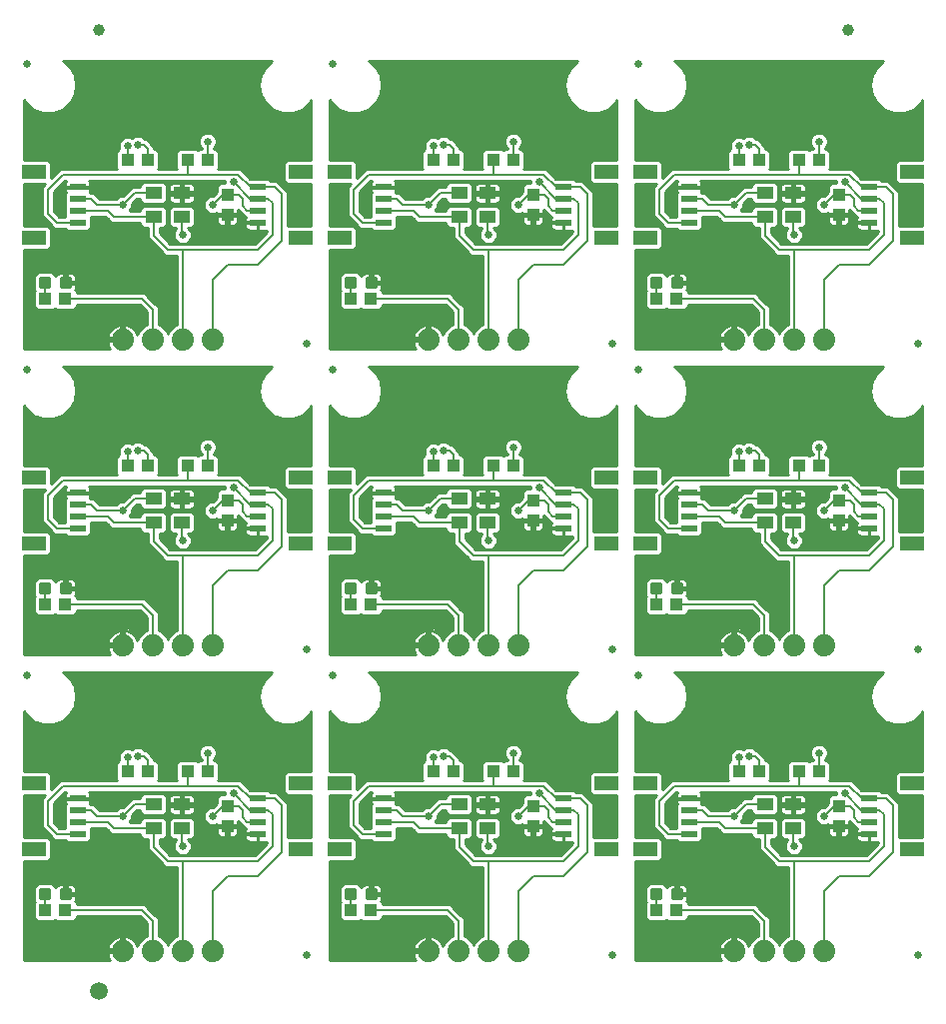
<source format=gtl>
G75*
%MOIN*%
%OFA0B0*%
%FSLAX25Y25*%
%IPPOS*%
%LPD*%
%AMOC8*
5,1,8,0,0,1.08239X$1,22.5*
%
%ADD10C,0.02500*%
%ADD11R,0.04331X0.03937*%
%ADD12R,0.07874X0.04724*%
%ADD13R,0.05315X0.02362*%
%ADD14C,0.07400*%
%ADD15R,0.03937X0.04331*%
%ADD16C,0.01181*%
%ADD17R,0.05512X0.03937*%
%ADD18C,0.03937*%
%ADD19C,0.05906*%
%ADD20C,0.00600*%
%ADD21C,0.02600*%
%ADD22C,0.01000*%
D10*
X0125250Y0032250D03*
X0133750Y0125750D03*
X0125250Y0134250D03*
X0031750Y0125750D03*
X0031750Y0227750D03*
X0125250Y0236250D03*
X0133750Y0227750D03*
X0227250Y0236250D03*
X0235750Y0227750D03*
X0329250Y0236250D03*
X0235750Y0329750D03*
X0133750Y0329750D03*
X0031750Y0329750D03*
X0227250Y0134250D03*
X0235750Y0125750D03*
X0329250Y0134250D03*
X0329250Y0032250D03*
X0227250Y0032250D03*
D11*
X0241904Y0047250D03*
X0248596Y0047250D03*
X0269404Y0093750D03*
X0276096Y0093750D03*
X0289404Y0093750D03*
X0296096Y0093750D03*
X0248596Y0149250D03*
X0241904Y0149250D03*
X0269404Y0195750D03*
X0276096Y0195750D03*
X0289404Y0195750D03*
X0296096Y0195750D03*
X0248596Y0251250D03*
X0241904Y0251250D03*
X0269404Y0297750D03*
X0276096Y0297750D03*
X0289404Y0297750D03*
X0296096Y0297750D03*
X0194096Y0297750D03*
X0187404Y0297750D03*
X0174096Y0297750D03*
X0167404Y0297750D03*
X0146596Y0251250D03*
X0139904Y0251250D03*
X0092096Y0297750D03*
X0085404Y0297750D03*
X0072096Y0297750D03*
X0065404Y0297750D03*
X0044596Y0251250D03*
X0037904Y0251250D03*
X0065404Y0195750D03*
X0072096Y0195750D03*
X0085404Y0195750D03*
X0092096Y0195750D03*
X0044596Y0149250D03*
X0037904Y0149250D03*
X0065404Y0093750D03*
X0072096Y0093750D03*
X0085404Y0093750D03*
X0092096Y0093750D03*
X0044596Y0047250D03*
X0037904Y0047250D03*
X0139904Y0047250D03*
X0146596Y0047250D03*
X0167404Y0093750D03*
X0174096Y0093750D03*
X0187404Y0093750D03*
X0194096Y0093750D03*
X0146596Y0149250D03*
X0139904Y0149250D03*
X0167404Y0195750D03*
X0174096Y0195750D03*
X0187404Y0195750D03*
X0194096Y0195750D03*
D12*
X0225219Y0191774D03*
X0238281Y0191774D03*
X0238281Y0169726D03*
X0225219Y0169726D03*
X0225219Y0089774D03*
X0238281Y0089774D03*
X0238281Y0067726D03*
X0225219Y0067726D03*
X0136281Y0067726D03*
X0123219Y0067726D03*
X0123219Y0089774D03*
X0136281Y0089774D03*
X0136281Y0169726D03*
X0123219Y0169726D03*
X0123219Y0191774D03*
X0136281Y0191774D03*
X0136281Y0271726D03*
X0123219Y0271726D03*
X0123219Y0293774D03*
X0136281Y0293774D03*
X0225219Y0293774D03*
X0238281Y0293774D03*
X0238281Y0271726D03*
X0225219Y0271726D03*
X0327219Y0271726D03*
X0327219Y0293774D03*
X0327219Y0191774D03*
X0327219Y0169726D03*
X0327219Y0089774D03*
X0327219Y0067726D03*
X0034281Y0067726D03*
X0034281Y0089774D03*
X0034281Y0169726D03*
X0034281Y0191774D03*
X0034281Y0271726D03*
X0034281Y0293774D03*
D13*
X0048750Y0288656D03*
X0048750Y0284719D03*
X0048750Y0280781D03*
X0048750Y0276844D03*
X0108750Y0276844D03*
X0108750Y0280781D03*
X0108750Y0284719D03*
X0108750Y0288656D03*
X0150750Y0288656D03*
X0150750Y0284719D03*
X0150750Y0280781D03*
X0150750Y0276844D03*
X0210750Y0276844D03*
X0210750Y0280781D03*
X0210750Y0284719D03*
X0210750Y0288656D03*
X0252750Y0288656D03*
X0252750Y0284719D03*
X0252750Y0280781D03*
X0252750Y0276844D03*
X0312750Y0276844D03*
X0312750Y0280781D03*
X0312750Y0284719D03*
X0312750Y0288656D03*
X0312750Y0186656D03*
X0312750Y0182719D03*
X0312750Y0178781D03*
X0312750Y0174844D03*
X0252750Y0174844D03*
X0252750Y0178781D03*
X0252750Y0182719D03*
X0252750Y0186656D03*
X0210750Y0186656D03*
X0210750Y0182719D03*
X0210750Y0178781D03*
X0210750Y0174844D03*
X0150750Y0174844D03*
X0150750Y0178781D03*
X0150750Y0182719D03*
X0150750Y0186656D03*
X0108750Y0186656D03*
X0108750Y0182719D03*
X0108750Y0178781D03*
X0108750Y0174844D03*
X0048750Y0174844D03*
X0048750Y0178781D03*
X0048750Y0182719D03*
X0048750Y0186656D03*
X0048750Y0084656D03*
X0048750Y0080719D03*
X0048750Y0076781D03*
X0048750Y0072844D03*
X0108750Y0072844D03*
X0108750Y0076781D03*
X0108750Y0080719D03*
X0108750Y0084656D03*
X0150750Y0084656D03*
X0150750Y0080719D03*
X0150750Y0076781D03*
X0150750Y0072844D03*
X0210750Y0072844D03*
X0210750Y0076781D03*
X0210750Y0080719D03*
X0210750Y0084656D03*
X0252750Y0084656D03*
X0252750Y0080719D03*
X0252750Y0076781D03*
X0252750Y0072844D03*
X0312750Y0072844D03*
X0312750Y0076781D03*
X0312750Y0080719D03*
X0312750Y0084656D03*
D14*
X0297750Y0135750D03*
X0287750Y0135750D03*
X0277750Y0135750D03*
X0267750Y0135750D03*
X0195750Y0135750D03*
X0185750Y0135750D03*
X0175750Y0135750D03*
X0165750Y0135750D03*
X0093750Y0135750D03*
X0083750Y0135750D03*
X0073750Y0135750D03*
X0063750Y0135750D03*
X0063750Y0033750D03*
X0073750Y0033750D03*
X0083750Y0033750D03*
X0093750Y0033750D03*
X0165750Y0033750D03*
X0175750Y0033750D03*
X0185750Y0033750D03*
X0195750Y0033750D03*
X0267750Y0033750D03*
X0277750Y0033750D03*
X0287750Y0033750D03*
X0297750Y0033750D03*
X0297750Y0237750D03*
X0287750Y0237750D03*
X0277750Y0237750D03*
X0267750Y0237750D03*
X0195750Y0237750D03*
X0185750Y0237750D03*
X0175750Y0237750D03*
X0165750Y0237750D03*
X0093750Y0237750D03*
X0083750Y0237750D03*
X0073750Y0237750D03*
X0063750Y0237750D03*
D15*
X0098750Y0279404D03*
X0098750Y0286096D03*
X0200750Y0286096D03*
X0200750Y0279404D03*
X0302750Y0279404D03*
X0302750Y0286096D03*
X0302750Y0184096D03*
X0302750Y0177404D03*
X0200750Y0177404D03*
X0200750Y0184096D03*
X0098750Y0184096D03*
X0098750Y0177404D03*
X0098750Y0082096D03*
X0098750Y0075404D03*
X0200750Y0075404D03*
X0200750Y0082096D03*
X0302750Y0082096D03*
X0302750Y0075404D03*
D16*
X0247325Y0054128D02*
X0247325Y0051372D01*
X0247325Y0054128D02*
X0250081Y0054128D01*
X0250081Y0051372D01*
X0247325Y0051372D01*
X0247325Y0052552D02*
X0250081Y0052552D01*
X0250081Y0053732D02*
X0247325Y0053732D01*
X0240419Y0054128D02*
X0240419Y0051372D01*
X0240419Y0054128D02*
X0243175Y0054128D01*
X0243175Y0051372D01*
X0240419Y0051372D01*
X0240419Y0052552D02*
X0243175Y0052552D01*
X0243175Y0053732D02*
X0240419Y0053732D01*
X0145325Y0054128D02*
X0145325Y0051372D01*
X0145325Y0054128D02*
X0148081Y0054128D01*
X0148081Y0051372D01*
X0145325Y0051372D01*
X0145325Y0052552D02*
X0148081Y0052552D01*
X0148081Y0053732D02*
X0145325Y0053732D01*
X0138419Y0054128D02*
X0138419Y0051372D01*
X0138419Y0054128D02*
X0141175Y0054128D01*
X0141175Y0051372D01*
X0138419Y0051372D01*
X0138419Y0052552D02*
X0141175Y0052552D01*
X0141175Y0053732D02*
X0138419Y0053732D01*
X0043325Y0054128D02*
X0043325Y0051372D01*
X0043325Y0054128D02*
X0046081Y0054128D01*
X0046081Y0051372D01*
X0043325Y0051372D01*
X0043325Y0052552D02*
X0046081Y0052552D01*
X0046081Y0053732D02*
X0043325Y0053732D01*
X0036419Y0054128D02*
X0036419Y0051372D01*
X0036419Y0054128D02*
X0039175Y0054128D01*
X0039175Y0051372D01*
X0036419Y0051372D01*
X0036419Y0052552D02*
X0039175Y0052552D01*
X0039175Y0053732D02*
X0036419Y0053732D01*
X0036419Y0153372D02*
X0036419Y0156128D01*
X0039175Y0156128D01*
X0039175Y0153372D01*
X0036419Y0153372D01*
X0036419Y0154552D02*
X0039175Y0154552D01*
X0039175Y0155732D02*
X0036419Y0155732D01*
X0043325Y0156128D02*
X0043325Y0153372D01*
X0043325Y0156128D02*
X0046081Y0156128D01*
X0046081Y0153372D01*
X0043325Y0153372D01*
X0043325Y0154552D02*
X0046081Y0154552D01*
X0046081Y0155732D02*
X0043325Y0155732D01*
X0138419Y0156128D02*
X0138419Y0153372D01*
X0138419Y0156128D02*
X0141175Y0156128D01*
X0141175Y0153372D01*
X0138419Y0153372D01*
X0138419Y0154552D02*
X0141175Y0154552D01*
X0141175Y0155732D02*
X0138419Y0155732D01*
X0145325Y0156128D02*
X0145325Y0153372D01*
X0145325Y0156128D02*
X0148081Y0156128D01*
X0148081Y0153372D01*
X0145325Y0153372D01*
X0145325Y0154552D02*
X0148081Y0154552D01*
X0148081Y0155732D02*
X0145325Y0155732D01*
X0240419Y0156128D02*
X0240419Y0153372D01*
X0240419Y0156128D02*
X0243175Y0156128D01*
X0243175Y0153372D01*
X0240419Y0153372D01*
X0240419Y0154552D02*
X0243175Y0154552D01*
X0243175Y0155732D02*
X0240419Y0155732D01*
X0247325Y0156128D02*
X0247325Y0153372D01*
X0247325Y0156128D02*
X0250081Y0156128D01*
X0250081Y0153372D01*
X0247325Y0153372D01*
X0247325Y0154552D02*
X0250081Y0154552D01*
X0250081Y0155732D02*
X0247325Y0155732D01*
X0247325Y0255372D02*
X0247325Y0258128D01*
X0250081Y0258128D01*
X0250081Y0255372D01*
X0247325Y0255372D01*
X0247325Y0256552D02*
X0250081Y0256552D01*
X0250081Y0257732D02*
X0247325Y0257732D01*
X0240419Y0258128D02*
X0240419Y0255372D01*
X0240419Y0258128D02*
X0243175Y0258128D01*
X0243175Y0255372D01*
X0240419Y0255372D01*
X0240419Y0256552D02*
X0243175Y0256552D01*
X0243175Y0257732D02*
X0240419Y0257732D01*
X0145325Y0258128D02*
X0145325Y0255372D01*
X0145325Y0258128D02*
X0148081Y0258128D01*
X0148081Y0255372D01*
X0145325Y0255372D01*
X0145325Y0256552D02*
X0148081Y0256552D01*
X0148081Y0257732D02*
X0145325Y0257732D01*
X0138419Y0258128D02*
X0138419Y0255372D01*
X0138419Y0258128D02*
X0141175Y0258128D01*
X0141175Y0255372D01*
X0138419Y0255372D01*
X0138419Y0256552D02*
X0141175Y0256552D01*
X0141175Y0257732D02*
X0138419Y0257732D01*
X0043325Y0258128D02*
X0043325Y0255372D01*
X0043325Y0258128D02*
X0046081Y0258128D01*
X0046081Y0255372D01*
X0043325Y0255372D01*
X0043325Y0256552D02*
X0046081Y0256552D01*
X0046081Y0257732D02*
X0043325Y0257732D01*
X0036419Y0258128D02*
X0036419Y0255372D01*
X0036419Y0258128D02*
X0039175Y0258128D01*
X0039175Y0255372D01*
X0036419Y0255372D01*
X0036419Y0256552D02*
X0039175Y0256552D01*
X0039175Y0257732D02*
X0036419Y0257732D01*
D17*
X0074026Y0278813D03*
X0074026Y0286687D03*
X0083474Y0286687D03*
X0083474Y0278813D03*
X0176026Y0278813D03*
X0176026Y0286687D03*
X0185474Y0286687D03*
X0185474Y0278813D03*
X0278026Y0278813D03*
X0278026Y0286687D03*
X0287474Y0286687D03*
X0287474Y0278813D03*
X0287474Y0184687D03*
X0287474Y0176813D03*
X0278026Y0176813D03*
X0278026Y0184687D03*
X0185474Y0184687D03*
X0185474Y0176813D03*
X0176026Y0176813D03*
X0176026Y0184687D03*
X0083474Y0184687D03*
X0083474Y0176813D03*
X0074026Y0176813D03*
X0074026Y0184687D03*
X0074026Y0082687D03*
X0074026Y0074813D03*
X0083474Y0074813D03*
X0083474Y0082687D03*
X0176026Y0082687D03*
X0176026Y0074813D03*
X0185474Y0074813D03*
X0185474Y0082687D03*
X0278026Y0082687D03*
X0278026Y0074813D03*
X0287474Y0074813D03*
X0287474Y0082687D03*
D18*
X0305750Y0341000D03*
X0055750Y0341000D03*
D19*
X0055750Y0020500D03*
D20*
X0073750Y0033750D02*
X0073750Y0043750D01*
X0070250Y0047250D01*
X0044596Y0047250D01*
X0037904Y0047250D02*
X0037797Y0047356D01*
X0037797Y0052750D01*
X0041656Y0072844D02*
X0038750Y0075750D01*
X0038750Y0083750D01*
X0043750Y0088750D01*
X0081750Y0088750D01*
X0081900Y0088600D01*
X0081750Y0088750D02*
X0085250Y0088750D01*
X0085404Y0088904D01*
X0085404Y0093750D01*
X0085250Y0088750D02*
X0102250Y0088750D01*
X0106344Y0084656D01*
X0108750Y0084656D01*
X0114344Y0084656D01*
X0116750Y0082250D01*
X0116750Y0066750D01*
X0108750Y0058750D01*
X0098750Y0058750D01*
X0093750Y0053750D01*
X0093750Y0033750D01*
X0083750Y0033750D02*
X0083750Y0063750D01*
X0108750Y0063750D01*
X0113750Y0068750D01*
X0113750Y0079250D01*
X0112281Y0080719D01*
X0108750Y0080719D01*
X0106281Y0080719D01*
X0100750Y0086250D01*
X0102404Y0082096D02*
X0098750Y0082096D01*
X0097096Y0082096D01*
X0093750Y0078750D01*
X0098596Y0081943D02*
X0098750Y0082096D01*
X0102404Y0082096D02*
X0103750Y0080750D01*
X0103750Y0078250D01*
X0105219Y0076781D01*
X0108750Y0076781D01*
X0092096Y0093750D02*
X0092096Y0099904D01*
X0072096Y0097404D02*
X0072096Y0093750D01*
X0072096Y0097404D02*
X0070750Y0098750D01*
X0068750Y0098750D01*
X0065404Y0098404D02*
X0065404Y0093750D01*
X0067687Y0082687D02*
X0063750Y0078750D01*
X0055250Y0078750D01*
X0053281Y0080719D01*
X0048750Y0080719D01*
X0048750Y0076781D02*
X0058719Y0076781D01*
X0060750Y0074750D01*
X0060813Y0074813D01*
X0074026Y0074813D01*
X0074026Y0068474D01*
X0078750Y0063750D01*
X0083750Y0063750D01*
X0083750Y0068750D02*
X0083474Y0069026D01*
X0083474Y0074813D01*
X0074026Y0082687D02*
X0067687Y0082687D01*
X0048750Y0072844D02*
X0041656Y0072844D01*
X0073750Y0135750D02*
X0073750Y0145750D01*
X0070250Y0149250D01*
X0044596Y0149250D01*
X0037904Y0149250D02*
X0037797Y0149356D01*
X0037797Y0154750D01*
X0041656Y0174844D02*
X0048750Y0174844D01*
X0048750Y0178781D02*
X0058719Y0178781D01*
X0060750Y0176750D01*
X0060813Y0176813D01*
X0074026Y0176813D01*
X0074026Y0170474D01*
X0078750Y0165750D01*
X0083750Y0165750D01*
X0083750Y0135750D01*
X0093750Y0135750D02*
X0093750Y0155750D01*
X0098750Y0160750D01*
X0108750Y0160750D01*
X0116750Y0168750D01*
X0116750Y0184250D01*
X0114344Y0186656D01*
X0108750Y0186656D01*
X0106344Y0186656D01*
X0102250Y0190750D01*
X0085250Y0190750D01*
X0085404Y0190904D01*
X0085404Y0195750D01*
X0085250Y0190750D02*
X0081750Y0190750D01*
X0081900Y0190600D01*
X0081750Y0190750D02*
X0043750Y0190750D01*
X0038750Y0185750D01*
X0038750Y0177750D01*
X0041656Y0174844D01*
X0048750Y0182719D02*
X0053281Y0182719D01*
X0055250Y0180750D01*
X0063750Y0180750D01*
X0067687Y0184687D01*
X0074026Y0184687D01*
X0072096Y0195750D02*
X0072096Y0199404D01*
X0070750Y0200750D01*
X0068750Y0200750D01*
X0065404Y0200404D02*
X0065404Y0195750D01*
X0083474Y0176813D02*
X0083474Y0171026D01*
X0083750Y0170750D01*
X0083750Y0165750D02*
X0108750Y0165750D01*
X0113750Y0170750D01*
X0113750Y0181250D01*
X0112281Y0182719D01*
X0108750Y0182719D01*
X0106281Y0182719D01*
X0100750Y0188250D01*
X0102404Y0184096D02*
X0098750Y0184096D01*
X0097096Y0184096D01*
X0093750Y0180750D01*
X0098596Y0183943D02*
X0098750Y0184096D01*
X0102404Y0184096D02*
X0103750Y0182750D01*
X0103750Y0180250D01*
X0105219Y0178781D01*
X0108750Y0178781D01*
X0092096Y0195750D02*
X0092096Y0201904D01*
X0093750Y0237750D02*
X0093750Y0257750D01*
X0098750Y0262750D01*
X0108750Y0262750D01*
X0116750Y0270750D01*
X0116750Y0286250D01*
X0114344Y0288656D01*
X0108750Y0288656D01*
X0106344Y0288656D01*
X0102250Y0292750D01*
X0085250Y0292750D01*
X0085404Y0292904D01*
X0085404Y0297750D01*
X0085250Y0292750D02*
X0081750Y0292750D01*
X0081900Y0292600D01*
X0081750Y0292750D02*
X0043750Y0292750D01*
X0038750Y0287750D01*
X0038750Y0279750D01*
X0041656Y0276844D01*
X0048750Y0276844D01*
X0048750Y0280781D02*
X0058719Y0280781D01*
X0060750Y0278750D01*
X0060813Y0278813D01*
X0074026Y0278813D01*
X0074026Y0272474D01*
X0078750Y0267750D01*
X0083750Y0267750D01*
X0083750Y0237750D01*
X0073750Y0237750D02*
X0073750Y0247750D01*
X0070250Y0251250D01*
X0044596Y0251250D01*
X0037904Y0251250D02*
X0037797Y0251356D01*
X0037797Y0256750D01*
X0055250Y0282750D02*
X0063750Y0282750D01*
X0067687Y0286687D01*
X0074026Y0286687D01*
X0083474Y0278813D02*
X0083474Y0273026D01*
X0083750Y0272750D01*
X0083750Y0267750D02*
X0108750Y0267750D01*
X0113750Y0272750D01*
X0113750Y0283250D01*
X0112281Y0284719D01*
X0108750Y0284719D01*
X0106281Y0284719D01*
X0100750Y0290250D01*
X0102404Y0286096D02*
X0098750Y0286096D01*
X0097096Y0286096D01*
X0093750Y0282750D01*
X0098596Y0285943D02*
X0098750Y0286096D01*
X0102404Y0286096D02*
X0103750Y0284750D01*
X0103750Y0282250D01*
X0105219Y0280781D01*
X0108750Y0280781D01*
X0092096Y0297750D02*
X0092096Y0303904D01*
X0072096Y0301404D02*
X0072096Y0297750D01*
X0072096Y0301404D02*
X0070750Y0302750D01*
X0068750Y0302750D01*
X0065404Y0302404D02*
X0065404Y0297750D01*
X0053281Y0284719D02*
X0048750Y0284719D01*
X0053281Y0284719D02*
X0055250Y0282750D01*
X0140750Y0279750D02*
X0143656Y0276844D01*
X0150750Y0276844D01*
X0150750Y0280781D02*
X0160719Y0280781D01*
X0162750Y0278750D01*
X0162813Y0278813D01*
X0176026Y0278813D01*
X0176026Y0272474D01*
X0180750Y0267750D01*
X0185750Y0267750D01*
X0185750Y0237750D01*
X0195750Y0237750D02*
X0195750Y0257750D01*
X0200750Y0262750D01*
X0210750Y0262750D01*
X0218750Y0270750D01*
X0218750Y0286250D01*
X0216344Y0288656D01*
X0210750Y0288656D01*
X0208344Y0288656D01*
X0204250Y0292750D01*
X0187250Y0292750D01*
X0187404Y0292904D01*
X0187404Y0297750D01*
X0187250Y0292750D02*
X0183750Y0292750D01*
X0183900Y0292600D01*
X0183750Y0292750D02*
X0145750Y0292750D01*
X0140750Y0287750D01*
X0140750Y0279750D01*
X0150750Y0284719D02*
X0155281Y0284719D01*
X0157250Y0282750D01*
X0165750Y0282750D01*
X0169687Y0286687D01*
X0176026Y0286687D01*
X0174096Y0297750D02*
X0174096Y0301404D01*
X0172750Y0302750D01*
X0170750Y0302750D01*
X0167404Y0302404D02*
X0167404Y0297750D01*
X0185474Y0278813D02*
X0185474Y0273026D01*
X0185750Y0272750D01*
X0185750Y0267750D02*
X0210750Y0267750D01*
X0215750Y0272750D01*
X0215750Y0283250D01*
X0214281Y0284719D01*
X0210750Y0284719D01*
X0208281Y0284719D01*
X0202750Y0290250D01*
X0204404Y0286096D02*
X0200750Y0286096D01*
X0199096Y0286096D01*
X0195750Y0282750D01*
X0200596Y0285943D02*
X0200750Y0286096D01*
X0204404Y0286096D02*
X0205750Y0284750D01*
X0205750Y0282250D01*
X0207219Y0280781D01*
X0210750Y0280781D01*
X0194096Y0297750D02*
X0194096Y0303904D01*
X0242750Y0287750D02*
X0242750Y0279750D01*
X0245656Y0276844D01*
X0252750Y0276844D01*
X0252750Y0280781D02*
X0262719Y0280781D01*
X0264750Y0278750D01*
X0264813Y0278813D01*
X0278026Y0278813D01*
X0278026Y0272474D01*
X0282750Y0267750D01*
X0287750Y0267750D01*
X0287750Y0237750D01*
X0277750Y0237750D02*
X0277750Y0247750D01*
X0274250Y0251250D01*
X0248596Y0251250D01*
X0241904Y0251250D02*
X0241797Y0251356D01*
X0241797Y0256750D01*
X0259250Y0282750D02*
X0267750Y0282750D01*
X0271687Y0286687D01*
X0278026Y0286687D01*
X0285750Y0292750D02*
X0285900Y0292600D01*
X0285750Y0292750D02*
X0247750Y0292750D01*
X0242750Y0287750D01*
X0252750Y0284719D02*
X0257281Y0284719D01*
X0259250Y0282750D01*
X0269404Y0297750D02*
X0269404Y0302404D01*
X0272750Y0302750D02*
X0274750Y0302750D01*
X0276096Y0301404D01*
X0276096Y0297750D01*
X0285750Y0292750D02*
X0289250Y0292750D01*
X0289404Y0292904D01*
X0289404Y0297750D01*
X0289250Y0292750D02*
X0306250Y0292750D01*
X0310344Y0288656D01*
X0312750Y0288656D01*
X0318344Y0288656D01*
X0320750Y0286250D01*
X0320750Y0270750D01*
X0312750Y0262750D01*
X0302750Y0262750D01*
X0297750Y0257750D01*
X0297750Y0237750D01*
X0287750Y0267750D02*
X0312750Y0267750D01*
X0317750Y0272750D01*
X0317750Y0283250D01*
X0316281Y0284719D01*
X0312750Y0284719D01*
X0310281Y0284719D01*
X0304750Y0290250D01*
X0306404Y0286096D02*
X0302750Y0286096D01*
X0301096Y0286096D01*
X0297750Y0282750D01*
X0302596Y0285943D02*
X0302750Y0286096D01*
X0306404Y0286096D02*
X0307750Y0284750D01*
X0307750Y0282250D01*
X0309219Y0280781D01*
X0312750Y0280781D01*
X0296096Y0297750D02*
X0296096Y0303904D01*
X0287474Y0278813D02*
X0287474Y0273026D01*
X0287750Y0272750D01*
X0296096Y0201904D02*
X0296096Y0195750D01*
X0289404Y0195750D02*
X0289404Y0190904D01*
X0289250Y0190750D01*
X0285750Y0190750D01*
X0285900Y0190600D01*
X0285750Y0190750D02*
X0247750Y0190750D01*
X0242750Y0185750D01*
X0242750Y0177750D01*
X0245656Y0174844D01*
X0252750Y0174844D01*
X0252750Y0178781D02*
X0262719Y0178781D01*
X0264750Y0176750D01*
X0264813Y0176813D01*
X0278026Y0176813D01*
X0278026Y0170474D01*
X0282750Y0165750D01*
X0287750Y0165750D01*
X0287750Y0135750D01*
X0277750Y0135750D02*
X0277750Y0145750D01*
X0274250Y0149250D01*
X0248596Y0149250D01*
X0241904Y0149250D02*
X0241797Y0149356D01*
X0241797Y0154750D01*
X0218750Y0168750D02*
X0210750Y0160750D01*
X0200750Y0160750D01*
X0195750Y0155750D01*
X0195750Y0135750D01*
X0185750Y0135750D02*
X0185750Y0165750D01*
X0210750Y0165750D01*
X0215750Y0170750D01*
X0215750Y0181250D01*
X0214281Y0182719D01*
X0210750Y0182719D01*
X0208281Y0182719D01*
X0202750Y0188250D01*
X0204250Y0190750D02*
X0187250Y0190750D01*
X0187404Y0190904D01*
X0187404Y0195750D01*
X0187250Y0190750D02*
X0183750Y0190750D01*
X0183900Y0190600D01*
X0183750Y0190750D02*
X0145750Y0190750D01*
X0140750Y0185750D01*
X0140750Y0177750D01*
X0143656Y0174844D01*
X0150750Y0174844D01*
X0150750Y0178781D02*
X0160719Y0178781D01*
X0162750Y0176750D01*
X0162813Y0176813D01*
X0176026Y0176813D01*
X0176026Y0170474D01*
X0180750Y0165750D01*
X0185750Y0165750D01*
X0185750Y0170750D02*
X0185474Y0171026D01*
X0185474Y0176813D01*
X0195750Y0180750D02*
X0199096Y0184096D01*
X0200750Y0184096D01*
X0200596Y0183943D01*
X0200750Y0184096D02*
X0204404Y0184096D01*
X0205750Y0182750D01*
X0205750Y0180250D01*
X0207219Y0178781D01*
X0210750Y0178781D01*
X0210750Y0186656D02*
X0216344Y0186656D01*
X0218750Y0184250D01*
X0218750Y0168750D01*
X0210750Y0186656D02*
X0208344Y0186656D01*
X0204250Y0190750D01*
X0194096Y0195750D02*
X0194096Y0201904D01*
X0174096Y0199404D02*
X0174096Y0195750D01*
X0174096Y0199404D02*
X0172750Y0200750D01*
X0170750Y0200750D01*
X0167404Y0200404D02*
X0167404Y0195750D01*
X0169687Y0184687D02*
X0165750Y0180750D01*
X0157250Y0180750D01*
X0155281Y0182719D01*
X0150750Y0182719D01*
X0169687Y0184687D02*
X0176026Y0184687D01*
X0139797Y0154750D02*
X0139797Y0149356D01*
X0139904Y0149250D01*
X0146596Y0149250D02*
X0172250Y0149250D01*
X0175750Y0145750D01*
X0175750Y0135750D01*
X0172750Y0098750D02*
X0170750Y0098750D01*
X0172750Y0098750D02*
X0174096Y0097404D01*
X0174096Y0093750D01*
X0167404Y0093750D02*
X0167404Y0098404D01*
X0183750Y0088750D02*
X0183900Y0088600D01*
X0183750Y0088750D02*
X0145750Y0088750D01*
X0140750Y0083750D01*
X0140750Y0075750D01*
X0143656Y0072844D01*
X0150750Y0072844D01*
X0150750Y0076781D02*
X0160719Y0076781D01*
X0162750Y0074750D01*
X0162813Y0074813D01*
X0176026Y0074813D01*
X0176026Y0068474D01*
X0180750Y0063750D01*
X0185750Y0063750D01*
X0185750Y0033750D01*
X0195750Y0033750D02*
X0195750Y0053750D01*
X0200750Y0058750D01*
X0210750Y0058750D01*
X0218750Y0066750D01*
X0218750Y0082250D01*
X0216344Y0084656D01*
X0210750Y0084656D01*
X0208344Y0084656D01*
X0204250Y0088750D01*
X0187250Y0088750D01*
X0187404Y0088904D01*
X0187404Y0093750D01*
X0187250Y0088750D02*
X0183750Y0088750D01*
X0176026Y0082687D02*
X0169687Y0082687D01*
X0165750Y0078750D01*
X0157250Y0078750D01*
X0155281Y0080719D01*
X0150750Y0080719D01*
X0139797Y0052750D02*
X0139797Y0047356D01*
X0139904Y0047250D01*
X0146596Y0047250D02*
X0172250Y0047250D01*
X0175750Y0043750D01*
X0175750Y0033750D01*
X0185750Y0063750D02*
X0210750Y0063750D01*
X0215750Y0068750D01*
X0215750Y0079250D01*
X0214281Y0080719D01*
X0210750Y0080719D01*
X0208281Y0080719D01*
X0202750Y0086250D01*
X0204404Y0082096D02*
X0200750Y0082096D01*
X0199096Y0082096D01*
X0195750Y0078750D01*
X0200596Y0081943D02*
X0200750Y0082096D01*
X0204404Y0082096D02*
X0205750Y0080750D01*
X0205750Y0078250D01*
X0207219Y0076781D01*
X0210750Y0076781D01*
X0194096Y0093750D02*
X0194096Y0099904D01*
X0185474Y0074813D02*
X0185474Y0069026D01*
X0185750Y0068750D01*
X0241797Y0052750D02*
X0241797Y0047356D01*
X0241904Y0047250D01*
X0248596Y0047250D02*
X0274250Y0047250D01*
X0277750Y0043750D01*
X0277750Y0033750D01*
X0287750Y0033750D02*
X0287750Y0063750D01*
X0312750Y0063750D01*
X0317750Y0068750D01*
X0317750Y0079250D01*
X0316281Y0080719D01*
X0312750Y0080719D01*
X0310281Y0080719D01*
X0304750Y0086250D01*
X0306250Y0088750D02*
X0289250Y0088750D01*
X0289404Y0088904D01*
X0289404Y0093750D01*
X0289250Y0088750D02*
X0285750Y0088750D01*
X0285900Y0088600D01*
X0285750Y0088750D02*
X0247750Y0088750D01*
X0242750Y0083750D01*
X0242750Y0075750D01*
X0245656Y0072844D01*
X0252750Y0072844D01*
X0252750Y0076781D02*
X0262719Y0076781D01*
X0264750Y0074750D01*
X0264813Y0074813D01*
X0278026Y0074813D01*
X0278026Y0068474D01*
X0282750Y0063750D01*
X0287750Y0063750D01*
X0287750Y0068750D02*
X0287474Y0069026D01*
X0287474Y0074813D01*
X0297750Y0078750D02*
X0301096Y0082096D01*
X0302750Y0082096D01*
X0302596Y0081943D01*
X0302750Y0082096D02*
X0306404Y0082096D01*
X0307750Y0080750D01*
X0307750Y0078250D01*
X0309219Y0076781D01*
X0312750Y0076781D01*
X0318344Y0084656D02*
X0320750Y0082250D01*
X0320750Y0066750D01*
X0312750Y0058750D01*
X0302750Y0058750D01*
X0297750Y0053750D01*
X0297750Y0033750D01*
X0267750Y0078750D02*
X0259250Y0078750D01*
X0257281Y0080719D01*
X0252750Y0080719D01*
X0267750Y0078750D02*
X0271687Y0082687D01*
X0278026Y0082687D01*
X0276096Y0093750D02*
X0276096Y0097404D01*
X0274750Y0098750D01*
X0272750Y0098750D01*
X0269404Y0098404D02*
X0269404Y0093750D01*
X0296096Y0093750D02*
X0296096Y0099904D01*
X0306250Y0088750D02*
X0310344Y0084656D01*
X0312750Y0084656D01*
X0318344Y0084656D01*
X0297750Y0135750D02*
X0297750Y0155750D01*
X0302750Y0160750D01*
X0312750Y0160750D01*
X0320750Y0168750D01*
X0320750Y0184250D01*
X0318344Y0186656D01*
X0312750Y0186656D01*
X0310344Y0186656D01*
X0306250Y0190750D01*
X0289250Y0190750D01*
X0278026Y0184687D02*
X0271687Y0184687D01*
X0267750Y0180750D01*
X0259250Y0180750D01*
X0257281Y0182719D01*
X0252750Y0182719D01*
X0269404Y0195750D02*
X0269404Y0200404D01*
X0272750Y0200750D02*
X0274750Y0200750D01*
X0276096Y0199404D01*
X0276096Y0195750D01*
X0287474Y0176813D02*
X0287474Y0171026D01*
X0287750Y0170750D01*
X0287750Y0165750D02*
X0312750Y0165750D01*
X0317750Y0170750D01*
X0317750Y0181250D01*
X0316281Y0182719D01*
X0312750Y0182719D01*
X0310281Y0182719D01*
X0304750Y0188250D01*
X0306404Y0184096D02*
X0302750Y0184096D01*
X0301096Y0184096D01*
X0297750Y0180750D01*
X0302596Y0183943D02*
X0302750Y0184096D01*
X0306404Y0184096D02*
X0307750Y0182750D01*
X0307750Y0180250D01*
X0309219Y0178781D01*
X0312750Y0178781D01*
X0175750Y0237750D02*
X0175750Y0247750D01*
X0172250Y0251250D01*
X0146596Y0251250D01*
X0139904Y0251250D02*
X0139797Y0251356D01*
X0139797Y0256750D01*
D21*
X0165750Y0282750D03*
X0155750Y0287750D03*
X0167404Y0302404D03*
X0170750Y0302750D03*
X0191750Y0286750D03*
X0195750Y0282750D03*
X0202750Y0290250D03*
X0205750Y0297750D03*
X0194096Y0303904D03*
X0200750Y0272750D03*
X0185750Y0272750D03*
X0180750Y0247750D03*
X0194096Y0201904D03*
X0205750Y0195750D03*
X0202750Y0188250D03*
X0195750Y0180750D03*
X0191750Y0184750D03*
X0185750Y0170750D03*
X0200750Y0170750D03*
X0180750Y0145750D03*
X0165750Y0180750D03*
X0155750Y0185750D03*
X0167404Y0200404D03*
X0170750Y0200750D03*
X0103750Y0195750D03*
X0100750Y0188250D03*
X0093750Y0180750D03*
X0089750Y0184750D03*
X0083750Y0170750D03*
X0098750Y0170750D03*
X0078750Y0145750D03*
X0063750Y0180750D03*
X0053750Y0185750D03*
X0065404Y0200404D03*
X0068750Y0200750D03*
X0092096Y0201904D03*
X0078750Y0247750D03*
X0083750Y0272750D03*
X0093750Y0282750D03*
X0089750Y0286750D03*
X0100750Y0290250D03*
X0103750Y0297750D03*
X0092096Y0303904D03*
X0068750Y0302750D03*
X0065404Y0302404D03*
X0053750Y0287750D03*
X0063750Y0282750D03*
X0098750Y0272750D03*
X0257750Y0287750D03*
X0267750Y0282750D03*
X0269404Y0302404D03*
X0272750Y0302750D03*
X0293750Y0286750D03*
X0297750Y0282750D03*
X0304750Y0290250D03*
X0307750Y0297750D03*
X0296096Y0303904D03*
X0302750Y0272750D03*
X0287750Y0272750D03*
X0282750Y0247750D03*
X0296096Y0201904D03*
X0307750Y0195750D03*
X0304750Y0188250D03*
X0297750Y0180750D03*
X0293750Y0184750D03*
X0287750Y0170750D03*
X0302750Y0170750D03*
X0282750Y0145750D03*
X0267750Y0180750D03*
X0257750Y0185750D03*
X0269404Y0200404D03*
X0272750Y0200750D03*
X0272750Y0098750D03*
X0269404Y0098404D03*
X0257750Y0083750D03*
X0267750Y0078750D03*
X0287750Y0068750D03*
X0297750Y0078750D03*
X0293750Y0082750D03*
X0304750Y0086250D03*
X0307750Y0093750D03*
X0296096Y0099904D03*
X0302750Y0068750D03*
X0282750Y0043750D03*
X0202750Y0086250D03*
X0205750Y0093750D03*
X0194096Y0099904D03*
X0191750Y0082750D03*
X0195750Y0078750D03*
X0200750Y0068750D03*
X0185750Y0068750D03*
X0165750Y0078750D03*
X0155750Y0083750D03*
X0167404Y0098404D03*
X0170750Y0098750D03*
X0180750Y0043750D03*
X0103750Y0093750D03*
X0100750Y0086250D03*
X0093750Y0078750D03*
X0089750Y0082750D03*
X0083750Y0068750D03*
X0098750Y0068750D03*
X0092096Y0099904D03*
X0068750Y0098750D03*
X0065404Y0098404D03*
X0053750Y0083750D03*
X0063750Y0078750D03*
X0078750Y0043750D03*
D22*
X0030850Y0030850D02*
X0030850Y0063664D01*
X0038923Y0063664D01*
X0039918Y0064660D01*
X0039918Y0070793D01*
X0038923Y0071789D01*
X0030850Y0071789D01*
X0030850Y0085711D01*
X0037883Y0085711D01*
X0036750Y0084578D01*
X0036750Y0074922D01*
X0039656Y0072016D01*
X0040827Y0070844D01*
X0044507Y0070844D01*
X0045388Y0069963D01*
X0052112Y0069963D01*
X0053107Y0070959D01*
X0053107Y0074730D01*
X0053056Y0074781D01*
X0057890Y0074781D01*
X0058750Y0073922D01*
X0059922Y0072750D01*
X0061578Y0072750D01*
X0061641Y0072813D01*
X0069570Y0072813D01*
X0069570Y0072140D01*
X0070566Y0071144D01*
X0072026Y0071144D01*
X0072026Y0067646D01*
X0076750Y0062922D01*
X0077922Y0061750D01*
X0081750Y0061750D01*
X0081750Y0038766D01*
X0080691Y0038328D01*
X0079172Y0036809D01*
X0078750Y0035790D01*
X0078328Y0036809D01*
X0076809Y0038328D01*
X0075750Y0038766D01*
X0075750Y0044578D01*
X0074578Y0045750D01*
X0072250Y0048078D01*
X0072250Y0048078D01*
X0071078Y0049250D01*
X0048462Y0049250D01*
X0048462Y0049923D01*
X0047952Y0050432D01*
X0048029Y0050565D01*
X0048171Y0051097D01*
X0048171Y0052266D01*
X0045187Y0052266D01*
X0045187Y0053234D01*
X0048171Y0053234D01*
X0048171Y0054403D01*
X0048029Y0054935D01*
X0047754Y0055412D01*
X0047364Y0055801D01*
X0046888Y0056076D01*
X0046356Y0056218D01*
X0045187Y0056218D01*
X0045187Y0053234D01*
X0044218Y0053234D01*
X0044218Y0056218D01*
X0043050Y0056218D01*
X0042518Y0056076D01*
X0042041Y0055801D01*
X0041652Y0055412D01*
X0041461Y0055081D01*
X0040124Y0056418D01*
X0035471Y0056418D01*
X0034129Y0055077D01*
X0034129Y0050423D01*
X0034334Y0050218D01*
X0034038Y0049923D01*
X0034038Y0044577D01*
X0035034Y0043581D01*
X0040773Y0043581D01*
X0041250Y0044058D01*
X0041727Y0043581D01*
X0047466Y0043581D01*
X0048462Y0044577D01*
X0048462Y0045250D01*
X0069422Y0045250D01*
X0071750Y0042922D01*
X0071750Y0038766D01*
X0070691Y0038328D01*
X0069172Y0036809D01*
X0068641Y0035526D01*
X0068569Y0035746D01*
X0068197Y0036475D01*
X0067716Y0037138D01*
X0067138Y0037716D01*
X0066475Y0038197D01*
X0065746Y0038569D01*
X0064968Y0038822D01*
X0064250Y0038936D01*
X0064250Y0034250D01*
X0063250Y0034250D01*
X0063250Y0038936D01*
X0062532Y0038822D01*
X0061754Y0038569D01*
X0061025Y0038197D01*
X0060362Y0037716D01*
X0059784Y0037138D01*
X0059303Y0036475D01*
X0058931Y0035746D01*
X0058678Y0034968D01*
X0058564Y0034250D01*
X0063250Y0034250D01*
X0063250Y0033250D01*
X0058564Y0033250D01*
X0058678Y0032532D01*
X0058931Y0031754D01*
X0059303Y0031025D01*
X0059429Y0030850D01*
X0030850Y0030850D01*
X0030850Y0031746D02*
X0058935Y0031746D01*
X0058645Y0032744D02*
X0030850Y0032744D01*
X0030850Y0033743D02*
X0063250Y0033743D01*
X0063250Y0034741D02*
X0064250Y0034741D01*
X0064250Y0035740D02*
X0063250Y0035740D01*
X0063250Y0036738D02*
X0064250Y0036738D01*
X0064250Y0037737D02*
X0063250Y0037737D01*
X0063250Y0038735D02*
X0064250Y0038735D01*
X0065235Y0038735D02*
X0071674Y0038735D01*
X0071750Y0039734D02*
X0030850Y0039734D01*
X0030850Y0040732D02*
X0071750Y0040732D01*
X0071750Y0041731D02*
X0030850Y0041731D01*
X0030850Y0042729D02*
X0071750Y0042729D01*
X0070944Y0043728D02*
X0047612Y0043728D01*
X0048462Y0044726D02*
X0069945Y0044726D01*
X0072607Y0047722D02*
X0081750Y0047722D01*
X0081750Y0048720D02*
X0071608Y0048720D01*
X0073605Y0046723D02*
X0081750Y0046723D01*
X0081750Y0045725D02*
X0074604Y0045725D01*
X0075602Y0044726D02*
X0081750Y0044726D01*
X0081750Y0043728D02*
X0075750Y0043728D01*
X0075750Y0042729D02*
X0081750Y0042729D01*
X0081750Y0041731D02*
X0075750Y0041731D01*
X0075750Y0040732D02*
X0081750Y0040732D01*
X0081750Y0039734D02*
X0075750Y0039734D01*
X0075826Y0038735D02*
X0081674Y0038735D01*
X0080100Y0037737D02*
X0077400Y0037737D01*
X0078357Y0036738D02*
X0079143Y0036738D01*
X0070100Y0037737D02*
X0067110Y0037737D01*
X0068007Y0036738D02*
X0069143Y0036738D01*
X0068729Y0035740D02*
X0068571Y0035740D01*
X0062265Y0038735D02*
X0030850Y0038735D01*
X0030850Y0037737D02*
X0060390Y0037737D01*
X0059493Y0036738D02*
X0030850Y0036738D01*
X0030850Y0035740D02*
X0058929Y0035740D01*
X0058642Y0034741D02*
X0030850Y0034741D01*
X0030850Y0043728D02*
X0034888Y0043728D01*
X0034038Y0044726D02*
X0030850Y0044726D01*
X0030850Y0045725D02*
X0034038Y0045725D01*
X0034038Y0046723D02*
X0030850Y0046723D01*
X0030850Y0047722D02*
X0034038Y0047722D01*
X0034038Y0048720D02*
X0030850Y0048720D01*
X0030850Y0049719D02*
X0034038Y0049719D01*
X0034129Y0050717D02*
X0030850Y0050717D01*
X0030850Y0051716D02*
X0034129Y0051716D01*
X0034129Y0052714D02*
X0030850Y0052714D01*
X0030850Y0053713D02*
X0034129Y0053713D01*
X0034129Y0054711D02*
X0030850Y0054711D01*
X0030850Y0055710D02*
X0034762Y0055710D01*
X0030850Y0056708D02*
X0081750Y0056708D01*
X0081750Y0055710D02*
X0047455Y0055710D01*
X0048089Y0054711D02*
X0081750Y0054711D01*
X0081750Y0053713D02*
X0048171Y0053713D01*
X0048171Y0051716D02*
X0081750Y0051716D01*
X0081750Y0052714D02*
X0045187Y0052714D01*
X0045187Y0053713D02*
X0044218Y0053713D01*
X0044218Y0054711D02*
X0045187Y0054711D01*
X0045187Y0055710D02*
X0044218Y0055710D01*
X0041950Y0055710D02*
X0040833Y0055710D01*
X0048070Y0050717D02*
X0081750Y0050717D01*
X0081750Y0049719D02*
X0048462Y0049719D01*
X0041581Y0043728D02*
X0040919Y0043728D01*
X0030850Y0057707D02*
X0081750Y0057707D01*
X0081750Y0058705D02*
X0030850Y0058705D01*
X0030850Y0059704D02*
X0081750Y0059704D01*
X0081750Y0060702D02*
X0030850Y0060702D01*
X0030850Y0061701D02*
X0081750Y0061701D01*
X0083153Y0065750D02*
X0084347Y0065750D01*
X0085449Y0066207D01*
X0086293Y0067051D01*
X0086750Y0068153D01*
X0086750Y0069347D01*
X0086293Y0070449D01*
X0085598Y0071144D01*
X0086934Y0071144D01*
X0087930Y0072140D01*
X0087930Y0077486D01*
X0086934Y0078481D01*
X0080014Y0078481D01*
X0079019Y0077486D01*
X0079019Y0072140D01*
X0080014Y0071144D01*
X0081474Y0071144D01*
X0081474Y0070717D01*
X0081207Y0070449D01*
X0080750Y0069347D01*
X0080750Y0068153D01*
X0081207Y0067051D01*
X0082051Y0066207D01*
X0083153Y0065750D01*
X0081564Y0066693D02*
X0078635Y0066693D01*
X0079578Y0065750D02*
X0076026Y0069303D01*
X0076026Y0071144D01*
X0077486Y0071144D01*
X0078481Y0072140D01*
X0078481Y0077486D01*
X0077486Y0078481D01*
X0070566Y0078481D01*
X0069570Y0077486D01*
X0069570Y0076813D01*
X0066056Y0076813D01*
X0066293Y0077051D01*
X0066750Y0078153D01*
X0066750Y0078922D01*
X0068515Y0080687D01*
X0069570Y0080687D01*
X0069570Y0080014D01*
X0070566Y0079019D01*
X0077486Y0079019D01*
X0078481Y0080014D01*
X0078481Y0085360D01*
X0077486Y0086355D01*
X0070566Y0086355D01*
X0069570Y0085360D01*
X0069570Y0084687D01*
X0066859Y0084687D01*
X0063922Y0081750D01*
X0063153Y0081750D01*
X0062051Y0081293D01*
X0061507Y0080750D01*
X0056078Y0080750D01*
X0054110Y0082718D01*
X0052993Y0082718D01*
X0052807Y0082904D01*
X0052907Y0083277D01*
X0052907Y0084565D01*
X0048841Y0084565D01*
X0048841Y0084746D01*
X0052907Y0084746D01*
X0052907Y0086034D01*
X0052805Y0086416D01*
X0052612Y0086750D01*
X0080922Y0086750D01*
X0081071Y0086600D01*
X0082728Y0086600D01*
X0082878Y0086750D01*
X0097750Y0086750D01*
X0097750Y0085962D01*
X0096077Y0085962D01*
X0095081Y0084966D01*
X0095081Y0082910D01*
X0093922Y0081750D01*
X0093153Y0081750D01*
X0092051Y0081293D01*
X0091207Y0080449D01*
X0090750Y0079347D01*
X0090750Y0078153D01*
X0091207Y0077051D01*
X0092051Y0076207D01*
X0093153Y0075750D01*
X0094347Y0075750D01*
X0095281Y0076137D01*
X0095281Y0075888D01*
X0098266Y0075888D01*
X0098266Y0074919D01*
X0099234Y0074919D01*
X0099234Y0071738D01*
X0100916Y0071738D01*
X0101297Y0071840D01*
X0101640Y0072038D01*
X0101919Y0072317D01*
X0102116Y0072659D01*
X0102218Y0073041D01*
X0102218Y0074919D01*
X0099234Y0074919D01*
X0099234Y0075888D01*
X0102218Y0075888D01*
X0102218Y0076953D01*
X0103219Y0075953D01*
X0104390Y0074781D01*
X0104507Y0074781D01*
X0104693Y0074596D01*
X0104593Y0074223D01*
X0104593Y0072935D01*
X0108659Y0072935D01*
X0108659Y0072754D01*
X0104593Y0072754D01*
X0104593Y0071466D01*
X0104695Y0071084D01*
X0104892Y0070742D01*
X0105171Y0070463D01*
X0105514Y0070266D01*
X0105895Y0070163D01*
X0108659Y0070163D01*
X0108659Y0072754D01*
X0108841Y0072754D01*
X0108841Y0070163D01*
X0111605Y0070163D01*
X0111750Y0070202D01*
X0111750Y0069578D01*
X0107922Y0065750D01*
X0079578Y0065750D01*
X0080941Y0067692D02*
X0077636Y0067692D01*
X0076638Y0068690D02*
X0080750Y0068690D01*
X0080892Y0069689D02*
X0076026Y0069689D01*
X0076026Y0070687D02*
X0081445Y0070687D01*
X0079473Y0071686D02*
X0078027Y0071686D01*
X0078481Y0072684D02*
X0079019Y0072684D01*
X0079019Y0073683D02*
X0078481Y0073683D01*
X0078481Y0074682D02*
X0079019Y0074682D01*
X0079019Y0075680D02*
X0078481Y0075680D01*
X0078481Y0076679D02*
X0079019Y0076679D01*
X0079210Y0077677D02*
X0078290Y0077677D01*
X0078141Y0079674D02*
X0079642Y0079674D01*
X0079518Y0079797D02*
X0079797Y0079518D01*
X0080140Y0079321D01*
X0080521Y0079219D01*
X0082990Y0079219D01*
X0082990Y0082203D01*
X0079219Y0082203D01*
X0079219Y0080521D01*
X0079321Y0080140D01*
X0079518Y0079797D01*
X0079219Y0080673D02*
X0078481Y0080673D01*
X0078481Y0081671D02*
X0079219Y0081671D01*
X0078481Y0082670D02*
X0082990Y0082670D01*
X0082990Y0082203D02*
X0082990Y0083171D01*
X0079219Y0083171D01*
X0079219Y0084853D01*
X0079321Y0085234D01*
X0079518Y0085577D01*
X0079797Y0085856D01*
X0080140Y0086053D01*
X0080521Y0086155D01*
X0082990Y0086155D01*
X0082990Y0083171D01*
X0083959Y0083171D01*
X0087730Y0083171D01*
X0087730Y0084853D01*
X0087628Y0085234D01*
X0087431Y0085577D01*
X0087151Y0085856D01*
X0086809Y0086053D01*
X0086428Y0086155D01*
X0083959Y0086155D01*
X0083959Y0083171D01*
X0083959Y0082203D01*
X0087730Y0082203D01*
X0087730Y0080521D01*
X0087628Y0080140D01*
X0087431Y0079797D01*
X0087151Y0079518D01*
X0086809Y0079321D01*
X0086428Y0079219D01*
X0083959Y0079219D01*
X0083959Y0082203D01*
X0082990Y0082203D01*
X0082990Y0081671D02*
X0083959Y0081671D01*
X0083959Y0080673D02*
X0082990Y0080673D01*
X0082990Y0079674D02*
X0083959Y0079674D01*
X0083959Y0082670D02*
X0094841Y0082670D01*
X0095081Y0083668D02*
X0087730Y0083668D01*
X0087730Y0084667D02*
X0095081Y0084667D01*
X0095781Y0085665D02*
X0087342Y0085665D01*
X0083959Y0085665D02*
X0082990Y0085665D01*
X0082990Y0084667D02*
X0083959Y0084667D01*
X0083959Y0083668D02*
X0082990Y0083668D01*
X0082791Y0086664D02*
X0097750Y0086664D01*
X0095634Y0090750D02*
X0095962Y0091077D01*
X0095962Y0096423D01*
X0094966Y0097418D01*
X0094096Y0097418D01*
X0094096Y0097661D01*
X0094640Y0098204D01*
X0095096Y0099307D01*
X0095096Y0100500D01*
X0094640Y0101603D01*
X0093796Y0102447D01*
X0092693Y0102904D01*
X0091500Y0102904D01*
X0090397Y0102447D01*
X0089553Y0101603D01*
X0089096Y0100500D01*
X0089096Y0099307D01*
X0089553Y0098204D01*
X0090096Y0097661D01*
X0090096Y0097418D01*
X0089227Y0097418D01*
X0088750Y0096942D01*
X0088273Y0097418D01*
X0082534Y0097418D01*
X0081538Y0096423D01*
X0081538Y0091077D01*
X0081866Y0090750D01*
X0075634Y0090750D01*
X0075962Y0091077D01*
X0075962Y0096423D01*
X0074966Y0097418D01*
X0074096Y0097418D01*
X0074096Y0098232D01*
X0072925Y0099404D01*
X0072750Y0099578D01*
X0072750Y0099578D01*
X0071578Y0100750D01*
X0070993Y0100750D01*
X0070449Y0101293D01*
X0069347Y0101750D01*
X0068153Y0101750D01*
X0067051Y0101293D01*
X0066821Y0101064D01*
X0066000Y0101404D01*
X0064807Y0101404D01*
X0063704Y0100947D01*
X0062860Y0100103D01*
X0062404Y0099000D01*
X0062404Y0097807D01*
X0062564Y0097418D01*
X0062534Y0097418D01*
X0061538Y0096423D01*
X0061538Y0091077D01*
X0061866Y0090750D01*
X0042922Y0090750D01*
X0039918Y0087747D01*
X0039918Y0092840D01*
X0038923Y0093836D01*
X0030850Y0093836D01*
X0030850Y0113633D01*
X0031438Y0112615D01*
X0031438Y0112615D01*
X0033977Y0110484D01*
X0037093Y0109350D01*
X0040407Y0109350D01*
X0043522Y0110484D01*
X0043523Y0110484D01*
X0046062Y0112615D01*
X0047719Y0115485D01*
X0047719Y0115485D01*
X0048295Y0118750D01*
X0047719Y0122015D01*
X0046062Y0124885D01*
X0046062Y0124885D01*
X0043959Y0126650D01*
X0113541Y0126650D01*
X0111438Y0124885D01*
X0109781Y0122015D01*
X0109205Y0118750D01*
X0109205Y0118750D01*
X0109781Y0115485D01*
X0111438Y0112615D01*
X0111438Y0112615D01*
X0113977Y0110484D01*
X0113977Y0110484D01*
X0117093Y0109350D01*
X0120407Y0109350D01*
X0123522Y0110484D01*
X0123523Y0110484D01*
X0126062Y0112615D01*
X0126650Y0113633D01*
X0126650Y0093836D01*
X0118577Y0093836D01*
X0117581Y0092840D01*
X0117581Y0086707D01*
X0118577Y0085711D01*
X0126650Y0085711D01*
X0126650Y0071789D01*
X0118750Y0071789D01*
X0118750Y0083078D01*
X0117578Y0084250D01*
X0115173Y0086655D01*
X0112993Y0086655D01*
X0112112Y0087537D01*
X0106292Y0087537D01*
X0104250Y0089578D01*
X0103078Y0090750D01*
X0095634Y0090750D01*
X0095962Y0091656D02*
X0117581Y0091656D01*
X0117581Y0090658D02*
X0103171Y0090658D01*
X0104169Y0089659D02*
X0117581Y0089659D01*
X0117581Y0088661D02*
X0105168Y0088661D01*
X0106166Y0087662D02*
X0117581Y0087662D01*
X0117625Y0086664D02*
X0112985Y0086664D01*
X0116163Y0085665D02*
X0126650Y0085665D01*
X0126650Y0084667D02*
X0117162Y0084667D01*
X0118160Y0083668D02*
X0126650Y0083668D01*
X0126650Y0082670D02*
X0118750Y0082670D01*
X0118750Y0081671D02*
X0126650Y0081671D01*
X0126650Y0080673D02*
X0118750Y0080673D01*
X0118750Y0079674D02*
X0126650Y0079674D01*
X0126650Y0078676D02*
X0118750Y0078676D01*
X0118750Y0077677D02*
X0126650Y0077677D01*
X0126650Y0076679D02*
X0118750Y0076679D01*
X0118750Y0075680D02*
X0126650Y0075680D01*
X0126650Y0074682D02*
X0118750Y0074682D01*
X0118750Y0073683D02*
X0126650Y0073683D01*
X0126650Y0072684D02*
X0118750Y0072684D01*
X0111750Y0069689D02*
X0086608Y0069689D01*
X0086750Y0068690D02*
X0110862Y0068690D01*
X0109864Y0067692D02*
X0086559Y0067692D01*
X0085936Y0066693D02*
X0108865Y0066693D01*
X0108841Y0070687D02*
X0108659Y0070687D01*
X0108659Y0071686D02*
X0108841Y0071686D01*
X0108841Y0072684D02*
X0108659Y0072684D01*
X0104593Y0072684D02*
X0102123Y0072684D01*
X0102218Y0073683D02*
X0104593Y0073683D01*
X0104607Y0074682D02*
X0102218Y0074682D01*
X0103492Y0075680D02*
X0099234Y0075680D01*
X0098266Y0075680D02*
X0087930Y0075680D01*
X0087930Y0074682D02*
X0095281Y0074682D01*
X0095281Y0074919D02*
X0095281Y0073041D01*
X0095384Y0072659D01*
X0095581Y0072317D01*
X0095860Y0072038D01*
X0096203Y0071840D01*
X0096584Y0071738D01*
X0098266Y0071738D01*
X0098266Y0074919D01*
X0095281Y0074919D01*
X0095281Y0073683D02*
X0087930Y0073683D01*
X0087930Y0072684D02*
X0095377Y0072684D01*
X0098266Y0072684D02*
X0099234Y0072684D01*
X0099234Y0073683D02*
X0098266Y0073683D01*
X0098266Y0074682D02*
X0099234Y0074682D01*
X0102218Y0076679D02*
X0102493Y0076679D01*
X0104593Y0071686D02*
X0087476Y0071686D01*
X0086055Y0070687D02*
X0104947Y0070687D01*
X0091579Y0076679D02*
X0087930Y0076679D01*
X0087739Y0077677D02*
X0090947Y0077677D01*
X0090750Y0078676D02*
X0066750Y0078676D01*
X0066553Y0077677D02*
X0069761Y0077677D01*
X0069910Y0079674D02*
X0067502Y0079674D01*
X0068501Y0080673D02*
X0069570Y0080673D01*
X0065840Y0083668D02*
X0052907Y0083668D01*
X0054159Y0082670D02*
X0064841Y0082670D01*
X0062963Y0081671D02*
X0055157Y0081671D01*
X0052907Y0085665D02*
X0069875Y0085665D01*
X0066838Y0084667D02*
X0048841Y0084667D01*
X0048659Y0084667D02*
X0042495Y0084667D01*
X0043494Y0085665D02*
X0044593Y0085665D01*
X0044593Y0086034D02*
X0044593Y0084746D01*
X0048659Y0084746D01*
X0048659Y0084565D01*
X0044593Y0084565D01*
X0044593Y0083277D01*
X0044693Y0082904D01*
X0044393Y0082604D01*
X0044393Y0078833D01*
X0044476Y0078750D01*
X0044393Y0078667D01*
X0044393Y0074896D01*
X0044444Y0074844D01*
X0042484Y0074844D01*
X0040750Y0076578D01*
X0040750Y0082922D01*
X0044578Y0086750D01*
X0044888Y0086750D01*
X0044695Y0086416D01*
X0044593Y0086034D01*
X0044492Y0086664D02*
X0044838Y0086664D01*
X0044593Y0083668D02*
X0041497Y0083668D01*
X0040750Y0082670D02*
X0044458Y0082670D01*
X0044393Y0081671D02*
X0040750Y0081671D01*
X0040750Y0080673D02*
X0044393Y0080673D01*
X0044393Y0079674D02*
X0040750Y0079674D01*
X0040750Y0078676D02*
X0044401Y0078676D01*
X0044393Y0077677D02*
X0040750Y0077677D01*
X0040750Y0076679D02*
X0044393Y0076679D01*
X0044393Y0075680D02*
X0041648Y0075680D01*
X0038987Y0072684D02*
X0030850Y0072684D01*
X0030850Y0073683D02*
X0037989Y0073683D01*
X0036990Y0074682D02*
X0030850Y0074682D01*
X0030850Y0075680D02*
X0036750Y0075680D01*
X0036750Y0076679D02*
X0030850Y0076679D01*
X0030850Y0077677D02*
X0036750Y0077677D01*
X0036750Y0078676D02*
X0030850Y0078676D01*
X0030850Y0079674D02*
X0036750Y0079674D01*
X0036750Y0080673D02*
X0030850Y0080673D01*
X0030850Y0081671D02*
X0036750Y0081671D01*
X0036750Y0082670D02*
X0030850Y0082670D01*
X0030850Y0083668D02*
X0036750Y0083668D01*
X0036838Y0084667D02*
X0030850Y0084667D01*
X0030850Y0085665D02*
X0037837Y0085665D01*
X0039918Y0088661D02*
X0040832Y0088661D01*
X0039918Y0089659D02*
X0041831Y0089659D01*
X0042829Y0090658D02*
X0039918Y0090658D01*
X0039918Y0091656D02*
X0061538Y0091656D01*
X0061538Y0092655D02*
X0039918Y0092655D01*
X0039105Y0093653D02*
X0061538Y0093653D01*
X0061538Y0094652D02*
X0030850Y0094652D01*
X0030850Y0095650D02*
X0061538Y0095650D01*
X0061764Y0096649D02*
X0030850Y0096649D01*
X0030850Y0097647D02*
X0062470Y0097647D01*
X0062404Y0098646D02*
X0030850Y0098646D01*
X0030850Y0099644D02*
X0062670Y0099644D01*
X0063400Y0100643D02*
X0030850Y0100643D01*
X0030850Y0101641D02*
X0067891Y0101641D01*
X0069609Y0101641D02*
X0089592Y0101641D01*
X0089155Y0100643D02*
X0071686Y0100643D01*
X0072684Y0099644D02*
X0089096Y0099644D01*
X0089370Y0098646D02*
X0073683Y0098646D01*
X0072925Y0099404D02*
X0072925Y0099404D01*
X0074096Y0097647D02*
X0090096Y0097647D01*
X0094096Y0097647D02*
X0126650Y0097647D01*
X0126650Y0096649D02*
X0095736Y0096649D01*
X0095962Y0095650D02*
X0126650Y0095650D01*
X0126650Y0094652D02*
X0095962Y0094652D01*
X0095962Y0093653D02*
X0118395Y0093653D01*
X0117581Y0092655D02*
X0095962Y0092655D01*
X0094823Y0098646D02*
X0126650Y0098646D01*
X0126650Y0099644D02*
X0095096Y0099644D01*
X0095037Y0100643D02*
X0126650Y0100643D01*
X0126650Y0101641D02*
X0094601Y0101641D01*
X0093330Y0102640D02*
X0126650Y0102640D01*
X0126650Y0103638D02*
X0030850Y0103638D01*
X0030850Y0102640D02*
X0090863Y0102640D01*
X0081764Y0096649D02*
X0075736Y0096649D01*
X0075962Y0095650D02*
X0081538Y0095650D01*
X0081538Y0094652D02*
X0075962Y0094652D01*
X0075962Y0093653D02*
X0081538Y0093653D01*
X0081538Y0092655D02*
X0075962Y0092655D01*
X0075962Y0091656D02*
X0081538Y0091656D01*
X0081008Y0086664D02*
X0052662Y0086664D01*
X0053107Y0074682D02*
X0057990Y0074682D01*
X0058989Y0073683D02*
X0053107Y0073683D01*
X0053107Y0072684D02*
X0069570Y0072684D01*
X0070024Y0071686D02*
X0053107Y0071686D01*
X0052836Y0070687D02*
X0072026Y0070687D01*
X0072026Y0069689D02*
X0039918Y0069689D01*
X0039918Y0070687D02*
X0044664Y0070687D01*
X0039986Y0071686D02*
X0039025Y0071686D01*
X0039918Y0068690D02*
X0072026Y0068690D01*
X0072026Y0067692D02*
X0039918Y0067692D01*
X0039918Y0066693D02*
X0072978Y0066693D01*
X0073977Y0065695D02*
X0039918Y0065695D01*
X0039918Y0064696D02*
X0074975Y0064696D01*
X0075974Y0063698D02*
X0038956Y0063698D01*
X0030850Y0062699D02*
X0076972Y0062699D01*
X0087307Y0079674D02*
X0090886Y0079674D01*
X0091430Y0080673D02*
X0087730Y0080673D01*
X0087730Y0081671D02*
X0092963Y0081671D01*
X0079607Y0085665D02*
X0078176Y0085665D01*
X0078481Y0084667D02*
X0079219Y0084667D01*
X0079219Y0083668D02*
X0078481Y0083668D01*
X0044884Y0111626D02*
X0112616Y0111626D01*
X0111432Y0112625D02*
X0046068Y0112625D01*
X0046062Y0112615D02*
X0046062Y0112615D01*
X0046062Y0112615D01*
X0046644Y0113623D02*
X0110856Y0113623D01*
X0110279Y0114622D02*
X0047221Y0114622D01*
X0047743Y0115620D02*
X0109757Y0115620D01*
X0109781Y0115485D02*
X0109781Y0115485D01*
X0109581Y0116619D02*
X0047919Y0116619D01*
X0048095Y0117618D02*
X0109405Y0117618D01*
X0109229Y0118616D02*
X0048271Y0118616D01*
X0048295Y0118750D02*
X0048295Y0118750D01*
X0048143Y0119615D02*
X0109357Y0119615D01*
X0109534Y0120613D02*
X0047966Y0120613D01*
X0047790Y0121612D02*
X0109710Y0121612D01*
X0109781Y0122015D02*
X0109781Y0122015D01*
X0110124Y0122610D02*
X0047376Y0122610D01*
X0047719Y0122015D02*
X0047719Y0122015D01*
X0046799Y0123609D02*
X0110701Y0123609D01*
X0111277Y0124607D02*
X0046223Y0124607D01*
X0045204Y0125606D02*
X0112296Y0125606D01*
X0111438Y0124885D02*
X0111438Y0124885D01*
X0111438Y0124885D01*
X0113486Y0126604D02*
X0044014Y0126604D01*
X0030850Y0132850D02*
X0030850Y0165664D01*
X0038923Y0165664D01*
X0039918Y0166660D01*
X0039918Y0172793D01*
X0038923Y0173789D01*
X0030850Y0173789D01*
X0030850Y0187711D01*
X0037883Y0187711D01*
X0036750Y0186578D01*
X0036750Y0176922D01*
X0039656Y0174016D01*
X0040827Y0172844D01*
X0044507Y0172844D01*
X0045388Y0171963D01*
X0052112Y0171963D01*
X0053107Y0172959D01*
X0053107Y0176730D01*
X0053056Y0176781D01*
X0057890Y0176781D01*
X0058750Y0175922D01*
X0059922Y0174750D01*
X0061578Y0174750D01*
X0061641Y0174813D01*
X0069570Y0174813D01*
X0069570Y0174140D01*
X0070566Y0173144D01*
X0072026Y0173144D01*
X0072026Y0169646D01*
X0076750Y0164922D01*
X0076750Y0164922D01*
X0077922Y0163750D01*
X0081750Y0163750D01*
X0081750Y0140766D01*
X0080691Y0140328D01*
X0079172Y0138809D01*
X0078750Y0137790D01*
X0078328Y0138809D01*
X0076809Y0140328D01*
X0075750Y0140766D01*
X0075750Y0146578D01*
X0071078Y0151250D01*
X0048462Y0151250D01*
X0048462Y0151923D01*
X0047952Y0152432D01*
X0048029Y0152565D01*
X0048171Y0153097D01*
X0048171Y0154266D01*
X0045187Y0154266D01*
X0045187Y0155234D01*
X0048171Y0155234D01*
X0048171Y0156403D01*
X0048029Y0156935D01*
X0047754Y0157412D01*
X0047364Y0157801D01*
X0046888Y0158076D01*
X0046356Y0158218D01*
X0045187Y0158218D01*
X0045187Y0155234D01*
X0044218Y0155234D01*
X0044218Y0158218D01*
X0043050Y0158218D01*
X0042518Y0158076D01*
X0042041Y0157801D01*
X0041652Y0157412D01*
X0041461Y0157081D01*
X0040124Y0158418D01*
X0035471Y0158418D01*
X0034129Y0157077D01*
X0034129Y0152423D01*
X0034334Y0152218D01*
X0034038Y0151923D01*
X0034038Y0146577D01*
X0035034Y0145581D01*
X0040773Y0145581D01*
X0041250Y0146058D01*
X0041727Y0145581D01*
X0047466Y0145581D01*
X0048462Y0146577D01*
X0048462Y0147250D01*
X0069422Y0147250D01*
X0071750Y0144922D01*
X0071750Y0140766D01*
X0070691Y0140328D01*
X0069172Y0138809D01*
X0068641Y0137526D01*
X0068569Y0137746D01*
X0068197Y0138475D01*
X0067716Y0139138D01*
X0067138Y0139716D01*
X0066475Y0140197D01*
X0065746Y0140569D01*
X0064968Y0140822D01*
X0064250Y0140936D01*
X0064250Y0136250D01*
X0063250Y0136250D01*
X0063250Y0140936D01*
X0062532Y0140822D01*
X0061754Y0140569D01*
X0061025Y0140197D01*
X0060362Y0139716D01*
X0059784Y0139138D01*
X0059303Y0138475D01*
X0058931Y0137746D01*
X0058678Y0136968D01*
X0058564Y0136250D01*
X0063250Y0136250D01*
X0063250Y0135250D01*
X0058564Y0135250D01*
X0058678Y0134532D01*
X0058931Y0133754D01*
X0059303Y0133025D01*
X0059429Y0132850D01*
X0030850Y0132850D01*
X0030850Y0133594D02*
X0059013Y0133594D01*
X0058669Y0134592D02*
X0030850Y0134592D01*
X0030850Y0135591D02*
X0063250Y0135591D01*
X0063250Y0136589D02*
X0064250Y0136589D01*
X0064250Y0137588D02*
X0063250Y0137588D01*
X0063250Y0138586D02*
X0064250Y0138586D01*
X0064250Y0139585D02*
X0063250Y0139585D01*
X0063250Y0140583D02*
X0064250Y0140583D01*
X0065702Y0140583D02*
X0071308Y0140583D01*
X0071750Y0141582D02*
X0030850Y0141582D01*
X0030850Y0142580D02*
X0071750Y0142580D01*
X0071750Y0143579D02*
X0030850Y0143579D01*
X0030850Y0144577D02*
X0071750Y0144577D01*
X0071096Y0145576D02*
X0030850Y0145576D01*
X0030850Y0146574D02*
X0034041Y0146574D01*
X0034038Y0147573D02*
X0030850Y0147573D01*
X0030850Y0148571D02*
X0034038Y0148571D01*
X0034038Y0149570D02*
X0030850Y0149570D01*
X0030850Y0150568D02*
X0034038Y0150568D01*
X0034038Y0151567D02*
X0030850Y0151567D01*
X0030850Y0152565D02*
X0034129Y0152565D01*
X0034129Y0153564D02*
X0030850Y0153564D01*
X0030850Y0154562D02*
X0034129Y0154562D01*
X0034129Y0155561D02*
X0030850Y0155561D01*
X0030850Y0156559D02*
X0034129Y0156559D01*
X0034610Y0157558D02*
X0030850Y0157558D01*
X0030850Y0158556D02*
X0081750Y0158556D01*
X0081750Y0157558D02*
X0047607Y0157558D01*
X0048129Y0156559D02*
X0081750Y0156559D01*
X0081750Y0155561D02*
X0048171Y0155561D01*
X0048171Y0153564D02*
X0081750Y0153564D01*
X0081750Y0154562D02*
X0045187Y0154562D01*
X0045187Y0155561D02*
X0044218Y0155561D01*
X0044218Y0156559D02*
X0045187Y0156559D01*
X0045187Y0157558D02*
X0044218Y0157558D01*
X0041798Y0157558D02*
X0040984Y0157558D01*
X0048029Y0152565D02*
X0081750Y0152565D01*
X0081750Y0151567D02*
X0048462Y0151567D01*
X0048459Y0146574D02*
X0070097Y0146574D01*
X0072759Y0149570D02*
X0081750Y0149570D01*
X0081750Y0150568D02*
X0071760Y0150568D01*
X0073757Y0148571D02*
X0081750Y0148571D01*
X0081750Y0147573D02*
X0074756Y0147573D01*
X0075750Y0146574D02*
X0081750Y0146574D01*
X0081750Y0145576D02*
X0075750Y0145576D01*
X0075750Y0144577D02*
X0081750Y0144577D01*
X0081750Y0143579D02*
X0075750Y0143579D01*
X0075750Y0142580D02*
X0081750Y0142580D01*
X0081750Y0141582D02*
X0075750Y0141582D01*
X0076192Y0140583D02*
X0081308Y0140583D01*
X0079948Y0139585D02*
X0077552Y0139585D01*
X0078420Y0138586D02*
X0079080Y0138586D01*
X0069948Y0139585D02*
X0067269Y0139585D01*
X0068117Y0138586D02*
X0069080Y0138586D01*
X0068666Y0137588D02*
X0068620Y0137588D01*
X0061798Y0140583D02*
X0030850Y0140583D01*
X0030850Y0139585D02*
X0060231Y0139585D01*
X0059383Y0138586D02*
X0030850Y0138586D01*
X0030850Y0137588D02*
X0058880Y0137588D01*
X0058618Y0136589D02*
X0030850Y0136589D01*
X0030850Y0159555D02*
X0081750Y0159555D01*
X0081750Y0160553D02*
X0030850Y0160553D01*
X0030850Y0161552D02*
X0081750Y0161552D01*
X0081750Y0162551D02*
X0030850Y0162551D01*
X0030850Y0163549D02*
X0081750Y0163549D01*
X0083153Y0167750D02*
X0084347Y0167750D01*
X0085449Y0168207D01*
X0086293Y0169051D01*
X0086750Y0170153D01*
X0086750Y0171347D01*
X0086293Y0172449D01*
X0085598Y0173144D01*
X0086934Y0173144D01*
X0087930Y0174140D01*
X0087930Y0179486D01*
X0086934Y0180481D01*
X0080014Y0180481D01*
X0079019Y0179486D01*
X0079019Y0174140D01*
X0080014Y0173144D01*
X0081474Y0173144D01*
X0081474Y0172717D01*
X0081207Y0172449D01*
X0080750Y0171347D01*
X0080750Y0170153D01*
X0081207Y0169051D01*
X0082051Y0168207D01*
X0083153Y0167750D01*
X0081716Y0168542D02*
X0078787Y0168542D01*
X0079578Y0167750D02*
X0076026Y0171303D01*
X0076026Y0173144D01*
X0077486Y0173144D01*
X0078481Y0174140D01*
X0078481Y0179486D01*
X0077486Y0180481D01*
X0070566Y0180481D01*
X0069570Y0179486D01*
X0069570Y0178813D01*
X0066056Y0178813D01*
X0066293Y0179051D01*
X0066750Y0180153D01*
X0066750Y0180922D01*
X0068515Y0182687D01*
X0069570Y0182687D01*
X0069570Y0182014D01*
X0070566Y0181019D01*
X0077486Y0181019D01*
X0078481Y0182014D01*
X0078481Y0187360D01*
X0077486Y0188355D01*
X0070566Y0188355D01*
X0069570Y0187360D01*
X0069570Y0186687D01*
X0066859Y0186687D01*
X0065687Y0185515D01*
X0063922Y0183750D01*
X0063153Y0183750D01*
X0062051Y0183293D01*
X0061507Y0182750D01*
X0056078Y0182750D01*
X0054110Y0184718D01*
X0052993Y0184718D01*
X0052807Y0184904D01*
X0052907Y0185277D01*
X0052907Y0186565D01*
X0048841Y0186565D01*
X0048841Y0186746D01*
X0052907Y0186746D01*
X0052907Y0188034D01*
X0052805Y0188416D01*
X0052612Y0188750D01*
X0080922Y0188750D01*
X0081071Y0188600D01*
X0082728Y0188600D01*
X0082878Y0188750D01*
X0097750Y0188750D01*
X0097750Y0187962D01*
X0096077Y0187962D01*
X0095081Y0186966D01*
X0095081Y0184910D01*
X0093922Y0183750D01*
X0093153Y0183750D01*
X0092051Y0183293D01*
X0091207Y0182449D01*
X0090750Y0181347D01*
X0090750Y0180153D01*
X0091207Y0179051D01*
X0092051Y0178207D01*
X0093153Y0177750D01*
X0094347Y0177750D01*
X0095281Y0178137D01*
X0095281Y0177888D01*
X0098266Y0177888D01*
X0098266Y0176919D01*
X0099234Y0176919D01*
X0099234Y0173738D01*
X0100916Y0173738D01*
X0101297Y0173840D01*
X0101640Y0174038D01*
X0101919Y0174317D01*
X0102116Y0174659D01*
X0102218Y0175041D01*
X0102218Y0176919D01*
X0099234Y0176919D01*
X0099234Y0177888D01*
X0102218Y0177888D01*
X0102218Y0178953D01*
X0103219Y0177953D01*
X0104390Y0176781D01*
X0104507Y0176781D01*
X0104693Y0176596D01*
X0104593Y0176223D01*
X0104593Y0174935D01*
X0108659Y0174935D01*
X0108659Y0174754D01*
X0104593Y0174754D01*
X0104593Y0173466D01*
X0104695Y0173084D01*
X0104892Y0172742D01*
X0105171Y0172463D01*
X0105514Y0172266D01*
X0105895Y0172163D01*
X0108659Y0172163D01*
X0108659Y0174754D01*
X0108841Y0174754D01*
X0108841Y0172163D01*
X0111605Y0172163D01*
X0111750Y0172202D01*
X0111750Y0171578D01*
X0107922Y0167750D01*
X0079578Y0167750D01*
X0081004Y0169540D02*
X0077788Y0169540D01*
X0076790Y0170539D02*
X0080750Y0170539D01*
X0080829Y0171537D02*
X0076026Y0171537D01*
X0076026Y0172536D02*
X0081293Y0172536D01*
X0079625Y0173534D02*
X0077875Y0173534D01*
X0078481Y0174533D02*
X0079019Y0174533D01*
X0079019Y0175531D02*
X0078481Y0175531D01*
X0078481Y0176530D02*
X0079019Y0176530D01*
X0079019Y0177528D02*
X0078481Y0177528D01*
X0078481Y0178527D02*
X0079019Y0178527D01*
X0079058Y0179525D02*
X0078442Y0179525D01*
X0077989Y0181522D02*
X0079793Y0181522D01*
X0079797Y0181518D02*
X0080140Y0181321D01*
X0080521Y0181219D01*
X0082990Y0181219D01*
X0082990Y0184203D01*
X0079219Y0184203D01*
X0079219Y0182521D01*
X0079321Y0182140D01*
X0079518Y0181797D01*
X0079797Y0181518D01*
X0079219Y0182521D02*
X0078481Y0182521D01*
X0078481Y0183519D02*
X0079219Y0183519D01*
X0078481Y0184518D02*
X0082990Y0184518D01*
X0082990Y0184203D02*
X0082990Y0185171D01*
X0079219Y0185171D01*
X0079219Y0186853D01*
X0079321Y0187234D01*
X0079518Y0187577D01*
X0079797Y0187856D01*
X0080140Y0188053D01*
X0080521Y0188155D01*
X0082990Y0188155D01*
X0082990Y0185171D01*
X0083959Y0185171D01*
X0087730Y0185171D01*
X0087730Y0186853D01*
X0087628Y0187234D01*
X0087431Y0187577D01*
X0087151Y0187856D01*
X0086809Y0188053D01*
X0086428Y0188155D01*
X0083959Y0188155D01*
X0083959Y0185171D01*
X0083959Y0184203D01*
X0087730Y0184203D01*
X0087730Y0182521D01*
X0087628Y0182140D01*
X0087431Y0181797D01*
X0087151Y0181518D01*
X0086809Y0181321D01*
X0086428Y0181219D01*
X0083959Y0181219D01*
X0083959Y0184203D01*
X0082990Y0184203D01*
X0082990Y0183519D02*
X0083959Y0183519D01*
X0083959Y0182521D02*
X0082990Y0182521D01*
X0082990Y0181522D02*
X0083959Y0181522D01*
X0083959Y0184518D02*
X0094689Y0184518D01*
X0095081Y0185516D02*
X0087730Y0185516D01*
X0087730Y0186515D02*
X0095081Y0186515D01*
X0095629Y0187513D02*
X0087467Y0187513D01*
X0083959Y0187513D02*
X0082990Y0187513D01*
X0082990Y0186515D02*
X0083959Y0186515D01*
X0083959Y0185516D02*
X0082990Y0185516D01*
X0079219Y0185516D02*
X0078481Y0185516D01*
X0078481Y0186515D02*
X0079219Y0186515D01*
X0079482Y0187513D02*
X0078328Y0187513D01*
X0075634Y0192750D02*
X0075962Y0193077D01*
X0075962Y0198423D01*
X0074966Y0199418D01*
X0074096Y0199418D01*
X0074096Y0200232D01*
X0072925Y0201404D01*
X0072750Y0201578D01*
X0071578Y0202750D01*
X0070993Y0202750D01*
X0070449Y0203293D01*
X0069347Y0203750D01*
X0068153Y0203750D01*
X0067051Y0203293D01*
X0066821Y0203064D01*
X0066000Y0203404D01*
X0064807Y0203404D01*
X0063704Y0202947D01*
X0062860Y0202103D01*
X0062404Y0201000D01*
X0062404Y0199807D01*
X0062564Y0199418D01*
X0062534Y0199418D01*
X0061538Y0198423D01*
X0061538Y0193077D01*
X0061866Y0192750D01*
X0042922Y0192750D01*
X0039918Y0189747D01*
X0039918Y0194840D01*
X0038923Y0195836D01*
X0030850Y0195836D01*
X0030850Y0215633D01*
X0031438Y0214615D01*
X0031438Y0214615D01*
X0033977Y0212484D01*
X0033977Y0212484D01*
X0037093Y0211350D01*
X0040407Y0211350D01*
X0043522Y0212484D01*
X0043523Y0212484D01*
X0046062Y0214615D01*
X0047719Y0217485D01*
X0047719Y0217485D01*
X0048295Y0220750D01*
X0047719Y0224015D01*
X0046062Y0226885D01*
X0046062Y0226885D01*
X0043959Y0228650D01*
X0113541Y0228650D01*
X0111438Y0226885D01*
X0109781Y0224015D01*
X0109205Y0220750D01*
X0109205Y0220750D01*
X0109781Y0217485D01*
X0111438Y0214615D01*
X0111438Y0214615D01*
X0113977Y0212484D01*
X0113977Y0212484D01*
X0117093Y0211350D01*
X0120407Y0211350D01*
X0123522Y0212484D01*
X0126062Y0214615D01*
X0126650Y0215633D01*
X0126650Y0195836D01*
X0118577Y0195836D01*
X0117581Y0194840D01*
X0117581Y0188707D01*
X0118577Y0187711D01*
X0126650Y0187711D01*
X0126650Y0173789D01*
X0118750Y0173789D01*
X0118750Y0185078D01*
X0117578Y0186250D01*
X0115173Y0188655D01*
X0112993Y0188655D01*
X0112112Y0189537D01*
X0106292Y0189537D01*
X0104250Y0191578D01*
X0103078Y0192750D01*
X0095634Y0192750D01*
X0095962Y0193077D01*
X0095962Y0198423D01*
X0094966Y0199418D01*
X0094096Y0199418D01*
X0094096Y0199661D01*
X0094640Y0200204D01*
X0095096Y0201307D01*
X0095096Y0202500D01*
X0094640Y0203603D01*
X0093796Y0204447D01*
X0092693Y0204904D01*
X0091500Y0204904D01*
X0090397Y0204447D01*
X0089553Y0203603D01*
X0089096Y0202500D01*
X0089096Y0201307D01*
X0089553Y0200204D01*
X0090096Y0199661D01*
X0090096Y0199418D01*
X0089227Y0199418D01*
X0088750Y0198942D01*
X0088273Y0199418D01*
X0082534Y0199418D01*
X0081538Y0198423D01*
X0081538Y0193077D01*
X0081866Y0192750D01*
X0075634Y0192750D01*
X0075962Y0193504D02*
X0081538Y0193504D01*
X0081538Y0194503D02*
X0075962Y0194503D01*
X0075962Y0195501D02*
X0081538Y0195501D01*
X0081538Y0196500D02*
X0075962Y0196500D01*
X0075962Y0197498D02*
X0081538Y0197498D01*
X0081612Y0198497D02*
X0075888Y0198497D01*
X0074096Y0199495D02*
X0090096Y0199495D01*
X0089433Y0200494D02*
X0073834Y0200494D01*
X0072836Y0201492D02*
X0089096Y0201492D01*
X0089096Y0202491D02*
X0071837Y0202491D01*
X0069976Y0203489D02*
X0089506Y0203489D01*
X0090497Y0204488D02*
X0030850Y0204488D01*
X0030850Y0205487D02*
X0126650Y0205487D01*
X0126650Y0206485D02*
X0030850Y0206485D01*
X0030850Y0207484D02*
X0126650Y0207484D01*
X0126650Y0208482D02*
X0030850Y0208482D01*
X0030850Y0209481D02*
X0126650Y0209481D01*
X0126650Y0210479D02*
X0030850Y0210479D01*
X0030850Y0211478D02*
X0036742Y0211478D01*
X0033999Y0212476D02*
X0030850Y0212476D01*
X0030850Y0213475D02*
X0032797Y0213475D01*
X0031607Y0214473D02*
X0030850Y0214473D01*
X0030850Y0215472D02*
X0030943Y0215472D01*
X0040758Y0211478D02*
X0116742Y0211478D01*
X0113999Y0212476D02*
X0043501Y0212476D01*
X0044703Y0213475D02*
X0112797Y0213475D01*
X0111607Y0214473D02*
X0045893Y0214473D01*
X0046062Y0214615D02*
X0046062Y0214615D01*
X0046062Y0214615D01*
X0046557Y0215472D02*
X0110943Y0215472D01*
X0110367Y0216470D02*
X0047133Y0216470D01*
X0047710Y0217469D02*
X0109790Y0217469D01*
X0109781Y0217485D02*
X0109781Y0217485D01*
X0109608Y0218467D02*
X0047892Y0218467D01*
X0048069Y0219466D02*
X0109431Y0219466D01*
X0109255Y0220464D02*
X0048245Y0220464D01*
X0048295Y0220750D02*
X0048295Y0220750D01*
X0048169Y0221463D02*
X0109331Y0221463D01*
X0109507Y0222461D02*
X0047993Y0222461D01*
X0047817Y0223460D02*
X0109683Y0223460D01*
X0109781Y0224015D02*
X0109781Y0224015D01*
X0110037Y0224458D02*
X0047463Y0224458D01*
X0047719Y0224015D02*
X0047719Y0224015D01*
X0046887Y0225457D02*
X0110613Y0225457D01*
X0111190Y0226455D02*
X0046310Y0226455D01*
X0045385Y0227454D02*
X0112115Y0227454D01*
X0111438Y0226885D02*
X0111438Y0226885D01*
X0111438Y0226885D01*
X0113305Y0228452D02*
X0044195Y0228452D01*
X0030850Y0234850D02*
X0030850Y0267664D01*
X0038923Y0267664D01*
X0039918Y0268660D01*
X0039918Y0274793D01*
X0038923Y0275789D01*
X0030850Y0275789D01*
X0030850Y0289711D01*
X0037883Y0289711D01*
X0036750Y0288578D01*
X0036750Y0278922D01*
X0039656Y0276016D01*
X0040827Y0274844D01*
X0044507Y0274844D01*
X0045388Y0273963D01*
X0052112Y0273963D01*
X0053107Y0274959D01*
X0053107Y0278730D01*
X0053056Y0278781D01*
X0057890Y0278781D01*
X0058750Y0277922D01*
X0058750Y0277922D01*
X0059922Y0276750D01*
X0061578Y0276750D01*
X0061641Y0276813D01*
X0069570Y0276813D01*
X0069570Y0276140D01*
X0070566Y0275144D01*
X0072026Y0275144D01*
X0072026Y0271646D01*
X0076750Y0266922D01*
X0077922Y0265750D01*
X0081750Y0265750D01*
X0081750Y0242766D01*
X0080691Y0242328D01*
X0079172Y0240809D01*
X0078750Y0239790D01*
X0078328Y0240809D01*
X0076809Y0242328D01*
X0075750Y0242766D01*
X0075750Y0248578D01*
X0074578Y0249750D01*
X0072250Y0252078D01*
X0071078Y0253250D01*
X0048462Y0253250D01*
X0048462Y0253923D01*
X0047952Y0254432D01*
X0048029Y0254565D01*
X0048171Y0255097D01*
X0048171Y0256266D01*
X0045187Y0256266D01*
X0045187Y0257234D01*
X0048171Y0257234D01*
X0048171Y0258403D01*
X0048029Y0258935D01*
X0047754Y0259412D01*
X0047364Y0259801D01*
X0046888Y0260076D01*
X0046356Y0260218D01*
X0045187Y0260218D01*
X0045187Y0257234D01*
X0044218Y0257234D01*
X0044218Y0260218D01*
X0043050Y0260218D01*
X0042518Y0260076D01*
X0042041Y0259801D01*
X0041652Y0259412D01*
X0041461Y0259081D01*
X0040124Y0260418D01*
X0035471Y0260418D01*
X0034129Y0259077D01*
X0034129Y0254423D01*
X0034334Y0254218D01*
X0034038Y0253923D01*
X0034038Y0248577D01*
X0035034Y0247581D01*
X0040773Y0247581D01*
X0041250Y0248058D01*
X0041727Y0247581D01*
X0047466Y0247581D01*
X0048462Y0248577D01*
X0048462Y0249250D01*
X0069422Y0249250D01*
X0071750Y0246922D01*
X0071750Y0242766D01*
X0070691Y0242328D01*
X0069172Y0240809D01*
X0068641Y0239526D01*
X0068569Y0239746D01*
X0068197Y0240475D01*
X0067716Y0241138D01*
X0067138Y0241716D01*
X0066475Y0242197D01*
X0065746Y0242569D01*
X0064968Y0242822D01*
X0064250Y0242936D01*
X0064250Y0238250D01*
X0063250Y0238250D01*
X0063250Y0242936D01*
X0062532Y0242822D01*
X0061754Y0242569D01*
X0061025Y0242197D01*
X0060362Y0241716D01*
X0059784Y0241138D01*
X0059303Y0240475D01*
X0058931Y0239746D01*
X0058678Y0238968D01*
X0058564Y0238250D01*
X0063250Y0238250D01*
X0063250Y0237250D01*
X0058564Y0237250D01*
X0058678Y0236532D01*
X0058931Y0235754D01*
X0059303Y0235025D01*
X0059429Y0234850D01*
X0030850Y0234850D01*
X0030850Y0235442D02*
X0059090Y0235442D01*
X0058708Y0236440D02*
X0030850Y0236440D01*
X0030850Y0237439D02*
X0063250Y0237439D01*
X0063250Y0238437D02*
X0064250Y0238437D01*
X0064250Y0239436D02*
X0063250Y0239436D01*
X0063250Y0240434D02*
X0064250Y0240434D01*
X0064250Y0241433D02*
X0063250Y0241433D01*
X0063250Y0242431D02*
X0064250Y0242431D01*
X0066016Y0242431D02*
X0070941Y0242431D01*
X0071750Y0243430D02*
X0030850Y0243430D01*
X0030850Y0244428D02*
X0071750Y0244428D01*
X0071750Y0245427D02*
X0030850Y0245427D01*
X0030850Y0246425D02*
X0071750Y0246425D01*
X0071248Y0247424D02*
X0030850Y0247424D01*
X0030850Y0248422D02*
X0034193Y0248422D01*
X0034038Y0249421D02*
X0030850Y0249421D01*
X0030850Y0250420D02*
X0034038Y0250420D01*
X0034038Y0251418D02*
X0030850Y0251418D01*
X0030850Y0252417D02*
X0034038Y0252417D01*
X0034038Y0253415D02*
X0030850Y0253415D01*
X0030850Y0254414D02*
X0034138Y0254414D01*
X0034129Y0255412D02*
X0030850Y0255412D01*
X0030850Y0256411D02*
X0034129Y0256411D01*
X0034129Y0257409D02*
X0030850Y0257409D01*
X0030850Y0258408D02*
X0034129Y0258408D01*
X0034458Y0259406D02*
X0030850Y0259406D01*
X0030850Y0260405D02*
X0035457Y0260405D01*
X0040138Y0260405D02*
X0081750Y0260405D01*
X0081750Y0261403D02*
X0030850Y0261403D01*
X0030850Y0262402D02*
X0081750Y0262402D01*
X0081750Y0263400D02*
X0030850Y0263400D01*
X0030850Y0264399D02*
X0081750Y0264399D01*
X0081750Y0265397D02*
X0030850Y0265397D01*
X0030850Y0266396D02*
X0077276Y0266396D01*
X0076277Y0267394D02*
X0030850Y0267394D01*
X0039651Y0268393D02*
X0075279Y0268393D01*
X0074280Y0269391D02*
X0039918Y0269391D01*
X0039918Y0270390D02*
X0073282Y0270390D01*
X0072283Y0271388D02*
X0039918Y0271388D01*
X0039918Y0272387D02*
X0072026Y0272387D01*
X0072026Y0273385D02*
X0039918Y0273385D01*
X0039918Y0274384D02*
X0044968Y0274384D01*
X0044444Y0278844D02*
X0042484Y0278844D01*
X0040750Y0280578D01*
X0040750Y0286922D01*
X0044578Y0290750D01*
X0044888Y0290750D01*
X0044695Y0290416D01*
X0044593Y0290034D01*
X0044593Y0288746D01*
X0048659Y0288746D01*
X0048659Y0288565D01*
X0044593Y0288565D01*
X0044593Y0287277D01*
X0044693Y0286904D01*
X0044393Y0286604D01*
X0044393Y0282833D01*
X0044476Y0282750D01*
X0044393Y0282667D01*
X0044393Y0278896D01*
X0044444Y0278844D01*
X0044393Y0279376D02*
X0041952Y0279376D01*
X0040954Y0280375D02*
X0044393Y0280375D01*
X0044393Y0281373D02*
X0040750Y0281373D01*
X0040750Y0282372D02*
X0044393Y0282372D01*
X0044393Y0283370D02*
X0040750Y0283370D01*
X0040750Y0284369D02*
X0044393Y0284369D01*
X0044393Y0285367D02*
X0040750Y0285367D01*
X0040750Y0286366D02*
X0044393Y0286366D01*
X0044593Y0287364D02*
X0041193Y0287364D01*
X0042191Y0288363D02*
X0044593Y0288363D01*
X0044593Y0289361D02*
X0043190Y0289361D01*
X0044188Y0290360D02*
X0044680Y0290360D01*
X0041527Y0293355D02*
X0039918Y0293355D01*
X0039918Y0292357D02*
X0040529Y0292357D01*
X0039918Y0291747D02*
X0039918Y0296840D01*
X0038923Y0297836D01*
X0030850Y0297836D01*
X0030850Y0317633D01*
X0031438Y0316615D01*
X0031438Y0316615D01*
X0033977Y0314484D01*
X0033977Y0314484D01*
X0037093Y0313350D01*
X0040407Y0313350D01*
X0043522Y0314484D01*
X0043523Y0314484D01*
X0046062Y0316615D01*
X0047719Y0319485D01*
X0047719Y0319485D01*
X0048295Y0322750D01*
X0047719Y0326015D01*
X0046062Y0328885D01*
X0046062Y0328885D01*
X0043959Y0330650D01*
X0113541Y0330650D01*
X0111438Y0328885D01*
X0109781Y0326015D01*
X0109205Y0322750D01*
X0109205Y0322750D01*
X0109781Y0319485D01*
X0111438Y0316615D01*
X0111438Y0316615D01*
X0113977Y0314484D01*
X0113977Y0314484D01*
X0117093Y0313350D01*
X0120407Y0313350D01*
X0123522Y0314484D01*
X0123523Y0314484D01*
X0126062Y0316615D01*
X0126650Y0317633D01*
X0126650Y0297836D01*
X0118577Y0297836D01*
X0117581Y0296840D01*
X0117581Y0290707D01*
X0118577Y0289711D01*
X0126650Y0289711D01*
X0126650Y0275789D01*
X0118750Y0275789D01*
X0118750Y0287078D01*
X0117578Y0288250D01*
X0115173Y0290655D01*
X0112993Y0290655D01*
X0112112Y0291537D01*
X0106292Y0291537D01*
X0104250Y0293578D01*
X0104250Y0293578D01*
X0103078Y0294750D01*
X0095634Y0294750D01*
X0095962Y0295077D01*
X0095962Y0300423D01*
X0094966Y0301418D01*
X0094096Y0301418D01*
X0094096Y0301661D01*
X0094640Y0302204D01*
X0095096Y0303307D01*
X0095096Y0304500D01*
X0094640Y0305603D01*
X0093796Y0306447D01*
X0092693Y0306904D01*
X0091500Y0306904D01*
X0090397Y0306447D01*
X0089553Y0305603D01*
X0089096Y0304500D01*
X0089096Y0303307D01*
X0089553Y0302204D01*
X0090096Y0301661D01*
X0090096Y0301418D01*
X0089227Y0301418D01*
X0088750Y0300942D01*
X0088273Y0301418D01*
X0082534Y0301418D01*
X0081538Y0300423D01*
X0081538Y0295077D01*
X0081866Y0294750D01*
X0075634Y0294750D01*
X0075962Y0295077D01*
X0075962Y0300423D01*
X0074966Y0301418D01*
X0074096Y0301418D01*
X0074096Y0302232D01*
X0072925Y0303404D01*
X0072750Y0303578D01*
X0071578Y0304750D01*
X0070993Y0304750D01*
X0070449Y0305293D01*
X0069347Y0305750D01*
X0068153Y0305750D01*
X0067051Y0305293D01*
X0066821Y0305064D01*
X0066000Y0305404D01*
X0064807Y0305404D01*
X0063704Y0304947D01*
X0062860Y0304103D01*
X0062404Y0303000D01*
X0062404Y0301807D01*
X0062564Y0301418D01*
X0062534Y0301418D01*
X0061538Y0300423D01*
X0061538Y0295077D01*
X0061866Y0294750D01*
X0042922Y0294750D01*
X0039918Y0291747D01*
X0039918Y0294354D02*
X0042526Y0294354D01*
X0039918Y0295353D02*
X0061538Y0295353D01*
X0061538Y0296351D02*
X0039918Y0296351D01*
X0039409Y0297350D02*
X0061538Y0297350D01*
X0061538Y0298348D02*
X0030850Y0298348D01*
X0030850Y0299347D02*
X0061538Y0299347D01*
X0061538Y0300345D02*
X0030850Y0300345D01*
X0030850Y0301344D02*
X0062459Y0301344D01*
X0062404Y0302342D02*
X0030850Y0302342D01*
X0030850Y0303341D02*
X0062545Y0303341D01*
X0063096Y0304339D02*
X0030850Y0304339D01*
X0030850Y0305338D02*
X0064648Y0305338D01*
X0066159Y0305338D02*
X0067158Y0305338D01*
X0070342Y0305338D02*
X0089443Y0305338D01*
X0089096Y0304339D02*
X0071989Y0304339D01*
X0072988Y0303341D02*
X0089096Y0303341D01*
X0089496Y0302342D02*
X0073986Y0302342D01*
X0075041Y0301344D02*
X0082459Y0301344D01*
X0081538Y0300345D02*
X0075962Y0300345D01*
X0075962Y0299347D02*
X0081538Y0299347D01*
X0081538Y0298348D02*
X0075962Y0298348D01*
X0075962Y0297350D02*
X0081538Y0297350D01*
X0081538Y0296351D02*
X0075962Y0296351D01*
X0075962Y0295353D02*
X0081538Y0295353D01*
X0080922Y0290750D02*
X0081071Y0290600D01*
X0082728Y0290600D01*
X0082878Y0290750D01*
X0097750Y0290750D01*
X0097750Y0289962D01*
X0096077Y0289962D01*
X0095081Y0288966D01*
X0095081Y0286910D01*
X0093922Y0285750D01*
X0093153Y0285750D01*
X0092051Y0285293D01*
X0091207Y0284449D01*
X0090750Y0283347D01*
X0090750Y0282153D01*
X0091207Y0281051D01*
X0092051Y0280207D01*
X0093153Y0279750D01*
X0094347Y0279750D01*
X0095281Y0280137D01*
X0095281Y0279888D01*
X0098266Y0279888D01*
X0098266Y0278919D01*
X0099234Y0278919D01*
X0099234Y0275738D01*
X0100916Y0275738D01*
X0101297Y0275840D01*
X0101640Y0276038D01*
X0101919Y0276317D01*
X0102116Y0276659D01*
X0102218Y0277041D01*
X0102218Y0278919D01*
X0099234Y0278919D01*
X0099234Y0279888D01*
X0102218Y0279888D01*
X0102218Y0280953D01*
X0103219Y0279953D01*
X0104390Y0278781D01*
X0104507Y0278781D01*
X0104693Y0278596D01*
X0104593Y0278223D01*
X0104593Y0276935D01*
X0108659Y0276935D01*
X0108659Y0276754D01*
X0104593Y0276754D01*
X0104593Y0275466D01*
X0104695Y0275084D01*
X0104892Y0274742D01*
X0105171Y0274463D01*
X0105514Y0274266D01*
X0105895Y0274163D01*
X0108659Y0274163D01*
X0108659Y0276754D01*
X0108841Y0276754D01*
X0108841Y0274163D01*
X0111605Y0274163D01*
X0111750Y0274202D01*
X0111750Y0273578D01*
X0107922Y0269750D01*
X0079578Y0269750D01*
X0076026Y0273303D01*
X0076026Y0275144D01*
X0077486Y0275144D01*
X0078481Y0276140D01*
X0078481Y0281486D01*
X0077486Y0282481D01*
X0070566Y0282481D01*
X0069570Y0281486D01*
X0069570Y0280813D01*
X0066056Y0280813D01*
X0066293Y0281051D01*
X0066750Y0282153D01*
X0066750Y0282922D01*
X0068515Y0284687D01*
X0069570Y0284687D01*
X0069570Y0284014D01*
X0070566Y0283019D01*
X0077486Y0283019D01*
X0078481Y0284014D01*
X0078481Y0289360D01*
X0077486Y0290355D01*
X0070566Y0290355D01*
X0069570Y0289360D01*
X0069570Y0288687D01*
X0066859Y0288687D01*
X0063922Y0285750D01*
X0063153Y0285750D01*
X0062051Y0285293D01*
X0061507Y0284750D01*
X0056078Y0284750D01*
X0054110Y0286718D01*
X0052993Y0286718D01*
X0052807Y0286904D01*
X0052907Y0287277D01*
X0052907Y0288565D01*
X0048841Y0288565D01*
X0048841Y0288746D01*
X0052907Y0288746D01*
X0052907Y0290034D01*
X0052805Y0290416D01*
X0052612Y0290750D01*
X0080922Y0290750D01*
X0080521Y0290155D02*
X0080140Y0290053D01*
X0079797Y0289856D01*
X0079518Y0289577D01*
X0079321Y0289234D01*
X0079219Y0288853D01*
X0079219Y0287171D01*
X0082990Y0287171D01*
X0082990Y0286203D01*
X0079219Y0286203D01*
X0079219Y0284521D01*
X0079321Y0284140D01*
X0079518Y0283797D01*
X0079797Y0283518D01*
X0080140Y0283321D01*
X0080521Y0283219D01*
X0082990Y0283219D01*
X0082990Y0286203D01*
X0083959Y0286203D01*
X0083959Y0287171D01*
X0087730Y0287171D01*
X0087730Y0288853D01*
X0087628Y0289234D01*
X0087431Y0289577D01*
X0087151Y0289856D01*
X0086809Y0290053D01*
X0086428Y0290155D01*
X0083959Y0290155D01*
X0083959Y0287171D01*
X0082990Y0287171D01*
X0082990Y0290155D01*
X0080521Y0290155D01*
X0079394Y0289361D02*
X0078480Y0289361D01*
X0078481Y0288363D02*
X0079219Y0288363D01*
X0079219Y0287364D02*
X0078481Y0287364D01*
X0078481Y0286366D02*
X0082990Y0286366D01*
X0083959Y0286366D02*
X0094537Y0286366D01*
X0095081Y0287364D02*
X0087730Y0287364D01*
X0087730Y0288363D02*
X0095081Y0288363D01*
X0095477Y0289361D02*
X0087555Y0289361D01*
X0087730Y0286203D02*
X0083959Y0286203D01*
X0083959Y0283219D01*
X0086428Y0283219D01*
X0086809Y0283321D01*
X0087151Y0283518D01*
X0087431Y0283797D01*
X0087628Y0284140D01*
X0087730Y0284521D01*
X0087730Y0286203D01*
X0087730Y0285367D02*
X0092230Y0285367D01*
X0091173Y0284369D02*
X0087690Y0284369D01*
X0086895Y0283370D02*
X0090760Y0283370D01*
X0090750Y0282372D02*
X0087044Y0282372D01*
X0086934Y0282481D02*
X0080014Y0282481D01*
X0079019Y0281486D01*
X0079019Y0276140D01*
X0080014Y0275144D01*
X0081474Y0275144D01*
X0081474Y0274717D01*
X0081207Y0274449D01*
X0080750Y0273347D01*
X0080750Y0272153D01*
X0081207Y0271051D01*
X0082051Y0270207D01*
X0083153Y0269750D01*
X0084347Y0269750D01*
X0085449Y0270207D01*
X0086293Y0271051D01*
X0086750Y0272153D01*
X0086750Y0273347D01*
X0086293Y0274449D01*
X0085598Y0275144D01*
X0086934Y0275144D01*
X0087930Y0276140D01*
X0087930Y0281486D01*
X0086934Y0282481D01*
X0087930Y0281373D02*
X0091073Y0281373D01*
X0091882Y0280375D02*
X0087930Y0280375D01*
X0087930Y0279376D02*
X0098266Y0279376D01*
X0098266Y0278919D02*
X0095281Y0278919D01*
X0095281Y0277041D01*
X0095384Y0276659D01*
X0095581Y0276317D01*
X0095860Y0276038D01*
X0096203Y0275840D01*
X0096584Y0275738D01*
X0098266Y0275738D01*
X0098266Y0278919D01*
X0098266Y0278378D02*
X0099234Y0278378D01*
X0099234Y0279376D02*
X0103795Y0279376D01*
X0104634Y0278378D02*
X0102218Y0278378D01*
X0102218Y0277379D02*
X0104593Y0277379D01*
X0104593Y0276381D02*
X0101956Y0276381D01*
X0099234Y0276381D02*
X0098266Y0276381D01*
X0098266Y0277379D02*
X0099234Y0277379D01*
X0095544Y0276381D02*
X0087930Y0276381D01*
X0087930Y0277379D02*
X0095281Y0277379D01*
X0095281Y0278378D02*
X0087930Y0278378D01*
X0087172Y0275382D02*
X0104615Y0275382D01*
X0105309Y0274384D02*
X0086320Y0274384D01*
X0086734Y0273385D02*
X0111557Y0273385D01*
X0110558Y0272387D02*
X0086750Y0272387D01*
X0086433Y0271388D02*
X0109560Y0271388D01*
X0108561Y0270390D02*
X0085632Y0270390D01*
X0081868Y0270390D02*
X0078939Y0270390D01*
X0077940Y0271388D02*
X0081067Y0271388D01*
X0080750Y0272387D02*
X0076942Y0272387D01*
X0076026Y0273385D02*
X0080766Y0273385D01*
X0081180Y0274384D02*
X0076026Y0274384D01*
X0077723Y0275382D02*
X0079777Y0275382D01*
X0079019Y0276381D02*
X0078481Y0276381D01*
X0078481Y0277379D02*
X0079019Y0277379D01*
X0079019Y0278378D02*
X0078481Y0278378D01*
X0078481Y0279376D02*
X0079019Y0279376D01*
X0079019Y0280375D02*
X0078481Y0280375D01*
X0078481Y0281373D02*
X0079019Y0281373D01*
X0079905Y0282372D02*
X0077595Y0282372D01*
X0077838Y0283370D02*
X0080054Y0283370D01*
X0079259Y0284369D02*
X0078481Y0284369D01*
X0078481Y0285367D02*
X0079219Y0285367D01*
X0082990Y0285367D02*
X0083959Y0285367D01*
X0083959Y0284369D02*
X0082990Y0284369D01*
X0082990Y0283370D02*
X0083959Y0283370D01*
X0083959Y0287364D02*
X0082990Y0287364D01*
X0082990Y0288363D02*
X0083959Y0288363D01*
X0083959Y0289361D02*
X0082990Y0289361D01*
X0070456Y0282372D02*
X0066750Y0282372D01*
X0066427Y0281373D02*
X0069570Y0281373D01*
X0070214Y0283370D02*
X0067199Y0283370D01*
X0068197Y0284369D02*
X0069570Y0284369D01*
X0066535Y0288363D02*
X0052907Y0288363D01*
X0052907Y0289361D02*
X0069571Y0289361D01*
X0065536Y0287364D02*
X0052907Y0287364D01*
X0054462Y0286366D02*
X0064537Y0286366D01*
X0062230Y0285367D02*
X0055461Y0285367D01*
X0052820Y0290360D02*
X0097750Y0290360D01*
X0095962Y0295353D02*
X0117581Y0295353D01*
X0117581Y0296351D02*
X0095962Y0296351D01*
X0095962Y0297350D02*
X0118091Y0297350D01*
X0117581Y0294354D02*
X0103474Y0294354D01*
X0104473Y0293355D02*
X0117581Y0293355D01*
X0117581Y0292357D02*
X0105471Y0292357D01*
X0112290Y0291358D02*
X0117581Y0291358D01*
X0117929Y0290360D02*
X0115468Y0290360D01*
X0116467Y0289361D02*
X0126650Y0289361D01*
X0126650Y0288363D02*
X0117465Y0288363D01*
X0118464Y0287364D02*
X0126650Y0287364D01*
X0126650Y0286366D02*
X0118750Y0286366D01*
X0118750Y0285367D02*
X0126650Y0285367D01*
X0126650Y0284369D02*
X0118750Y0284369D01*
X0118750Y0283370D02*
X0126650Y0283370D01*
X0126650Y0282372D02*
X0118750Y0282372D01*
X0118750Y0281373D02*
X0126650Y0281373D01*
X0126650Y0280375D02*
X0118750Y0280375D01*
X0118750Y0279376D02*
X0126650Y0279376D01*
X0126650Y0278378D02*
X0118750Y0278378D01*
X0118750Y0277379D02*
X0126650Y0277379D01*
X0126650Y0276381D02*
X0118750Y0276381D01*
X0108841Y0276381D02*
X0108659Y0276381D01*
X0108659Y0275382D02*
X0108841Y0275382D01*
X0108841Y0274384D02*
X0108659Y0274384D01*
X0102797Y0280375D02*
X0102218Y0280375D01*
X0095962Y0298348D02*
X0126650Y0298348D01*
X0126650Y0299347D02*
X0095962Y0299347D01*
X0095962Y0300345D02*
X0126650Y0300345D01*
X0126650Y0301344D02*
X0095041Y0301344D01*
X0094697Y0302342D02*
X0126650Y0302342D01*
X0126650Y0303341D02*
X0095096Y0303341D01*
X0095096Y0304339D02*
X0126650Y0304339D01*
X0126650Y0305338D02*
X0094750Y0305338D01*
X0093906Y0306336D02*
X0126650Y0306336D01*
X0126650Y0307335D02*
X0030850Y0307335D01*
X0030850Y0308333D02*
X0126650Y0308333D01*
X0126650Y0309332D02*
X0030850Y0309332D01*
X0030850Y0310330D02*
X0126650Y0310330D01*
X0126650Y0311329D02*
X0030850Y0311329D01*
X0030850Y0312327D02*
X0126650Y0312327D01*
X0126650Y0313326D02*
X0030850Y0313326D01*
X0030850Y0314324D02*
X0034416Y0314324D01*
X0032978Y0315323D02*
X0030850Y0315323D01*
X0030850Y0316321D02*
X0031788Y0316321D01*
X0031031Y0317320D02*
X0030850Y0317320D01*
X0043084Y0314324D02*
X0114416Y0314324D01*
X0112978Y0315323D02*
X0044522Y0315323D01*
X0045712Y0316321D02*
X0111788Y0316321D01*
X0111031Y0317320D02*
X0046469Y0317320D01*
X0046062Y0316615D02*
X0046062Y0316615D01*
X0046062Y0316615D01*
X0047046Y0318318D02*
X0110454Y0318318D01*
X0109878Y0319317D02*
X0047622Y0319317D01*
X0047866Y0320315D02*
X0109634Y0320315D01*
X0109781Y0319485D02*
X0109781Y0319485D01*
X0109458Y0321314D02*
X0048042Y0321314D01*
X0048218Y0322312D02*
X0109282Y0322312D01*
X0109304Y0323311D02*
X0048196Y0323311D01*
X0048295Y0322750D02*
X0048295Y0322750D01*
X0048020Y0324309D02*
X0109480Y0324309D01*
X0109656Y0325308D02*
X0047844Y0325308D01*
X0047719Y0326015D02*
X0047719Y0326015D01*
X0047551Y0326306D02*
X0109949Y0326306D01*
X0109781Y0326015D02*
X0109781Y0326015D01*
X0110526Y0327305D02*
X0046974Y0327305D01*
X0046398Y0328303D02*
X0111102Y0328303D01*
X0111438Y0328885D02*
X0111438Y0328885D01*
X0111438Y0328885D01*
X0111934Y0329302D02*
X0045566Y0329302D01*
X0044376Y0330300D02*
X0113124Y0330300D01*
X0126469Y0317320D02*
X0126650Y0317320D01*
X0126062Y0316615D02*
X0126062Y0316615D01*
X0126062Y0316615D01*
X0125712Y0316321D02*
X0126650Y0316321D01*
X0126650Y0315323D02*
X0124522Y0315323D01*
X0123084Y0314324D02*
X0126650Y0314324D01*
X0132850Y0314324D02*
X0136416Y0314324D01*
X0135977Y0314484D02*
X0139093Y0313350D01*
X0142407Y0313350D01*
X0145522Y0314484D01*
X0145523Y0314484D01*
X0148062Y0316615D01*
X0149719Y0319485D01*
X0149719Y0319485D01*
X0150295Y0322750D01*
X0149719Y0326015D01*
X0148062Y0328885D01*
X0148062Y0328885D01*
X0145959Y0330650D01*
X0215541Y0330650D01*
X0213438Y0328885D01*
X0211781Y0326015D01*
X0211205Y0322750D01*
X0211205Y0322750D01*
X0211781Y0319485D01*
X0213438Y0316615D01*
X0213438Y0316615D01*
X0215977Y0314484D01*
X0215977Y0314484D01*
X0219093Y0313350D01*
X0222407Y0313350D01*
X0225522Y0314484D01*
X0225523Y0314484D01*
X0228062Y0316615D01*
X0228650Y0317633D01*
X0228650Y0297836D01*
X0220577Y0297836D01*
X0219581Y0296840D01*
X0219581Y0290707D01*
X0220577Y0289711D01*
X0228650Y0289711D01*
X0228650Y0275789D01*
X0220750Y0275789D01*
X0220750Y0287078D01*
X0219578Y0288250D01*
X0217173Y0290655D01*
X0214993Y0290655D01*
X0214112Y0291537D01*
X0208292Y0291537D01*
X0206250Y0293578D01*
X0206250Y0293578D01*
X0205078Y0294750D01*
X0197634Y0294750D01*
X0197962Y0295077D01*
X0197962Y0300423D01*
X0196966Y0301418D01*
X0196096Y0301418D01*
X0196096Y0301661D01*
X0196640Y0302204D01*
X0197096Y0303307D01*
X0197096Y0304500D01*
X0196640Y0305603D01*
X0195796Y0306447D01*
X0194693Y0306904D01*
X0193500Y0306904D01*
X0192397Y0306447D01*
X0191553Y0305603D01*
X0191096Y0304500D01*
X0191096Y0303307D01*
X0191553Y0302204D01*
X0192096Y0301661D01*
X0192096Y0301418D01*
X0191227Y0301418D01*
X0190750Y0300942D01*
X0190273Y0301418D01*
X0184534Y0301418D01*
X0183538Y0300423D01*
X0183538Y0295077D01*
X0183866Y0294750D01*
X0177634Y0294750D01*
X0177962Y0295077D01*
X0177962Y0300423D01*
X0176966Y0301418D01*
X0176096Y0301418D01*
X0176096Y0302232D01*
X0174925Y0303404D01*
X0174750Y0303578D01*
X0173578Y0304750D01*
X0172993Y0304750D01*
X0172449Y0305293D01*
X0171347Y0305750D01*
X0170153Y0305750D01*
X0169051Y0305293D01*
X0168821Y0305064D01*
X0168000Y0305404D01*
X0166807Y0305404D01*
X0165704Y0304947D01*
X0164860Y0304103D01*
X0164404Y0303000D01*
X0164404Y0301807D01*
X0164564Y0301418D01*
X0164534Y0301418D01*
X0163538Y0300423D01*
X0163538Y0295077D01*
X0163866Y0294750D01*
X0144922Y0294750D01*
X0141918Y0291747D01*
X0141918Y0296840D01*
X0140923Y0297836D01*
X0132850Y0297836D01*
X0132850Y0317633D01*
X0133438Y0316615D01*
X0133438Y0316615D01*
X0135977Y0314484D01*
X0135977Y0314484D01*
X0134978Y0315323D02*
X0132850Y0315323D01*
X0132850Y0316321D02*
X0133788Y0316321D01*
X0133031Y0317320D02*
X0132850Y0317320D01*
X0132850Y0313326D02*
X0228650Y0313326D01*
X0228650Y0314324D02*
X0225084Y0314324D01*
X0226522Y0315323D02*
X0228650Y0315323D01*
X0228650Y0316321D02*
X0227712Y0316321D01*
X0228062Y0316615D02*
X0228062Y0316615D01*
X0228062Y0316615D01*
X0228469Y0317320D02*
X0228650Y0317320D01*
X0228650Y0312327D02*
X0132850Y0312327D01*
X0132850Y0311329D02*
X0228650Y0311329D01*
X0228650Y0310330D02*
X0132850Y0310330D01*
X0132850Y0309332D02*
X0228650Y0309332D01*
X0228650Y0308333D02*
X0132850Y0308333D01*
X0132850Y0307335D02*
X0228650Y0307335D01*
X0228650Y0306336D02*
X0195906Y0306336D01*
X0196750Y0305338D02*
X0228650Y0305338D01*
X0228650Y0304339D02*
X0197096Y0304339D01*
X0197096Y0303341D02*
X0228650Y0303341D01*
X0228650Y0302342D02*
X0196697Y0302342D01*
X0197041Y0301344D02*
X0228650Y0301344D01*
X0228650Y0300345D02*
X0197962Y0300345D01*
X0197962Y0299347D02*
X0228650Y0299347D01*
X0228650Y0298348D02*
X0197962Y0298348D01*
X0197962Y0297350D02*
X0220091Y0297350D01*
X0219581Y0296351D02*
X0197962Y0296351D01*
X0197962Y0295353D02*
X0219581Y0295353D01*
X0219581Y0294354D02*
X0205474Y0294354D01*
X0206473Y0293355D02*
X0219581Y0293355D01*
X0219581Y0292357D02*
X0207471Y0292357D01*
X0214290Y0291358D02*
X0219581Y0291358D01*
X0219929Y0290360D02*
X0217468Y0290360D01*
X0218467Y0289361D02*
X0228650Y0289361D01*
X0228650Y0288363D02*
X0219465Y0288363D01*
X0220464Y0287364D02*
X0228650Y0287364D01*
X0228650Y0286366D02*
X0220750Y0286366D01*
X0220750Y0285367D02*
X0228650Y0285367D01*
X0228650Y0284369D02*
X0220750Y0284369D01*
X0220750Y0283370D02*
X0228650Y0283370D01*
X0228650Y0282372D02*
X0220750Y0282372D01*
X0220750Y0281373D02*
X0228650Y0281373D01*
X0228650Y0280375D02*
X0220750Y0280375D01*
X0220750Y0279376D02*
X0228650Y0279376D01*
X0228650Y0278378D02*
X0220750Y0278378D01*
X0220750Y0277379D02*
X0228650Y0277379D01*
X0228650Y0276381D02*
X0220750Y0276381D01*
X0213750Y0274202D02*
X0213750Y0273578D01*
X0209922Y0269750D01*
X0181578Y0269750D01*
X0178026Y0273303D01*
X0178026Y0275144D01*
X0179486Y0275144D01*
X0180481Y0276140D01*
X0180481Y0281486D01*
X0179486Y0282481D01*
X0172566Y0282481D01*
X0171570Y0281486D01*
X0171570Y0280813D01*
X0168056Y0280813D01*
X0168293Y0281051D01*
X0168750Y0282153D01*
X0168750Y0282922D01*
X0170515Y0284687D01*
X0171570Y0284687D01*
X0171570Y0284014D01*
X0172566Y0283019D01*
X0179486Y0283019D01*
X0180481Y0284014D01*
X0180481Y0289360D01*
X0179486Y0290355D01*
X0172566Y0290355D01*
X0171570Y0289360D01*
X0171570Y0288687D01*
X0168859Y0288687D01*
X0165922Y0285750D01*
X0165153Y0285750D01*
X0164051Y0285293D01*
X0163507Y0284750D01*
X0158078Y0284750D01*
X0156110Y0286718D01*
X0154993Y0286718D01*
X0154807Y0286904D01*
X0154907Y0287277D01*
X0154907Y0288565D01*
X0150841Y0288565D01*
X0150841Y0288746D01*
X0154907Y0288746D01*
X0154907Y0290034D01*
X0154805Y0290416D01*
X0154612Y0290750D01*
X0182922Y0290750D01*
X0183071Y0290600D01*
X0184728Y0290600D01*
X0184878Y0290750D01*
X0199750Y0290750D01*
X0199750Y0289962D01*
X0198077Y0289962D01*
X0197081Y0288966D01*
X0197081Y0286910D01*
X0195922Y0285750D01*
X0195153Y0285750D01*
X0194051Y0285293D01*
X0193207Y0284449D01*
X0192750Y0283347D01*
X0192750Y0282153D01*
X0193207Y0281051D01*
X0194051Y0280207D01*
X0195153Y0279750D01*
X0196347Y0279750D01*
X0197281Y0280137D01*
X0197281Y0279888D01*
X0200266Y0279888D01*
X0200266Y0278919D01*
X0201234Y0278919D01*
X0201234Y0275738D01*
X0202916Y0275738D01*
X0203297Y0275840D01*
X0203640Y0276038D01*
X0203919Y0276317D01*
X0204116Y0276659D01*
X0204218Y0277041D01*
X0204218Y0278919D01*
X0201234Y0278919D01*
X0201234Y0279888D01*
X0204218Y0279888D01*
X0204218Y0280953D01*
X0205219Y0279953D01*
X0206390Y0278781D01*
X0206507Y0278781D01*
X0206693Y0278596D01*
X0206593Y0278223D01*
X0206593Y0276935D01*
X0210659Y0276935D01*
X0210659Y0276754D01*
X0206593Y0276754D01*
X0206593Y0275466D01*
X0206695Y0275084D01*
X0206892Y0274742D01*
X0207171Y0274463D01*
X0207514Y0274266D01*
X0207895Y0274163D01*
X0210659Y0274163D01*
X0210659Y0276754D01*
X0210841Y0276754D01*
X0210841Y0274163D01*
X0213605Y0274163D01*
X0213750Y0274202D01*
X0213557Y0273385D02*
X0188734Y0273385D01*
X0188750Y0273347D02*
X0188293Y0274449D01*
X0187598Y0275144D01*
X0188934Y0275144D01*
X0189930Y0276140D01*
X0189930Y0281486D01*
X0188934Y0282481D01*
X0182014Y0282481D01*
X0181019Y0281486D01*
X0181019Y0276140D01*
X0182014Y0275144D01*
X0183474Y0275144D01*
X0183474Y0274717D01*
X0183207Y0274449D01*
X0182750Y0273347D01*
X0182750Y0272153D01*
X0183207Y0271051D01*
X0184051Y0270207D01*
X0185153Y0269750D01*
X0186347Y0269750D01*
X0187449Y0270207D01*
X0188293Y0271051D01*
X0188750Y0272153D01*
X0188750Y0273347D01*
X0188750Y0272387D02*
X0212558Y0272387D01*
X0211560Y0271388D02*
X0188433Y0271388D01*
X0187632Y0270390D02*
X0210561Y0270390D01*
X0210659Y0274384D02*
X0210841Y0274384D01*
X0210841Y0275382D02*
X0210659Y0275382D01*
X0210659Y0276381D02*
X0210841Y0276381D01*
X0207309Y0274384D02*
X0188320Y0274384D01*
X0189172Y0275382D02*
X0206615Y0275382D01*
X0206593Y0276381D02*
X0203956Y0276381D01*
X0204218Y0277379D02*
X0206593Y0277379D01*
X0206634Y0278378D02*
X0204218Y0278378D01*
X0205795Y0279376D02*
X0201234Y0279376D01*
X0200266Y0279376D02*
X0189930Y0279376D01*
X0189930Y0278378D02*
X0197281Y0278378D01*
X0197281Y0278919D02*
X0197281Y0277041D01*
X0197384Y0276659D01*
X0197581Y0276317D01*
X0197860Y0276038D01*
X0198203Y0275840D01*
X0198584Y0275738D01*
X0200266Y0275738D01*
X0200266Y0278919D01*
X0197281Y0278919D01*
X0197281Y0277379D02*
X0189930Y0277379D01*
X0189930Y0276381D02*
X0197544Y0276381D01*
X0200266Y0276381D02*
X0201234Y0276381D01*
X0201234Y0277379D02*
X0200266Y0277379D01*
X0200266Y0278378D02*
X0201234Y0278378D01*
X0204218Y0280375D02*
X0204797Y0280375D01*
X0196537Y0286366D02*
X0185959Y0286366D01*
X0185959Y0286203D02*
X0185959Y0287171D01*
X0189730Y0287171D01*
X0189730Y0288853D01*
X0189628Y0289234D01*
X0189431Y0289577D01*
X0189151Y0289856D01*
X0188809Y0290053D01*
X0188428Y0290155D01*
X0185959Y0290155D01*
X0185959Y0287171D01*
X0184990Y0287171D01*
X0184990Y0286203D01*
X0181219Y0286203D01*
X0181219Y0284521D01*
X0181321Y0284140D01*
X0181518Y0283797D01*
X0181797Y0283518D01*
X0182140Y0283321D01*
X0182521Y0283219D01*
X0184990Y0283219D01*
X0184990Y0286203D01*
X0185959Y0286203D01*
X0189730Y0286203D01*
X0189730Y0284521D01*
X0189628Y0284140D01*
X0189431Y0283797D01*
X0189151Y0283518D01*
X0188809Y0283321D01*
X0188428Y0283219D01*
X0185959Y0283219D01*
X0185959Y0286203D01*
X0185959Y0285367D02*
X0184990Y0285367D01*
X0184990Y0284369D02*
X0185959Y0284369D01*
X0185959Y0283370D02*
X0184990Y0283370D01*
X0182054Y0283370D02*
X0179838Y0283370D01*
X0179595Y0282372D02*
X0181905Y0282372D01*
X0181019Y0281373D02*
X0180481Y0281373D01*
X0180481Y0280375D02*
X0181019Y0280375D01*
X0181019Y0279376D02*
X0180481Y0279376D01*
X0180481Y0278378D02*
X0181019Y0278378D01*
X0181019Y0277379D02*
X0180481Y0277379D01*
X0180481Y0276381D02*
X0181019Y0276381D01*
X0181777Y0275382D02*
X0179723Y0275382D01*
X0178026Y0274384D02*
X0183180Y0274384D01*
X0182766Y0273385D02*
X0178026Y0273385D01*
X0178942Y0272387D02*
X0182750Y0272387D01*
X0183067Y0271388D02*
X0179940Y0271388D01*
X0180939Y0270390D02*
X0183868Y0270390D01*
X0183750Y0265750D02*
X0179922Y0265750D01*
X0178750Y0266922D01*
X0174026Y0271646D01*
X0174026Y0275144D01*
X0172566Y0275144D01*
X0171570Y0276140D01*
X0171570Y0276813D01*
X0163641Y0276813D01*
X0163578Y0276750D01*
X0161922Y0276750D01*
X0160750Y0277922D01*
X0160750Y0277922D01*
X0159890Y0278781D01*
X0155056Y0278781D01*
X0155107Y0278730D01*
X0155107Y0274959D01*
X0154112Y0273963D01*
X0147388Y0273963D01*
X0146507Y0274844D01*
X0142827Y0274844D01*
X0141656Y0276016D01*
X0138750Y0278922D01*
X0138750Y0288578D01*
X0139883Y0289711D01*
X0132850Y0289711D01*
X0132850Y0275789D01*
X0140923Y0275789D01*
X0141918Y0274793D01*
X0141918Y0268660D01*
X0140923Y0267664D01*
X0132850Y0267664D01*
X0132850Y0234850D01*
X0161429Y0234850D01*
X0161303Y0235025D01*
X0160931Y0235754D01*
X0160678Y0236532D01*
X0160564Y0237250D01*
X0165250Y0237250D01*
X0165250Y0238250D01*
X0165250Y0242936D01*
X0164532Y0242822D01*
X0163754Y0242569D01*
X0163025Y0242197D01*
X0162362Y0241716D01*
X0161784Y0241138D01*
X0161303Y0240475D01*
X0160931Y0239746D01*
X0160678Y0238968D01*
X0160564Y0238250D01*
X0165250Y0238250D01*
X0166250Y0238250D01*
X0166250Y0242936D01*
X0166968Y0242822D01*
X0167746Y0242569D01*
X0168475Y0242197D01*
X0169138Y0241716D01*
X0169716Y0241138D01*
X0170197Y0240475D01*
X0170569Y0239746D01*
X0170641Y0239526D01*
X0171172Y0240809D01*
X0172691Y0242328D01*
X0173750Y0242766D01*
X0173750Y0246922D01*
X0171422Y0249250D01*
X0150462Y0249250D01*
X0150462Y0248577D01*
X0149466Y0247581D01*
X0143727Y0247581D01*
X0143250Y0248058D01*
X0142773Y0247581D01*
X0137034Y0247581D01*
X0136038Y0248577D01*
X0136038Y0253923D01*
X0136334Y0254218D01*
X0136129Y0254423D01*
X0136129Y0259077D01*
X0137471Y0260418D01*
X0142124Y0260418D01*
X0143461Y0259081D01*
X0143652Y0259412D01*
X0144041Y0259801D01*
X0144518Y0260076D01*
X0145050Y0260218D01*
X0146218Y0260218D01*
X0146218Y0257234D01*
X0147187Y0257234D01*
X0150171Y0257234D01*
X0150171Y0258403D01*
X0150029Y0258935D01*
X0149754Y0259412D01*
X0149364Y0259801D01*
X0148888Y0260076D01*
X0148356Y0260218D01*
X0147187Y0260218D01*
X0147187Y0257234D01*
X0147187Y0256266D01*
X0150171Y0256266D01*
X0150171Y0255097D01*
X0150029Y0254565D01*
X0149952Y0254432D01*
X0150462Y0253923D01*
X0150462Y0253250D01*
X0173078Y0253250D01*
X0174250Y0252078D01*
X0176578Y0249750D01*
X0177750Y0248578D01*
X0177750Y0242766D01*
X0178809Y0242328D01*
X0180328Y0240809D01*
X0180750Y0239790D01*
X0181172Y0240809D01*
X0182691Y0242328D01*
X0183750Y0242766D01*
X0183750Y0265750D01*
X0183750Y0265397D02*
X0132850Y0265397D01*
X0132850Y0264399D02*
X0183750Y0264399D01*
X0183750Y0263400D02*
X0132850Y0263400D01*
X0132850Y0262402D02*
X0183750Y0262402D01*
X0183750Y0261403D02*
X0132850Y0261403D01*
X0132850Y0260405D02*
X0137457Y0260405D01*
X0136458Y0259406D02*
X0132850Y0259406D01*
X0132850Y0258408D02*
X0136129Y0258408D01*
X0136129Y0257409D02*
X0132850Y0257409D01*
X0132850Y0256411D02*
X0136129Y0256411D01*
X0136129Y0255412D02*
X0132850Y0255412D01*
X0132850Y0254414D02*
X0136138Y0254414D01*
X0136038Y0253415D02*
X0132850Y0253415D01*
X0132850Y0252417D02*
X0136038Y0252417D01*
X0136038Y0251418D02*
X0132850Y0251418D01*
X0132850Y0250420D02*
X0136038Y0250420D01*
X0136038Y0249421D02*
X0132850Y0249421D01*
X0132850Y0248422D02*
X0136193Y0248422D01*
X0132850Y0247424D02*
X0173248Y0247424D01*
X0173750Y0246425D02*
X0132850Y0246425D01*
X0132850Y0245427D02*
X0173750Y0245427D01*
X0173750Y0244428D02*
X0132850Y0244428D01*
X0132850Y0243430D02*
X0173750Y0243430D01*
X0172941Y0242431D02*
X0168016Y0242431D01*
X0169421Y0241433D02*
X0171796Y0241433D01*
X0171017Y0240434D02*
X0170218Y0240434D01*
X0166250Y0240434D02*
X0165250Y0240434D01*
X0165250Y0239436D02*
X0166250Y0239436D01*
X0166250Y0238437D02*
X0165250Y0238437D01*
X0165250Y0237439D02*
X0132850Y0237439D01*
X0132850Y0238437D02*
X0160594Y0238437D01*
X0160830Y0239436D02*
X0132850Y0239436D01*
X0132850Y0240434D02*
X0161282Y0240434D01*
X0162079Y0241433D02*
X0132850Y0241433D01*
X0132850Y0242431D02*
X0163484Y0242431D01*
X0165250Y0242431D02*
X0166250Y0242431D01*
X0166250Y0241433D02*
X0165250Y0241433D01*
X0160708Y0236440D02*
X0132850Y0236440D01*
X0132850Y0235442D02*
X0161090Y0235442D01*
X0148062Y0226885D02*
X0145959Y0228650D01*
X0215541Y0228650D01*
X0213438Y0226885D01*
X0211781Y0224015D01*
X0211205Y0220750D01*
X0211205Y0220750D01*
X0211781Y0217485D01*
X0213438Y0214615D01*
X0213438Y0214615D01*
X0215977Y0212484D01*
X0215977Y0212484D01*
X0219093Y0211350D01*
X0222407Y0211350D01*
X0225522Y0212484D01*
X0225523Y0212484D01*
X0228062Y0214615D01*
X0228650Y0215633D01*
X0228650Y0195836D01*
X0220577Y0195836D01*
X0219581Y0194840D01*
X0219581Y0188707D01*
X0220577Y0187711D01*
X0228650Y0187711D01*
X0228650Y0173789D01*
X0220750Y0173789D01*
X0220750Y0185078D01*
X0219578Y0186250D01*
X0217173Y0188655D01*
X0214993Y0188655D01*
X0214112Y0189537D01*
X0208292Y0189537D01*
X0206250Y0191578D01*
X0205078Y0192750D01*
X0197634Y0192750D01*
X0197962Y0193077D01*
X0197962Y0198423D01*
X0196966Y0199418D01*
X0196096Y0199418D01*
X0196096Y0199661D01*
X0196640Y0200204D01*
X0197096Y0201307D01*
X0197096Y0202500D01*
X0196640Y0203603D01*
X0195796Y0204447D01*
X0194693Y0204904D01*
X0193500Y0204904D01*
X0192397Y0204447D01*
X0191553Y0203603D01*
X0191096Y0202500D01*
X0191096Y0201307D01*
X0191553Y0200204D01*
X0192096Y0199661D01*
X0192096Y0199418D01*
X0191227Y0199418D01*
X0190750Y0198942D01*
X0190273Y0199418D01*
X0184534Y0199418D01*
X0183538Y0198423D01*
X0183538Y0193077D01*
X0183866Y0192750D01*
X0177634Y0192750D01*
X0177962Y0193077D01*
X0177962Y0198423D01*
X0176966Y0199418D01*
X0176096Y0199418D01*
X0176096Y0200232D01*
X0174925Y0201404D01*
X0174750Y0201578D01*
X0173578Y0202750D01*
X0172993Y0202750D01*
X0172449Y0203293D01*
X0171347Y0203750D01*
X0170153Y0203750D01*
X0169051Y0203293D01*
X0168821Y0203064D01*
X0168000Y0203404D01*
X0166807Y0203404D01*
X0165704Y0202947D01*
X0164860Y0202103D01*
X0164404Y0201000D01*
X0164404Y0199807D01*
X0164564Y0199418D01*
X0164534Y0199418D01*
X0163538Y0198423D01*
X0163538Y0193077D01*
X0163866Y0192750D01*
X0144922Y0192750D01*
X0141918Y0189747D01*
X0141918Y0194840D01*
X0140923Y0195836D01*
X0132850Y0195836D01*
X0132850Y0215633D01*
X0133438Y0214615D01*
X0133438Y0214615D01*
X0135977Y0212484D01*
X0135977Y0212484D01*
X0139093Y0211350D01*
X0142407Y0211350D01*
X0145522Y0212484D01*
X0145523Y0212484D01*
X0148062Y0214615D01*
X0149719Y0217485D01*
X0149719Y0217485D01*
X0150295Y0220750D01*
X0149719Y0224015D01*
X0148062Y0226885D01*
X0148062Y0226885D01*
X0148310Y0226455D02*
X0213190Y0226455D01*
X0213438Y0226885D02*
X0213438Y0226885D01*
X0213438Y0226885D01*
X0214115Y0227454D02*
X0147385Y0227454D01*
X0146195Y0228452D02*
X0215305Y0228452D01*
X0212613Y0225457D02*
X0148887Y0225457D01*
X0149463Y0224458D02*
X0212037Y0224458D01*
X0211781Y0224015D02*
X0211781Y0224015D01*
X0211683Y0223460D02*
X0149817Y0223460D01*
X0149719Y0224015D02*
X0149719Y0224015D01*
X0149993Y0222461D02*
X0211507Y0222461D01*
X0211331Y0221463D02*
X0150169Y0221463D01*
X0150295Y0220750D02*
X0150295Y0220750D01*
X0150245Y0220464D02*
X0211255Y0220464D01*
X0211431Y0219466D02*
X0150069Y0219466D01*
X0149892Y0218467D02*
X0211608Y0218467D01*
X0211781Y0217485D02*
X0211781Y0217485D01*
X0211790Y0217469D02*
X0149710Y0217469D01*
X0149133Y0216470D02*
X0212367Y0216470D01*
X0212943Y0215472D02*
X0148557Y0215472D01*
X0148062Y0214615D02*
X0148062Y0214615D01*
X0148062Y0214615D01*
X0147893Y0214473D02*
X0213607Y0214473D01*
X0214797Y0213475D02*
X0146703Y0213475D01*
X0145501Y0212476D02*
X0215999Y0212476D01*
X0218742Y0211478D02*
X0142758Y0211478D01*
X0138742Y0211478D02*
X0132850Y0211478D01*
X0132850Y0212476D02*
X0135999Y0212476D01*
X0134797Y0213475D02*
X0132850Y0213475D01*
X0132850Y0214473D02*
X0133607Y0214473D01*
X0132943Y0215472D02*
X0132850Y0215472D01*
X0132850Y0210479D02*
X0228650Y0210479D01*
X0228650Y0209481D02*
X0132850Y0209481D01*
X0132850Y0208482D02*
X0228650Y0208482D01*
X0228650Y0207484D02*
X0132850Y0207484D01*
X0132850Y0206485D02*
X0228650Y0206485D01*
X0228650Y0205487D02*
X0132850Y0205487D01*
X0132850Y0204488D02*
X0192497Y0204488D01*
X0191506Y0203489D02*
X0171976Y0203489D01*
X0173837Y0202491D02*
X0191096Y0202491D01*
X0191096Y0201492D02*
X0174836Y0201492D01*
X0175834Y0200494D02*
X0191433Y0200494D01*
X0192096Y0199495D02*
X0176096Y0199495D01*
X0177888Y0198497D02*
X0183612Y0198497D01*
X0183538Y0197498D02*
X0177962Y0197498D01*
X0177962Y0196500D02*
X0183538Y0196500D01*
X0183538Y0195501D02*
X0177962Y0195501D01*
X0177962Y0194503D02*
X0183538Y0194503D01*
X0183538Y0193504D02*
X0177962Y0193504D01*
X0179486Y0188355D02*
X0172566Y0188355D01*
X0171570Y0187360D01*
X0171570Y0186687D01*
X0168859Y0186687D01*
X0167687Y0185515D01*
X0165922Y0183750D01*
X0165153Y0183750D01*
X0164051Y0183293D01*
X0163507Y0182750D01*
X0158078Y0182750D01*
X0156110Y0184718D01*
X0154993Y0184718D01*
X0154807Y0184904D01*
X0154907Y0185277D01*
X0154907Y0186565D01*
X0150841Y0186565D01*
X0150841Y0186746D01*
X0154907Y0186746D01*
X0154907Y0188034D01*
X0154805Y0188416D01*
X0154612Y0188750D01*
X0182922Y0188750D01*
X0183071Y0188600D01*
X0184728Y0188600D01*
X0184878Y0188750D01*
X0199750Y0188750D01*
X0199750Y0187962D01*
X0198077Y0187962D01*
X0197081Y0186966D01*
X0197081Y0184910D01*
X0195922Y0183750D01*
X0195153Y0183750D01*
X0194051Y0183293D01*
X0193207Y0182449D01*
X0192750Y0181347D01*
X0192750Y0180153D01*
X0193207Y0179051D01*
X0194051Y0178207D01*
X0195153Y0177750D01*
X0196347Y0177750D01*
X0197281Y0178137D01*
X0197281Y0177888D01*
X0200266Y0177888D01*
X0200266Y0176919D01*
X0201234Y0176919D01*
X0201234Y0173738D01*
X0202916Y0173738D01*
X0203297Y0173840D01*
X0203640Y0174038D01*
X0203919Y0174317D01*
X0204116Y0174659D01*
X0204218Y0175041D01*
X0204218Y0176919D01*
X0201234Y0176919D01*
X0201234Y0177888D01*
X0204218Y0177888D01*
X0204218Y0178953D01*
X0205219Y0177953D01*
X0206390Y0176781D01*
X0206507Y0176781D01*
X0206693Y0176596D01*
X0206593Y0176223D01*
X0206593Y0174935D01*
X0210659Y0174935D01*
X0210659Y0174754D01*
X0206593Y0174754D01*
X0206593Y0173466D01*
X0206695Y0173084D01*
X0206892Y0172742D01*
X0207171Y0172463D01*
X0207514Y0172266D01*
X0207895Y0172163D01*
X0210659Y0172163D01*
X0210659Y0174754D01*
X0210841Y0174754D01*
X0210841Y0172163D01*
X0213605Y0172163D01*
X0213750Y0172202D01*
X0213750Y0171578D01*
X0209922Y0167750D01*
X0181578Y0167750D01*
X0178026Y0171303D01*
X0178026Y0173144D01*
X0179486Y0173144D01*
X0180481Y0174140D01*
X0180481Y0179486D01*
X0179486Y0180481D01*
X0172566Y0180481D01*
X0171570Y0179486D01*
X0171570Y0178813D01*
X0168056Y0178813D01*
X0168293Y0179051D01*
X0168750Y0180153D01*
X0168750Y0180922D01*
X0170515Y0182687D01*
X0171570Y0182687D01*
X0171570Y0182014D01*
X0172566Y0181019D01*
X0179486Y0181019D01*
X0180481Y0182014D01*
X0180481Y0187360D01*
X0179486Y0188355D01*
X0180328Y0187513D02*
X0181482Y0187513D01*
X0181518Y0187577D02*
X0181321Y0187234D01*
X0181219Y0186853D01*
X0181219Y0185171D01*
X0184990Y0185171D01*
X0184990Y0184203D01*
X0181219Y0184203D01*
X0181219Y0182521D01*
X0180481Y0182521D01*
X0181219Y0182521D02*
X0181321Y0182140D01*
X0181518Y0181797D01*
X0181797Y0181518D01*
X0182140Y0181321D01*
X0182521Y0181219D01*
X0184990Y0181219D01*
X0184990Y0184203D01*
X0185959Y0184203D01*
X0185959Y0185171D01*
X0189730Y0185171D01*
X0189730Y0186853D01*
X0189628Y0187234D01*
X0189431Y0187577D01*
X0189151Y0187856D01*
X0188809Y0188053D01*
X0188428Y0188155D01*
X0185959Y0188155D01*
X0185959Y0185171D01*
X0184990Y0185171D01*
X0184990Y0188155D01*
X0182521Y0188155D01*
X0182140Y0188053D01*
X0181797Y0187856D01*
X0181518Y0187577D01*
X0181219Y0186515D02*
X0180481Y0186515D01*
X0180481Y0185516D02*
X0181219Y0185516D01*
X0180481Y0184518D02*
X0184990Y0184518D01*
X0185959Y0184518D02*
X0196689Y0184518D01*
X0197081Y0185516D02*
X0189730Y0185516D01*
X0189730Y0186515D02*
X0197081Y0186515D01*
X0197629Y0187513D02*
X0189467Y0187513D01*
X0189730Y0184203D02*
X0185959Y0184203D01*
X0185959Y0181219D01*
X0188428Y0181219D01*
X0188809Y0181321D01*
X0189151Y0181518D01*
X0189431Y0181797D01*
X0189628Y0182140D01*
X0189730Y0182521D01*
X0189730Y0184203D01*
X0189730Y0183519D02*
X0194596Y0183519D01*
X0193278Y0182521D02*
X0189730Y0182521D01*
X0189155Y0181522D02*
X0192823Y0181522D01*
X0192750Y0180524D02*
X0168750Y0180524D01*
X0168490Y0179525D02*
X0171609Y0179525D01*
X0172062Y0181522D02*
X0169351Y0181522D01*
X0170349Y0182521D02*
X0171570Y0182521D01*
X0167688Y0185516D02*
X0154907Y0185516D01*
X0154907Y0186515D02*
X0168686Y0186515D01*
X0167687Y0185515D02*
X0167687Y0185515D01*
X0166689Y0184518D02*
X0156311Y0184518D01*
X0157309Y0183519D02*
X0164596Y0183519D01*
X0159890Y0176781D02*
X0160750Y0175922D01*
X0161922Y0174750D01*
X0163578Y0174750D01*
X0163641Y0174813D01*
X0171570Y0174813D01*
X0171570Y0174140D01*
X0172566Y0173144D01*
X0174026Y0173144D01*
X0174026Y0169646D01*
X0175197Y0168474D01*
X0178750Y0164922D01*
X0178750Y0164922D01*
X0179922Y0163750D01*
X0183750Y0163750D01*
X0183750Y0140766D01*
X0182691Y0140328D01*
X0181172Y0138809D01*
X0180750Y0137790D01*
X0180328Y0138809D01*
X0178809Y0140328D01*
X0177750Y0140766D01*
X0177750Y0146578D01*
X0176578Y0147750D01*
X0173078Y0151250D01*
X0150462Y0151250D01*
X0150462Y0151923D01*
X0149952Y0152432D01*
X0150029Y0152565D01*
X0150171Y0153097D01*
X0150171Y0154266D01*
X0147187Y0154266D01*
X0147187Y0155234D01*
X0150171Y0155234D01*
X0150171Y0156403D01*
X0150029Y0156935D01*
X0149754Y0157412D01*
X0149364Y0157801D01*
X0148888Y0158076D01*
X0148356Y0158218D01*
X0147187Y0158218D01*
X0147187Y0155234D01*
X0146218Y0155234D01*
X0146218Y0158218D01*
X0145050Y0158218D01*
X0144518Y0158076D01*
X0144041Y0157801D01*
X0143652Y0157412D01*
X0143461Y0157081D01*
X0142124Y0158418D01*
X0137471Y0158418D01*
X0136129Y0157077D01*
X0136129Y0152423D01*
X0136334Y0152218D01*
X0136038Y0151923D01*
X0136038Y0146577D01*
X0137034Y0145581D01*
X0142773Y0145581D01*
X0143250Y0146058D01*
X0143727Y0145581D01*
X0149466Y0145581D01*
X0150462Y0146577D01*
X0150462Y0147250D01*
X0171422Y0147250D01*
X0173750Y0144922D01*
X0173750Y0140766D01*
X0172691Y0140328D01*
X0171172Y0138809D01*
X0170641Y0137526D01*
X0170569Y0137746D01*
X0170197Y0138475D01*
X0169716Y0139138D01*
X0169138Y0139716D01*
X0168475Y0140197D01*
X0167746Y0140569D01*
X0166968Y0140822D01*
X0166250Y0140936D01*
X0166250Y0136250D01*
X0165250Y0136250D01*
X0165250Y0140936D01*
X0164532Y0140822D01*
X0163754Y0140569D01*
X0163025Y0140197D01*
X0162362Y0139716D01*
X0161784Y0139138D01*
X0161303Y0138475D01*
X0160931Y0137746D01*
X0160678Y0136968D01*
X0160564Y0136250D01*
X0165250Y0136250D01*
X0165250Y0135250D01*
X0160564Y0135250D01*
X0160678Y0134532D01*
X0160931Y0133754D01*
X0161303Y0133025D01*
X0161429Y0132850D01*
X0132850Y0132850D01*
X0132850Y0165664D01*
X0140923Y0165664D01*
X0141918Y0166660D01*
X0141918Y0172793D01*
X0140923Y0173789D01*
X0132850Y0173789D01*
X0132850Y0187711D01*
X0139883Y0187711D01*
X0138750Y0186578D01*
X0138750Y0176922D01*
X0141656Y0174016D01*
X0142827Y0172844D01*
X0146507Y0172844D01*
X0147388Y0171963D01*
X0154112Y0171963D01*
X0155107Y0172959D01*
X0155107Y0176730D01*
X0155056Y0176781D01*
X0159890Y0176781D01*
X0160142Y0176530D02*
X0155107Y0176530D01*
X0155107Y0175531D02*
X0161140Y0175531D01*
X0155107Y0174533D02*
X0171570Y0174533D01*
X0172176Y0173534D02*
X0155107Y0173534D01*
X0154684Y0172536D02*
X0174026Y0172536D01*
X0174026Y0171537D02*
X0141918Y0171537D01*
X0141918Y0170539D02*
X0174026Y0170539D01*
X0174131Y0169540D02*
X0141918Y0169540D01*
X0141918Y0168542D02*
X0175130Y0168542D01*
X0175197Y0168474D02*
X0175197Y0168474D01*
X0176129Y0167543D02*
X0141918Y0167543D01*
X0141803Y0166545D02*
X0177127Y0166545D01*
X0178126Y0165546D02*
X0132850Y0165546D01*
X0132850Y0164548D02*
X0179124Y0164548D01*
X0180787Y0168542D02*
X0183716Y0168542D01*
X0184051Y0168207D02*
X0183207Y0169051D01*
X0182750Y0170153D01*
X0182750Y0171347D01*
X0183207Y0172449D01*
X0183474Y0172717D01*
X0183474Y0173144D01*
X0182014Y0173144D01*
X0181019Y0174140D01*
X0181019Y0179486D01*
X0182014Y0180481D01*
X0188934Y0180481D01*
X0189930Y0179486D01*
X0189930Y0174140D01*
X0188934Y0173144D01*
X0187598Y0173144D01*
X0188293Y0172449D01*
X0188750Y0171347D01*
X0188750Y0170153D01*
X0188293Y0169051D01*
X0187449Y0168207D01*
X0186347Y0167750D01*
X0185153Y0167750D01*
X0184051Y0168207D01*
X0183004Y0169540D02*
X0179788Y0169540D01*
X0178790Y0170539D02*
X0182750Y0170539D01*
X0182829Y0171537D02*
X0178026Y0171537D01*
X0178026Y0172536D02*
X0183293Y0172536D01*
X0181625Y0173534D02*
X0179875Y0173534D01*
X0180481Y0174533D02*
X0181019Y0174533D01*
X0181019Y0175531D02*
X0180481Y0175531D01*
X0180481Y0176530D02*
X0181019Y0176530D01*
X0181019Y0177528D02*
X0180481Y0177528D01*
X0180481Y0178527D02*
X0181019Y0178527D01*
X0181058Y0179525D02*
X0180442Y0179525D01*
X0179989Y0181522D02*
X0181793Y0181522D01*
X0181219Y0183519D02*
X0180481Y0183519D01*
X0184990Y0183519D02*
X0185959Y0183519D01*
X0185959Y0182521D02*
X0184990Y0182521D01*
X0184990Y0181522D02*
X0185959Y0181522D01*
X0185959Y0185516D02*
X0184990Y0185516D01*
X0184990Y0186515D02*
X0185959Y0186515D01*
X0185959Y0187513D02*
X0184990Y0187513D01*
X0189891Y0179525D02*
X0193010Y0179525D01*
X0193731Y0178527D02*
X0189930Y0178527D01*
X0189930Y0177528D02*
X0200266Y0177528D01*
X0200266Y0176919D02*
X0197281Y0176919D01*
X0197281Y0175041D01*
X0197384Y0174659D01*
X0197581Y0174317D01*
X0197860Y0174038D01*
X0198203Y0173840D01*
X0198584Y0173738D01*
X0200266Y0173738D01*
X0200266Y0176919D01*
X0200266Y0176530D02*
X0201234Y0176530D01*
X0201234Y0177528D02*
X0205643Y0177528D01*
X0204645Y0178527D02*
X0204218Y0178527D01*
X0204218Y0176530D02*
X0206675Y0176530D01*
X0206593Y0175531D02*
X0204218Y0175531D01*
X0204043Y0174533D02*
X0206593Y0174533D01*
X0206593Y0173534D02*
X0189324Y0173534D01*
X0189930Y0174533D02*
X0197457Y0174533D01*
X0197281Y0175531D02*
X0189930Y0175531D01*
X0189930Y0176530D02*
X0197281Y0176530D01*
X0200266Y0175531D02*
X0201234Y0175531D01*
X0201234Y0174533D02*
X0200266Y0174533D01*
X0207099Y0172536D02*
X0188207Y0172536D01*
X0188671Y0171537D02*
X0213709Y0171537D01*
X0212710Y0170539D02*
X0188750Y0170539D01*
X0188496Y0169540D02*
X0211712Y0169540D01*
X0210713Y0168542D02*
X0187784Y0168542D01*
X0183750Y0163549D02*
X0132850Y0163549D01*
X0132850Y0162551D02*
X0183750Y0162551D01*
X0183750Y0161552D02*
X0132850Y0161552D01*
X0132850Y0160553D02*
X0183750Y0160553D01*
X0183750Y0159555D02*
X0132850Y0159555D01*
X0132850Y0158556D02*
X0183750Y0158556D01*
X0183750Y0157558D02*
X0149607Y0157558D01*
X0150129Y0156559D02*
X0183750Y0156559D01*
X0183750Y0155561D02*
X0150171Y0155561D01*
X0150171Y0153564D02*
X0183750Y0153564D01*
X0183750Y0154562D02*
X0147187Y0154562D01*
X0147187Y0155561D02*
X0146218Y0155561D01*
X0146218Y0156559D02*
X0147187Y0156559D01*
X0147187Y0157558D02*
X0146218Y0157558D01*
X0143798Y0157558D02*
X0142984Y0157558D01*
X0136610Y0157558D02*
X0132850Y0157558D01*
X0132850Y0156559D02*
X0136129Y0156559D01*
X0136129Y0155561D02*
X0132850Y0155561D01*
X0132850Y0154562D02*
X0136129Y0154562D01*
X0136129Y0153564D02*
X0132850Y0153564D01*
X0132850Y0152565D02*
X0136129Y0152565D01*
X0136038Y0151567D02*
X0132850Y0151567D01*
X0132850Y0150568D02*
X0136038Y0150568D01*
X0136038Y0149570D02*
X0132850Y0149570D01*
X0132850Y0148571D02*
X0136038Y0148571D01*
X0136038Y0147573D02*
X0132850Y0147573D01*
X0132850Y0146574D02*
X0136041Y0146574D01*
X0132850Y0145576D02*
X0173096Y0145576D01*
X0173750Y0144577D02*
X0132850Y0144577D01*
X0132850Y0143579D02*
X0173750Y0143579D01*
X0173750Y0142580D02*
X0132850Y0142580D01*
X0132850Y0141582D02*
X0173750Y0141582D01*
X0173308Y0140583D02*
X0167702Y0140583D01*
X0166250Y0140583D02*
X0165250Y0140583D01*
X0165250Y0139585D02*
X0166250Y0139585D01*
X0166250Y0138586D02*
X0165250Y0138586D01*
X0165250Y0137588D02*
X0166250Y0137588D01*
X0166250Y0136589D02*
X0165250Y0136589D01*
X0165250Y0135591D02*
X0132850Y0135591D01*
X0132850Y0136589D02*
X0160618Y0136589D01*
X0160880Y0137588D02*
X0132850Y0137588D01*
X0132850Y0138586D02*
X0161383Y0138586D01*
X0162231Y0139585D02*
X0132850Y0139585D01*
X0132850Y0140583D02*
X0163798Y0140583D01*
X0169269Y0139585D02*
X0171948Y0139585D01*
X0171080Y0138586D02*
X0170117Y0138586D01*
X0170620Y0137588D02*
X0170666Y0137588D01*
X0178192Y0140583D02*
X0183308Y0140583D01*
X0183750Y0141582D02*
X0177750Y0141582D01*
X0177750Y0142580D02*
X0183750Y0142580D01*
X0183750Y0143579D02*
X0177750Y0143579D01*
X0177750Y0144577D02*
X0183750Y0144577D01*
X0183750Y0145576D02*
X0177750Y0145576D01*
X0177750Y0146574D02*
X0183750Y0146574D01*
X0183750Y0147573D02*
X0176756Y0147573D01*
X0175757Y0148571D02*
X0183750Y0148571D01*
X0183750Y0149570D02*
X0174759Y0149570D01*
X0173760Y0150568D02*
X0183750Y0150568D01*
X0183750Y0151567D02*
X0150462Y0151567D01*
X0150029Y0152565D02*
X0183750Y0152565D01*
X0172097Y0146574D02*
X0150459Y0146574D01*
X0160669Y0134592D02*
X0132850Y0134592D01*
X0132850Y0133594D02*
X0161013Y0133594D01*
X0148062Y0124885D02*
X0145959Y0126650D01*
X0215541Y0126650D01*
X0213438Y0124885D01*
X0211781Y0122015D01*
X0211205Y0118750D01*
X0211205Y0118750D01*
X0211781Y0115485D01*
X0213438Y0112615D01*
X0213438Y0112615D01*
X0215977Y0110484D01*
X0215977Y0110484D01*
X0219093Y0109350D01*
X0222407Y0109350D01*
X0225522Y0110484D01*
X0225523Y0110484D01*
X0228062Y0112615D01*
X0228650Y0113633D01*
X0228650Y0093836D01*
X0220577Y0093836D01*
X0219581Y0092840D01*
X0219581Y0086707D01*
X0220577Y0085711D01*
X0228650Y0085711D01*
X0228650Y0071789D01*
X0220750Y0071789D01*
X0220750Y0083078D01*
X0219578Y0084250D01*
X0217173Y0086655D01*
X0214993Y0086655D01*
X0214112Y0087537D01*
X0208292Y0087537D01*
X0206250Y0089578D01*
X0205078Y0090750D01*
X0197634Y0090750D01*
X0197962Y0091077D01*
X0197962Y0096423D01*
X0196966Y0097418D01*
X0196096Y0097418D01*
X0196096Y0097661D01*
X0196640Y0098204D01*
X0197096Y0099307D01*
X0197096Y0100500D01*
X0196640Y0101603D01*
X0195796Y0102447D01*
X0194693Y0102904D01*
X0193500Y0102904D01*
X0192397Y0102447D01*
X0191553Y0101603D01*
X0191096Y0100500D01*
X0191096Y0099307D01*
X0191553Y0098204D01*
X0192096Y0097661D01*
X0192096Y0097418D01*
X0191227Y0097418D01*
X0190750Y0096942D01*
X0190273Y0097418D01*
X0184534Y0097418D01*
X0183538Y0096423D01*
X0183538Y0091077D01*
X0183866Y0090750D01*
X0177634Y0090750D01*
X0177962Y0091077D01*
X0177962Y0096423D01*
X0176966Y0097418D01*
X0176096Y0097418D01*
X0176096Y0098232D01*
X0173578Y0100750D01*
X0172993Y0100750D01*
X0172449Y0101293D01*
X0171347Y0101750D01*
X0170153Y0101750D01*
X0169051Y0101293D01*
X0168821Y0101064D01*
X0168000Y0101404D01*
X0166807Y0101404D01*
X0165704Y0100947D01*
X0164860Y0100103D01*
X0164404Y0099000D01*
X0164404Y0097807D01*
X0164564Y0097418D01*
X0164534Y0097418D01*
X0163538Y0096423D01*
X0163538Y0091077D01*
X0163866Y0090750D01*
X0144922Y0090750D01*
X0141918Y0087747D01*
X0141918Y0092840D01*
X0140923Y0093836D01*
X0132850Y0093836D01*
X0132850Y0113633D01*
X0133438Y0112615D01*
X0133438Y0112615D01*
X0135977Y0110484D01*
X0135977Y0110484D01*
X0139093Y0109350D01*
X0142407Y0109350D01*
X0145522Y0110484D01*
X0145523Y0110484D01*
X0148062Y0112615D01*
X0149719Y0115485D01*
X0149719Y0115485D01*
X0150295Y0118750D01*
X0149719Y0122015D01*
X0148062Y0124885D01*
X0148062Y0124885D01*
X0148223Y0124607D02*
X0213277Y0124607D01*
X0213438Y0124885D02*
X0213438Y0124885D01*
X0213438Y0124885D01*
X0214296Y0125606D02*
X0147204Y0125606D01*
X0146014Y0126604D02*
X0215486Y0126604D01*
X0212701Y0123609D02*
X0148799Y0123609D01*
X0149376Y0122610D02*
X0212124Y0122610D01*
X0211781Y0122015D02*
X0211781Y0122015D01*
X0211710Y0121612D02*
X0149790Y0121612D01*
X0149719Y0122015D02*
X0149719Y0122015D01*
X0149966Y0120613D02*
X0211534Y0120613D01*
X0211357Y0119615D02*
X0150143Y0119615D01*
X0150295Y0118750D02*
X0150295Y0118750D01*
X0150271Y0118616D02*
X0211229Y0118616D01*
X0211405Y0117618D02*
X0150095Y0117618D01*
X0149919Y0116619D02*
X0211581Y0116619D01*
X0211757Y0115620D02*
X0149743Y0115620D01*
X0149221Y0114622D02*
X0212279Y0114622D01*
X0211781Y0115485D02*
X0211781Y0115485D01*
X0212856Y0113623D02*
X0148644Y0113623D01*
X0148068Y0112625D02*
X0213432Y0112625D01*
X0214616Y0111626D02*
X0146884Y0111626D01*
X0148062Y0112615D02*
X0148062Y0112615D01*
X0148062Y0112615D01*
X0145694Y0110628D02*
X0215806Y0110628D01*
X0218325Y0109629D02*
X0143175Y0109629D01*
X0138325Y0109629D02*
X0132850Y0109629D01*
X0132850Y0108631D02*
X0228650Y0108631D01*
X0228650Y0109629D02*
X0223175Y0109629D01*
X0225694Y0110628D02*
X0228650Y0110628D01*
X0228650Y0111626D02*
X0226884Y0111626D01*
X0228062Y0112615D02*
X0228062Y0112615D01*
X0228062Y0112615D01*
X0228068Y0112625D02*
X0228650Y0112625D01*
X0228644Y0113623D02*
X0228650Y0113623D01*
X0228650Y0107632D02*
X0132850Y0107632D01*
X0132850Y0106634D02*
X0228650Y0106634D01*
X0228650Y0105635D02*
X0132850Y0105635D01*
X0132850Y0104637D02*
X0228650Y0104637D01*
X0228650Y0103638D02*
X0132850Y0103638D01*
X0132850Y0102640D02*
X0192863Y0102640D01*
X0191592Y0101641D02*
X0171609Y0101641D01*
X0169891Y0101641D02*
X0132850Y0101641D01*
X0132850Y0100643D02*
X0165400Y0100643D01*
X0164670Y0099644D02*
X0132850Y0099644D01*
X0132850Y0098646D02*
X0164404Y0098646D01*
X0164470Y0097647D02*
X0132850Y0097647D01*
X0132850Y0096649D02*
X0163764Y0096649D01*
X0163538Y0095650D02*
X0132850Y0095650D01*
X0132850Y0094652D02*
X0163538Y0094652D01*
X0163538Y0093653D02*
X0141105Y0093653D01*
X0141918Y0092655D02*
X0163538Y0092655D01*
X0163538Y0091656D02*
X0141918Y0091656D01*
X0141918Y0090658D02*
X0144829Y0090658D01*
X0143831Y0089659D02*
X0141918Y0089659D01*
X0141918Y0088661D02*
X0142832Y0088661D01*
X0145494Y0085665D02*
X0146593Y0085665D01*
X0146593Y0086034D02*
X0146593Y0084746D01*
X0150659Y0084746D01*
X0150659Y0084565D01*
X0146593Y0084565D01*
X0146593Y0083277D01*
X0146693Y0082904D01*
X0146393Y0082604D01*
X0146393Y0078833D01*
X0146476Y0078750D01*
X0146393Y0078667D01*
X0146393Y0074896D01*
X0146444Y0074844D01*
X0144484Y0074844D01*
X0142750Y0076578D01*
X0142750Y0082922D01*
X0146578Y0086750D01*
X0146888Y0086750D01*
X0146695Y0086416D01*
X0146593Y0086034D01*
X0146492Y0086664D02*
X0146838Y0086664D01*
X0146593Y0083668D02*
X0143497Y0083668D01*
X0142750Y0082670D02*
X0146458Y0082670D01*
X0146393Y0081671D02*
X0142750Y0081671D01*
X0142750Y0080673D02*
X0146393Y0080673D01*
X0146393Y0079674D02*
X0142750Y0079674D01*
X0142750Y0078676D02*
X0146401Y0078676D01*
X0146393Y0077677D02*
X0142750Y0077677D01*
X0142750Y0076679D02*
X0146393Y0076679D01*
X0146393Y0075680D02*
X0143648Y0075680D01*
X0140987Y0072684D02*
X0132850Y0072684D01*
X0132850Y0071789D02*
X0132850Y0085711D01*
X0139883Y0085711D01*
X0138750Y0084578D01*
X0138750Y0074922D01*
X0141656Y0072016D01*
X0142827Y0070844D01*
X0146507Y0070844D01*
X0147388Y0069963D01*
X0154112Y0069963D01*
X0155107Y0070959D01*
X0155107Y0074730D01*
X0155056Y0074781D01*
X0159890Y0074781D01*
X0160750Y0073922D01*
X0161922Y0072750D01*
X0163578Y0072750D01*
X0163641Y0072813D01*
X0171570Y0072813D01*
X0171570Y0072140D01*
X0172566Y0071144D01*
X0174026Y0071144D01*
X0174026Y0067646D01*
X0178750Y0062922D01*
X0179922Y0061750D01*
X0183750Y0061750D01*
X0183750Y0038766D01*
X0182691Y0038328D01*
X0181172Y0036809D01*
X0180750Y0035790D01*
X0180328Y0036809D01*
X0178809Y0038328D01*
X0177750Y0038766D01*
X0177750Y0044578D01*
X0176578Y0045750D01*
X0174250Y0048078D01*
X0174250Y0048078D01*
X0173078Y0049250D01*
X0150462Y0049250D01*
X0150462Y0049923D01*
X0149952Y0050432D01*
X0150029Y0050565D01*
X0150171Y0051097D01*
X0150171Y0052266D01*
X0147187Y0052266D01*
X0147187Y0053234D01*
X0150171Y0053234D01*
X0150171Y0054403D01*
X0150029Y0054935D01*
X0149754Y0055412D01*
X0149364Y0055801D01*
X0148888Y0056076D01*
X0148356Y0056218D01*
X0147187Y0056218D01*
X0147187Y0053234D01*
X0146218Y0053234D01*
X0146218Y0056218D01*
X0145050Y0056218D01*
X0144518Y0056076D01*
X0144041Y0055801D01*
X0143652Y0055412D01*
X0143461Y0055081D01*
X0142124Y0056418D01*
X0137471Y0056418D01*
X0136129Y0055077D01*
X0136129Y0050423D01*
X0136334Y0050218D01*
X0136038Y0049923D01*
X0136038Y0044577D01*
X0137034Y0043581D01*
X0142773Y0043581D01*
X0143250Y0044058D01*
X0143727Y0043581D01*
X0149466Y0043581D01*
X0150462Y0044577D01*
X0150462Y0045250D01*
X0171422Y0045250D01*
X0173750Y0042922D01*
X0173750Y0038766D01*
X0172691Y0038328D01*
X0171172Y0036809D01*
X0170641Y0035526D01*
X0170569Y0035746D01*
X0170197Y0036475D01*
X0169716Y0037138D01*
X0169138Y0037716D01*
X0168475Y0038197D01*
X0167746Y0038569D01*
X0166968Y0038822D01*
X0166250Y0038936D01*
X0166250Y0034250D01*
X0165250Y0034250D01*
X0165250Y0038936D01*
X0164532Y0038822D01*
X0163754Y0038569D01*
X0163025Y0038197D01*
X0162362Y0037716D01*
X0161784Y0037138D01*
X0161303Y0036475D01*
X0160931Y0035746D01*
X0160678Y0034968D01*
X0160564Y0034250D01*
X0165250Y0034250D01*
X0165250Y0033250D01*
X0160564Y0033250D01*
X0160678Y0032532D01*
X0160931Y0031754D01*
X0161303Y0031025D01*
X0161429Y0030850D01*
X0132850Y0030850D01*
X0132850Y0063664D01*
X0140923Y0063664D01*
X0141918Y0064660D01*
X0141918Y0070793D01*
X0140923Y0071789D01*
X0132850Y0071789D01*
X0132850Y0073683D02*
X0139989Y0073683D01*
X0138990Y0074682D02*
X0132850Y0074682D01*
X0132850Y0075680D02*
X0138750Y0075680D01*
X0138750Y0076679D02*
X0132850Y0076679D01*
X0132850Y0077677D02*
X0138750Y0077677D01*
X0138750Y0078676D02*
X0132850Y0078676D01*
X0132850Y0079674D02*
X0138750Y0079674D01*
X0138750Y0080673D02*
X0132850Y0080673D01*
X0132850Y0081671D02*
X0138750Y0081671D01*
X0138750Y0082670D02*
X0132850Y0082670D01*
X0132850Y0083668D02*
X0138750Y0083668D01*
X0138838Y0084667D02*
X0132850Y0084667D01*
X0132850Y0085665D02*
X0139837Y0085665D01*
X0144495Y0084667D02*
X0150659Y0084667D01*
X0150841Y0084667D02*
X0168838Y0084667D01*
X0168859Y0084687D02*
X0165922Y0081750D01*
X0165153Y0081750D01*
X0164051Y0081293D01*
X0163507Y0080750D01*
X0158078Y0080750D01*
X0156110Y0082718D01*
X0154993Y0082718D01*
X0154807Y0082904D01*
X0154907Y0083277D01*
X0154907Y0084565D01*
X0150841Y0084565D01*
X0150841Y0084746D01*
X0154907Y0084746D01*
X0154907Y0086034D01*
X0154805Y0086416D01*
X0154612Y0086750D01*
X0182922Y0086750D01*
X0183071Y0086600D01*
X0184728Y0086600D01*
X0184878Y0086750D01*
X0199750Y0086750D01*
X0199750Y0085962D01*
X0198077Y0085962D01*
X0197081Y0084966D01*
X0197081Y0082910D01*
X0195922Y0081750D01*
X0195153Y0081750D01*
X0194051Y0081293D01*
X0193207Y0080449D01*
X0192750Y0079347D01*
X0192750Y0078153D01*
X0193207Y0077051D01*
X0194051Y0076207D01*
X0195153Y0075750D01*
X0196347Y0075750D01*
X0197281Y0076137D01*
X0197281Y0075888D01*
X0200266Y0075888D01*
X0200266Y0074919D01*
X0201234Y0074919D01*
X0201234Y0071738D01*
X0202916Y0071738D01*
X0203297Y0071840D01*
X0203640Y0072038D01*
X0203919Y0072317D01*
X0204116Y0072659D01*
X0204218Y0073041D01*
X0204218Y0074919D01*
X0201234Y0074919D01*
X0201234Y0075888D01*
X0204218Y0075888D01*
X0204218Y0076953D01*
X0205219Y0075953D01*
X0206390Y0074781D01*
X0206507Y0074781D01*
X0206693Y0074596D01*
X0206593Y0074223D01*
X0206593Y0072935D01*
X0210659Y0072935D01*
X0210659Y0072754D01*
X0206593Y0072754D01*
X0206593Y0071466D01*
X0206695Y0071084D01*
X0206892Y0070742D01*
X0207171Y0070463D01*
X0207514Y0070266D01*
X0207895Y0070163D01*
X0210659Y0070163D01*
X0210659Y0072754D01*
X0210841Y0072754D01*
X0210841Y0070163D01*
X0213605Y0070163D01*
X0213750Y0070202D01*
X0213750Y0069578D01*
X0209922Y0065750D01*
X0181578Y0065750D01*
X0178026Y0069303D01*
X0178026Y0071144D01*
X0179486Y0071144D01*
X0180481Y0072140D01*
X0180481Y0077486D01*
X0179486Y0078481D01*
X0172566Y0078481D01*
X0171570Y0077486D01*
X0171570Y0076813D01*
X0168056Y0076813D01*
X0168293Y0077051D01*
X0168750Y0078153D01*
X0168750Y0078922D01*
X0170515Y0080687D01*
X0171570Y0080687D01*
X0171570Y0080014D01*
X0172566Y0079019D01*
X0179486Y0079019D01*
X0180481Y0080014D01*
X0180481Y0085360D01*
X0179486Y0086355D01*
X0172566Y0086355D01*
X0171570Y0085360D01*
X0171570Y0084687D01*
X0168859Y0084687D01*
X0167840Y0083668D02*
X0154907Y0083668D01*
X0156159Y0082670D02*
X0166841Y0082670D01*
X0164963Y0081671D02*
X0157157Y0081671D01*
X0154907Y0085665D02*
X0171875Y0085665D01*
X0171570Y0080673D02*
X0170501Y0080673D01*
X0169502Y0079674D02*
X0171910Y0079674D01*
X0171761Y0077677D02*
X0168553Y0077677D01*
X0168750Y0078676D02*
X0192750Y0078676D01*
X0192886Y0079674D02*
X0189307Y0079674D01*
X0189431Y0079797D02*
X0189628Y0080140D01*
X0189730Y0080521D01*
X0189730Y0082203D01*
X0185959Y0082203D01*
X0185959Y0083171D01*
X0189730Y0083171D01*
X0189730Y0084853D01*
X0189628Y0085234D01*
X0189431Y0085577D01*
X0189151Y0085856D01*
X0188809Y0086053D01*
X0188428Y0086155D01*
X0185959Y0086155D01*
X0185959Y0083171D01*
X0184990Y0083171D01*
X0184990Y0082203D01*
X0181219Y0082203D01*
X0181219Y0080521D01*
X0181321Y0080140D01*
X0181518Y0079797D01*
X0181797Y0079518D01*
X0182140Y0079321D01*
X0182521Y0079219D01*
X0184990Y0079219D01*
X0184990Y0082203D01*
X0185959Y0082203D01*
X0185959Y0079219D01*
X0188428Y0079219D01*
X0188809Y0079321D01*
X0189151Y0079518D01*
X0189431Y0079797D01*
X0189730Y0080673D02*
X0193430Y0080673D01*
X0194963Y0081671D02*
X0189730Y0081671D01*
X0189730Y0083668D02*
X0197081Y0083668D01*
X0197081Y0084667D02*
X0189730Y0084667D01*
X0189342Y0085665D02*
X0197781Y0085665D01*
X0199750Y0086664D02*
X0184791Y0086664D01*
X0184990Y0086155D02*
X0182521Y0086155D01*
X0182140Y0086053D01*
X0181797Y0085856D01*
X0181518Y0085577D01*
X0181321Y0085234D01*
X0181219Y0084853D01*
X0181219Y0083171D01*
X0184990Y0083171D01*
X0184990Y0086155D01*
X0184990Y0085665D02*
X0185959Y0085665D01*
X0185959Y0084667D02*
X0184990Y0084667D01*
X0184990Y0083668D02*
X0185959Y0083668D01*
X0185959Y0082670D02*
X0196841Y0082670D01*
X0192947Y0077677D02*
X0189739Y0077677D01*
X0189930Y0077486D02*
X0188934Y0078481D01*
X0182014Y0078481D01*
X0181019Y0077486D01*
X0181019Y0072140D01*
X0182014Y0071144D01*
X0183474Y0071144D01*
X0183474Y0070717D01*
X0183207Y0070449D01*
X0182750Y0069347D01*
X0182750Y0068153D01*
X0183207Y0067051D01*
X0184051Y0066207D01*
X0185153Y0065750D01*
X0186347Y0065750D01*
X0187449Y0066207D01*
X0188293Y0067051D01*
X0188750Y0068153D01*
X0188750Y0069347D01*
X0188293Y0070449D01*
X0187598Y0071144D01*
X0188934Y0071144D01*
X0189930Y0072140D01*
X0189930Y0077486D01*
X0189930Y0076679D02*
X0193579Y0076679D01*
X0189930Y0075680D02*
X0200266Y0075680D01*
X0200266Y0074919D02*
X0197281Y0074919D01*
X0197281Y0073041D01*
X0197384Y0072659D01*
X0197581Y0072317D01*
X0197860Y0072038D01*
X0198203Y0071840D01*
X0198584Y0071738D01*
X0200266Y0071738D01*
X0200266Y0074919D01*
X0200266Y0074682D02*
X0201234Y0074682D01*
X0201234Y0075680D02*
X0205492Y0075680D01*
X0204493Y0076679D02*
X0204218Y0076679D01*
X0204218Y0074682D02*
X0206607Y0074682D01*
X0206593Y0073683D02*
X0204218Y0073683D01*
X0204123Y0072684D02*
X0206593Y0072684D01*
X0206593Y0071686D02*
X0189476Y0071686D01*
X0189930Y0072684D02*
X0197377Y0072684D01*
X0197281Y0073683D02*
X0189930Y0073683D01*
X0189930Y0074682D02*
X0197281Y0074682D01*
X0200266Y0073683D02*
X0201234Y0073683D01*
X0201234Y0072684D02*
X0200266Y0072684D01*
X0206947Y0070687D02*
X0188055Y0070687D01*
X0188608Y0069689D02*
X0213750Y0069689D01*
X0212862Y0068690D02*
X0188750Y0068690D01*
X0188559Y0067692D02*
X0211864Y0067692D01*
X0210865Y0066693D02*
X0187936Y0066693D01*
X0183564Y0066693D02*
X0180635Y0066693D01*
X0179636Y0067692D02*
X0182941Y0067692D01*
X0182750Y0068690D02*
X0178638Y0068690D01*
X0178026Y0069689D02*
X0182892Y0069689D01*
X0183445Y0070687D02*
X0178026Y0070687D01*
X0180027Y0071686D02*
X0181473Y0071686D01*
X0181019Y0072684D02*
X0180481Y0072684D01*
X0180481Y0073683D02*
X0181019Y0073683D01*
X0181019Y0074682D02*
X0180481Y0074682D01*
X0180481Y0075680D02*
X0181019Y0075680D01*
X0181019Y0076679D02*
X0180481Y0076679D01*
X0180290Y0077677D02*
X0181210Y0077677D01*
X0181642Y0079674D02*
X0180141Y0079674D01*
X0180481Y0080673D02*
X0181219Y0080673D01*
X0181219Y0081671D02*
X0180481Y0081671D01*
X0180481Y0082670D02*
X0184990Y0082670D01*
X0184990Y0081671D02*
X0185959Y0081671D01*
X0185959Y0080673D02*
X0184990Y0080673D01*
X0184990Y0079674D02*
X0185959Y0079674D01*
X0181219Y0083668D02*
X0180481Y0083668D01*
X0180481Y0084667D02*
X0181219Y0084667D01*
X0181607Y0085665D02*
X0180176Y0085665D01*
X0183008Y0086664D02*
X0154662Y0086664D01*
X0155107Y0074682D02*
X0159990Y0074682D01*
X0160989Y0073683D02*
X0155107Y0073683D01*
X0155107Y0072684D02*
X0171570Y0072684D01*
X0172024Y0071686D02*
X0155107Y0071686D01*
X0154836Y0070687D02*
X0174026Y0070687D01*
X0174026Y0069689D02*
X0141918Y0069689D01*
X0141918Y0070687D02*
X0146664Y0070687D01*
X0141986Y0071686D02*
X0141025Y0071686D01*
X0141918Y0068690D02*
X0174026Y0068690D01*
X0174026Y0067692D02*
X0141918Y0067692D01*
X0141918Y0066693D02*
X0174978Y0066693D01*
X0175977Y0065695D02*
X0141918Y0065695D01*
X0141918Y0064696D02*
X0176975Y0064696D01*
X0177974Y0063698D02*
X0140956Y0063698D01*
X0132850Y0062699D02*
X0178972Y0062699D01*
X0183750Y0061701D02*
X0132850Y0061701D01*
X0132850Y0060702D02*
X0183750Y0060702D01*
X0183750Y0059704D02*
X0132850Y0059704D01*
X0132850Y0058705D02*
X0183750Y0058705D01*
X0183750Y0057707D02*
X0132850Y0057707D01*
X0132850Y0056708D02*
X0183750Y0056708D01*
X0183750Y0055710D02*
X0149455Y0055710D01*
X0150089Y0054711D02*
X0183750Y0054711D01*
X0183750Y0053713D02*
X0150171Y0053713D01*
X0150171Y0051716D02*
X0183750Y0051716D01*
X0183750Y0052714D02*
X0147187Y0052714D01*
X0147187Y0053713D02*
X0146218Y0053713D01*
X0146218Y0054711D02*
X0147187Y0054711D01*
X0147187Y0055710D02*
X0146218Y0055710D01*
X0143950Y0055710D02*
X0142833Y0055710D01*
X0136762Y0055710D02*
X0132850Y0055710D01*
X0132850Y0054711D02*
X0136129Y0054711D01*
X0136129Y0053713D02*
X0132850Y0053713D01*
X0132850Y0052714D02*
X0136129Y0052714D01*
X0136129Y0051716D02*
X0132850Y0051716D01*
X0132850Y0050717D02*
X0136129Y0050717D01*
X0136038Y0049719D02*
X0132850Y0049719D01*
X0132850Y0048720D02*
X0136038Y0048720D01*
X0136038Y0047722D02*
X0132850Y0047722D01*
X0132850Y0046723D02*
X0136038Y0046723D01*
X0136038Y0045725D02*
X0132850Y0045725D01*
X0132850Y0044726D02*
X0136038Y0044726D01*
X0136888Y0043728D02*
X0132850Y0043728D01*
X0132850Y0042729D02*
X0173750Y0042729D01*
X0173750Y0041731D02*
X0132850Y0041731D01*
X0132850Y0040732D02*
X0173750Y0040732D01*
X0173750Y0039734D02*
X0132850Y0039734D01*
X0132850Y0038735D02*
X0164265Y0038735D01*
X0165250Y0038735D02*
X0166250Y0038735D01*
X0167235Y0038735D02*
X0173674Y0038735D01*
X0172100Y0037737D02*
X0169110Y0037737D01*
X0170007Y0036738D02*
X0171143Y0036738D01*
X0170729Y0035740D02*
X0170571Y0035740D01*
X0166250Y0035740D02*
X0165250Y0035740D01*
X0165250Y0036738D02*
X0166250Y0036738D01*
X0166250Y0037737D02*
X0165250Y0037737D01*
X0162390Y0037737D02*
X0132850Y0037737D01*
X0132850Y0036738D02*
X0161493Y0036738D01*
X0160929Y0035740D02*
X0132850Y0035740D01*
X0132850Y0034741D02*
X0160642Y0034741D01*
X0160645Y0032744D02*
X0132850Y0032744D01*
X0132850Y0031746D02*
X0160935Y0031746D01*
X0165250Y0033743D02*
X0132850Y0033743D01*
X0142919Y0043728D02*
X0143581Y0043728D01*
X0149612Y0043728D02*
X0172944Y0043728D01*
X0171945Y0044726D02*
X0150462Y0044726D01*
X0150462Y0049719D02*
X0183750Y0049719D01*
X0183750Y0050717D02*
X0150070Y0050717D01*
X0165250Y0034741D02*
X0166250Y0034741D01*
X0177826Y0038735D02*
X0183674Y0038735D01*
X0183750Y0039734D02*
X0177750Y0039734D01*
X0177750Y0040732D02*
X0183750Y0040732D01*
X0183750Y0041731D02*
X0177750Y0041731D01*
X0177750Y0042729D02*
X0183750Y0042729D01*
X0183750Y0043728D02*
X0177750Y0043728D01*
X0177602Y0044726D02*
X0183750Y0044726D01*
X0183750Y0045725D02*
X0176604Y0045725D01*
X0176578Y0045750D02*
X0176578Y0045750D01*
X0175605Y0046723D02*
X0183750Y0046723D01*
X0183750Y0047722D02*
X0174607Y0047722D01*
X0173608Y0048720D02*
X0183750Y0048720D01*
X0182100Y0037737D02*
X0179400Y0037737D01*
X0180357Y0036738D02*
X0181143Y0036738D01*
X0210659Y0070687D02*
X0210841Y0070687D01*
X0210841Y0071686D02*
X0210659Y0071686D01*
X0210659Y0072684D02*
X0210841Y0072684D01*
X0220750Y0072684D02*
X0228650Y0072684D01*
X0228650Y0073683D02*
X0220750Y0073683D01*
X0220750Y0074682D02*
X0228650Y0074682D01*
X0228650Y0075680D02*
X0220750Y0075680D01*
X0220750Y0076679D02*
X0228650Y0076679D01*
X0228650Y0077677D02*
X0220750Y0077677D01*
X0220750Y0078676D02*
X0228650Y0078676D01*
X0228650Y0079674D02*
X0220750Y0079674D01*
X0220750Y0080673D02*
X0228650Y0080673D01*
X0228650Y0081671D02*
X0220750Y0081671D01*
X0220750Y0082670D02*
X0228650Y0082670D01*
X0228650Y0083668D02*
X0220160Y0083668D01*
X0219162Y0084667D02*
X0228650Y0084667D01*
X0228650Y0085665D02*
X0218163Y0085665D01*
X0219625Y0086664D02*
X0214985Y0086664D01*
X0219581Y0087662D02*
X0208166Y0087662D01*
X0207168Y0088661D02*
X0219581Y0088661D01*
X0219581Y0089659D02*
X0206169Y0089659D01*
X0205171Y0090658D02*
X0219581Y0090658D01*
X0219581Y0091656D02*
X0197962Y0091656D01*
X0197962Y0092655D02*
X0219581Y0092655D01*
X0220395Y0093653D02*
X0197962Y0093653D01*
X0197962Y0094652D02*
X0228650Y0094652D01*
X0228650Y0095650D02*
X0197962Y0095650D01*
X0197736Y0096649D02*
X0228650Y0096649D01*
X0228650Y0097647D02*
X0196096Y0097647D01*
X0196823Y0098646D02*
X0228650Y0098646D01*
X0228650Y0099644D02*
X0197096Y0099644D01*
X0197037Y0100643D02*
X0228650Y0100643D01*
X0228650Y0101641D02*
X0196601Y0101641D01*
X0195330Y0102640D02*
X0228650Y0102640D01*
X0234850Y0102640D02*
X0294863Y0102640D01*
X0294397Y0102447D02*
X0293553Y0101603D01*
X0293096Y0100500D01*
X0293096Y0099307D01*
X0293553Y0098204D01*
X0294096Y0097661D01*
X0294096Y0097418D01*
X0293227Y0097418D01*
X0292750Y0096942D01*
X0292273Y0097418D01*
X0286534Y0097418D01*
X0285538Y0096423D01*
X0285538Y0091077D01*
X0285866Y0090750D01*
X0279634Y0090750D01*
X0279962Y0091077D01*
X0279962Y0096423D01*
X0278966Y0097418D01*
X0278096Y0097418D01*
X0278096Y0098232D01*
X0276925Y0099404D01*
X0275578Y0100750D01*
X0274993Y0100750D01*
X0274449Y0101293D01*
X0273347Y0101750D01*
X0272153Y0101750D01*
X0271051Y0101293D01*
X0270821Y0101064D01*
X0270000Y0101404D01*
X0268807Y0101404D01*
X0267704Y0100947D01*
X0266860Y0100103D01*
X0266404Y0099000D01*
X0266404Y0097807D01*
X0266564Y0097418D01*
X0266534Y0097418D01*
X0265538Y0096423D01*
X0265538Y0091077D01*
X0265866Y0090750D01*
X0246922Y0090750D01*
X0243918Y0087747D01*
X0243918Y0092840D01*
X0242923Y0093836D01*
X0234850Y0093836D01*
X0234850Y0113633D01*
X0235438Y0112615D01*
X0235438Y0112615D01*
X0237977Y0110484D01*
X0237977Y0110484D01*
X0241093Y0109350D01*
X0244407Y0109350D01*
X0247522Y0110484D01*
X0250062Y0112615D01*
X0251719Y0115485D01*
X0251719Y0115485D01*
X0252295Y0118750D01*
X0251719Y0122015D01*
X0250062Y0124885D01*
X0250062Y0124885D01*
X0247959Y0126650D01*
X0317541Y0126650D01*
X0315438Y0124885D01*
X0313781Y0122015D01*
X0313205Y0118750D01*
X0313205Y0118750D01*
X0313781Y0115485D01*
X0315438Y0112615D01*
X0315438Y0112615D01*
X0317977Y0110484D01*
X0317977Y0110484D01*
X0321093Y0109350D01*
X0324407Y0109350D01*
X0327522Y0110484D01*
X0327523Y0110484D01*
X0330062Y0112615D01*
X0330650Y0113633D01*
X0330650Y0093836D01*
X0322577Y0093836D01*
X0321581Y0092840D01*
X0321581Y0086707D01*
X0322577Y0085711D01*
X0330650Y0085711D01*
X0330650Y0071789D01*
X0322750Y0071789D01*
X0322750Y0083078D01*
X0321578Y0084250D01*
X0319173Y0086655D01*
X0316993Y0086655D01*
X0316112Y0087537D01*
X0310292Y0087537D01*
X0308250Y0089578D01*
X0307078Y0090750D01*
X0299634Y0090750D01*
X0299962Y0091077D01*
X0299962Y0096423D01*
X0298966Y0097418D01*
X0298096Y0097418D01*
X0298096Y0097661D01*
X0298640Y0098204D01*
X0299096Y0099307D01*
X0299096Y0100500D01*
X0298640Y0101603D01*
X0297796Y0102447D01*
X0296693Y0102904D01*
X0295500Y0102904D01*
X0294397Y0102447D01*
X0293592Y0101641D02*
X0273609Y0101641D01*
X0271891Y0101641D02*
X0234850Y0101641D01*
X0234850Y0100643D02*
X0267400Y0100643D01*
X0266670Y0099644D02*
X0234850Y0099644D01*
X0234850Y0098646D02*
X0266404Y0098646D01*
X0266470Y0097647D02*
X0234850Y0097647D01*
X0234850Y0096649D02*
X0265764Y0096649D01*
X0265538Y0095650D02*
X0234850Y0095650D01*
X0234850Y0094652D02*
X0265538Y0094652D01*
X0265538Y0093653D02*
X0243105Y0093653D01*
X0243918Y0092655D02*
X0265538Y0092655D01*
X0265538Y0091656D02*
X0243918Y0091656D01*
X0243918Y0090658D02*
X0246829Y0090658D01*
X0245831Y0089659D02*
X0243918Y0089659D01*
X0243918Y0088661D02*
X0244832Y0088661D01*
X0247494Y0085665D02*
X0248593Y0085665D01*
X0248593Y0086034D02*
X0248593Y0084746D01*
X0252659Y0084746D01*
X0252659Y0084565D01*
X0248593Y0084565D01*
X0248593Y0083277D01*
X0248693Y0082904D01*
X0248393Y0082604D01*
X0248393Y0078833D01*
X0248476Y0078750D01*
X0248393Y0078667D01*
X0248393Y0074896D01*
X0248444Y0074844D01*
X0246484Y0074844D01*
X0244750Y0076578D01*
X0244750Y0082922D01*
X0248578Y0086750D01*
X0248888Y0086750D01*
X0248695Y0086416D01*
X0248593Y0086034D01*
X0248492Y0086664D02*
X0248838Y0086664D01*
X0248593Y0083668D02*
X0245497Y0083668D01*
X0244750Y0082670D02*
X0248458Y0082670D01*
X0248393Y0081671D02*
X0244750Y0081671D01*
X0244750Y0080673D02*
X0248393Y0080673D01*
X0248393Y0079674D02*
X0244750Y0079674D01*
X0244750Y0078676D02*
X0248401Y0078676D01*
X0248393Y0077677D02*
X0244750Y0077677D01*
X0244750Y0076679D02*
X0248393Y0076679D01*
X0248393Y0075680D02*
X0245648Y0075680D01*
X0242987Y0072684D02*
X0234850Y0072684D01*
X0234850Y0071789D02*
X0234850Y0085711D01*
X0241883Y0085711D01*
X0240750Y0084578D01*
X0240750Y0074922D01*
X0243656Y0072016D01*
X0244827Y0070844D01*
X0248507Y0070844D01*
X0249388Y0069963D01*
X0256112Y0069963D01*
X0257107Y0070959D01*
X0257107Y0074730D01*
X0257056Y0074781D01*
X0261890Y0074781D01*
X0262750Y0073922D01*
X0263922Y0072750D01*
X0265578Y0072750D01*
X0265641Y0072813D01*
X0273570Y0072813D01*
X0273570Y0072140D01*
X0274566Y0071144D01*
X0276026Y0071144D01*
X0276026Y0067646D01*
X0280750Y0062922D01*
X0281922Y0061750D01*
X0285750Y0061750D01*
X0285750Y0038766D01*
X0284691Y0038328D01*
X0283172Y0036809D01*
X0282750Y0035790D01*
X0282328Y0036809D01*
X0280809Y0038328D01*
X0279750Y0038766D01*
X0279750Y0044578D01*
X0278578Y0045750D01*
X0276250Y0048078D01*
X0276250Y0048078D01*
X0275078Y0049250D01*
X0252462Y0049250D01*
X0252462Y0049923D01*
X0251952Y0050432D01*
X0252029Y0050565D01*
X0252171Y0051097D01*
X0252171Y0052266D01*
X0249187Y0052266D01*
X0249187Y0053234D01*
X0252171Y0053234D01*
X0252171Y0054403D01*
X0252029Y0054935D01*
X0251754Y0055412D01*
X0251364Y0055801D01*
X0250888Y0056076D01*
X0250356Y0056218D01*
X0249187Y0056218D01*
X0249187Y0053234D01*
X0248218Y0053234D01*
X0248218Y0056218D01*
X0247050Y0056218D01*
X0246518Y0056076D01*
X0246041Y0055801D01*
X0245652Y0055412D01*
X0245461Y0055081D01*
X0244124Y0056418D01*
X0239471Y0056418D01*
X0238129Y0055077D01*
X0238129Y0050423D01*
X0238334Y0050218D01*
X0238038Y0049923D01*
X0238038Y0044577D01*
X0239034Y0043581D01*
X0244773Y0043581D01*
X0245250Y0044058D01*
X0245727Y0043581D01*
X0251466Y0043581D01*
X0252462Y0044577D01*
X0252462Y0045250D01*
X0273422Y0045250D01*
X0275750Y0042922D01*
X0275750Y0038766D01*
X0274691Y0038328D01*
X0273172Y0036809D01*
X0272641Y0035526D01*
X0272569Y0035746D01*
X0272197Y0036475D01*
X0271716Y0037138D01*
X0271138Y0037716D01*
X0270475Y0038197D01*
X0269746Y0038569D01*
X0268968Y0038822D01*
X0268250Y0038936D01*
X0268250Y0034250D01*
X0267250Y0034250D01*
X0267250Y0038936D01*
X0266532Y0038822D01*
X0265754Y0038569D01*
X0265025Y0038197D01*
X0264362Y0037716D01*
X0263784Y0037138D01*
X0263303Y0036475D01*
X0262931Y0035746D01*
X0262678Y0034968D01*
X0262564Y0034250D01*
X0267250Y0034250D01*
X0267250Y0033250D01*
X0262564Y0033250D01*
X0262678Y0032532D01*
X0262931Y0031754D01*
X0263303Y0031025D01*
X0263429Y0030850D01*
X0234850Y0030850D01*
X0234850Y0063664D01*
X0242923Y0063664D01*
X0243918Y0064660D01*
X0243918Y0070793D01*
X0242923Y0071789D01*
X0234850Y0071789D01*
X0234850Y0073683D02*
X0241989Y0073683D01*
X0240990Y0074682D02*
X0234850Y0074682D01*
X0234850Y0075680D02*
X0240750Y0075680D01*
X0240750Y0076679D02*
X0234850Y0076679D01*
X0234850Y0077677D02*
X0240750Y0077677D01*
X0240750Y0078676D02*
X0234850Y0078676D01*
X0234850Y0079674D02*
X0240750Y0079674D01*
X0240750Y0080673D02*
X0234850Y0080673D01*
X0234850Y0081671D02*
X0240750Y0081671D01*
X0240750Y0082670D02*
X0234850Y0082670D01*
X0234850Y0083668D02*
X0240750Y0083668D01*
X0240838Y0084667D02*
X0234850Y0084667D01*
X0234850Y0085665D02*
X0241837Y0085665D01*
X0246495Y0084667D02*
X0252659Y0084667D01*
X0252841Y0084667D02*
X0270838Y0084667D01*
X0270859Y0084687D02*
X0269687Y0083515D01*
X0267922Y0081750D01*
X0267153Y0081750D01*
X0266051Y0081293D01*
X0265507Y0080750D01*
X0260078Y0080750D01*
X0258110Y0082718D01*
X0256993Y0082718D01*
X0256807Y0082904D01*
X0256907Y0083277D01*
X0256907Y0084565D01*
X0252841Y0084565D01*
X0252841Y0084746D01*
X0256907Y0084746D01*
X0256907Y0086034D01*
X0256805Y0086416D01*
X0256612Y0086750D01*
X0284922Y0086750D01*
X0285071Y0086600D01*
X0286728Y0086600D01*
X0286878Y0086750D01*
X0301750Y0086750D01*
X0301750Y0085962D01*
X0300077Y0085962D01*
X0299081Y0084966D01*
X0299081Y0082910D01*
X0297922Y0081750D01*
X0297153Y0081750D01*
X0296051Y0081293D01*
X0295207Y0080449D01*
X0294750Y0079347D01*
X0294750Y0078153D01*
X0295207Y0077051D01*
X0296051Y0076207D01*
X0297153Y0075750D01*
X0298347Y0075750D01*
X0299281Y0076137D01*
X0299281Y0075888D01*
X0302266Y0075888D01*
X0302266Y0074919D01*
X0303234Y0074919D01*
X0303234Y0071738D01*
X0304916Y0071738D01*
X0305297Y0071840D01*
X0305640Y0072038D01*
X0305919Y0072317D01*
X0306116Y0072659D01*
X0306218Y0073041D01*
X0306218Y0074919D01*
X0303234Y0074919D01*
X0303234Y0075888D01*
X0306218Y0075888D01*
X0306218Y0076953D01*
X0307219Y0075953D01*
X0308390Y0074781D01*
X0308507Y0074781D01*
X0308693Y0074596D01*
X0308593Y0074223D01*
X0308593Y0072935D01*
X0312659Y0072935D01*
X0312659Y0072754D01*
X0308593Y0072754D01*
X0308593Y0071466D01*
X0308695Y0071084D01*
X0308892Y0070742D01*
X0309171Y0070463D01*
X0309514Y0070266D01*
X0309895Y0070163D01*
X0312659Y0070163D01*
X0312659Y0072754D01*
X0312841Y0072754D01*
X0312841Y0070163D01*
X0315605Y0070163D01*
X0315750Y0070202D01*
X0315750Y0069578D01*
X0311922Y0065750D01*
X0283578Y0065750D01*
X0280026Y0069303D01*
X0280026Y0071144D01*
X0281486Y0071144D01*
X0282481Y0072140D01*
X0282481Y0077486D01*
X0281486Y0078481D01*
X0274566Y0078481D01*
X0273570Y0077486D01*
X0273570Y0076813D01*
X0270056Y0076813D01*
X0270293Y0077051D01*
X0270750Y0078153D01*
X0270750Y0078922D01*
X0272515Y0080687D01*
X0273570Y0080687D01*
X0273570Y0080014D01*
X0274566Y0079019D01*
X0281486Y0079019D01*
X0282481Y0080014D01*
X0282481Y0085360D01*
X0281486Y0086355D01*
X0274566Y0086355D01*
X0273570Y0085360D01*
X0273570Y0084687D01*
X0270859Y0084687D01*
X0269840Y0083668D02*
X0256907Y0083668D01*
X0258159Y0082670D02*
X0268841Y0082670D01*
X0269687Y0083515D02*
X0269687Y0083515D01*
X0266963Y0081671D02*
X0259157Y0081671D01*
X0256907Y0085665D02*
X0273875Y0085665D01*
X0273570Y0080673D02*
X0272501Y0080673D01*
X0271502Y0079674D02*
X0273910Y0079674D01*
X0273761Y0077677D02*
X0270553Y0077677D01*
X0270750Y0078676D02*
X0294750Y0078676D01*
X0294886Y0079674D02*
X0291307Y0079674D01*
X0291431Y0079797D02*
X0291628Y0080140D01*
X0291730Y0080521D01*
X0291730Y0082203D01*
X0287959Y0082203D01*
X0287959Y0083171D01*
X0291730Y0083171D01*
X0291730Y0084853D01*
X0291628Y0085234D01*
X0291431Y0085577D01*
X0291151Y0085856D01*
X0290809Y0086053D01*
X0290428Y0086155D01*
X0287959Y0086155D01*
X0287959Y0083171D01*
X0286990Y0083171D01*
X0286990Y0082203D01*
X0283219Y0082203D01*
X0283219Y0080521D01*
X0283321Y0080140D01*
X0283518Y0079797D01*
X0283797Y0079518D01*
X0284140Y0079321D01*
X0284521Y0079219D01*
X0286990Y0079219D01*
X0286990Y0082203D01*
X0287959Y0082203D01*
X0287959Y0079219D01*
X0290428Y0079219D01*
X0290809Y0079321D01*
X0291151Y0079518D01*
X0291431Y0079797D01*
X0291730Y0080673D02*
X0295430Y0080673D01*
X0296963Y0081671D02*
X0291730Y0081671D01*
X0291730Y0083668D02*
X0299081Y0083668D01*
X0299081Y0084667D02*
X0291730Y0084667D01*
X0291342Y0085665D02*
X0299781Y0085665D01*
X0301750Y0086664D02*
X0286791Y0086664D01*
X0286990Y0086155D02*
X0284521Y0086155D01*
X0284140Y0086053D01*
X0283797Y0085856D01*
X0283518Y0085577D01*
X0283321Y0085234D01*
X0283219Y0084853D01*
X0283219Y0083171D01*
X0286990Y0083171D01*
X0286990Y0086155D01*
X0286990Y0085665D02*
X0287959Y0085665D01*
X0287959Y0084667D02*
X0286990Y0084667D01*
X0286990Y0083668D02*
X0287959Y0083668D01*
X0287959Y0082670D02*
X0298841Y0082670D01*
X0294947Y0077677D02*
X0291739Y0077677D01*
X0291930Y0077486D02*
X0290934Y0078481D01*
X0284014Y0078481D01*
X0283019Y0077486D01*
X0283019Y0072140D01*
X0284014Y0071144D01*
X0285474Y0071144D01*
X0285474Y0070717D01*
X0285207Y0070449D01*
X0284750Y0069347D01*
X0284750Y0068153D01*
X0285207Y0067051D01*
X0286051Y0066207D01*
X0287153Y0065750D01*
X0288347Y0065750D01*
X0289449Y0066207D01*
X0290293Y0067051D01*
X0290750Y0068153D01*
X0290750Y0069347D01*
X0290293Y0070449D01*
X0289598Y0071144D01*
X0290934Y0071144D01*
X0291930Y0072140D01*
X0291930Y0077486D01*
X0291930Y0076679D02*
X0295579Y0076679D01*
X0291930Y0075680D02*
X0302266Y0075680D01*
X0302266Y0074919D02*
X0299281Y0074919D01*
X0299281Y0073041D01*
X0299384Y0072659D01*
X0299581Y0072317D01*
X0299860Y0072038D01*
X0300203Y0071840D01*
X0300584Y0071738D01*
X0302266Y0071738D01*
X0302266Y0074919D01*
X0302266Y0074682D02*
X0303234Y0074682D01*
X0303234Y0075680D02*
X0307492Y0075680D01*
X0306493Y0076679D02*
X0306218Y0076679D01*
X0306218Y0074682D02*
X0308607Y0074682D01*
X0308593Y0073683D02*
X0306218Y0073683D01*
X0306123Y0072684D02*
X0308593Y0072684D01*
X0308593Y0071686D02*
X0291476Y0071686D01*
X0291930Y0072684D02*
X0299377Y0072684D01*
X0299281Y0073683D02*
X0291930Y0073683D01*
X0291930Y0074682D02*
X0299281Y0074682D01*
X0302266Y0073683D02*
X0303234Y0073683D01*
X0303234Y0072684D02*
X0302266Y0072684D01*
X0308947Y0070687D02*
X0290055Y0070687D01*
X0290608Y0069689D02*
X0315750Y0069689D01*
X0314862Y0068690D02*
X0290750Y0068690D01*
X0290559Y0067692D02*
X0313864Y0067692D01*
X0312865Y0066693D02*
X0289936Y0066693D01*
X0285564Y0066693D02*
X0282635Y0066693D01*
X0281636Y0067692D02*
X0284941Y0067692D01*
X0284750Y0068690D02*
X0280638Y0068690D01*
X0280026Y0069689D02*
X0284892Y0069689D01*
X0285445Y0070687D02*
X0280026Y0070687D01*
X0282027Y0071686D02*
X0283473Y0071686D01*
X0283019Y0072684D02*
X0282481Y0072684D01*
X0282481Y0073683D02*
X0283019Y0073683D01*
X0283019Y0074682D02*
X0282481Y0074682D01*
X0282481Y0075680D02*
X0283019Y0075680D01*
X0283019Y0076679D02*
X0282481Y0076679D01*
X0282290Y0077677D02*
X0283210Y0077677D01*
X0283642Y0079674D02*
X0282141Y0079674D01*
X0282481Y0080673D02*
X0283219Y0080673D01*
X0283219Y0081671D02*
X0282481Y0081671D01*
X0282481Y0082670D02*
X0286990Y0082670D01*
X0286990Y0081671D02*
X0287959Y0081671D01*
X0287959Y0080673D02*
X0286990Y0080673D01*
X0286990Y0079674D02*
X0287959Y0079674D01*
X0283219Y0083668D02*
X0282481Y0083668D01*
X0282481Y0084667D02*
X0283219Y0084667D01*
X0283607Y0085665D02*
X0282176Y0085665D01*
X0285008Y0086664D02*
X0256662Y0086664D01*
X0257107Y0074682D02*
X0261990Y0074682D01*
X0262989Y0073683D02*
X0257107Y0073683D01*
X0257107Y0072684D02*
X0273570Y0072684D01*
X0274024Y0071686D02*
X0257107Y0071686D01*
X0256836Y0070687D02*
X0276026Y0070687D01*
X0276026Y0069689D02*
X0243918Y0069689D01*
X0243918Y0070687D02*
X0248664Y0070687D01*
X0243986Y0071686D02*
X0243025Y0071686D01*
X0243918Y0068690D02*
X0276026Y0068690D01*
X0276026Y0067692D02*
X0243918Y0067692D01*
X0243918Y0066693D02*
X0276978Y0066693D01*
X0277977Y0065695D02*
X0243918Y0065695D01*
X0243918Y0064696D02*
X0278975Y0064696D01*
X0279974Y0063698D02*
X0242956Y0063698D01*
X0234850Y0062699D02*
X0280972Y0062699D01*
X0285750Y0061701D02*
X0234850Y0061701D01*
X0234850Y0060702D02*
X0285750Y0060702D01*
X0285750Y0059704D02*
X0234850Y0059704D01*
X0234850Y0058705D02*
X0285750Y0058705D01*
X0285750Y0057707D02*
X0234850Y0057707D01*
X0234850Y0056708D02*
X0285750Y0056708D01*
X0285750Y0055710D02*
X0251455Y0055710D01*
X0252089Y0054711D02*
X0285750Y0054711D01*
X0285750Y0053713D02*
X0252171Y0053713D01*
X0252171Y0051716D02*
X0285750Y0051716D01*
X0285750Y0052714D02*
X0249187Y0052714D01*
X0249187Y0053713D02*
X0248218Y0053713D01*
X0248218Y0054711D02*
X0249187Y0054711D01*
X0249187Y0055710D02*
X0248218Y0055710D01*
X0245950Y0055710D02*
X0244833Y0055710D01*
X0238762Y0055710D02*
X0234850Y0055710D01*
X0234850Y0054711D02*
X0238129Y0054711D01*
X0238129Y0053713D02*
X0234850Y0053713D01*
X0234850Y0052714D02*
X0238129Y0052714D01*
X0238129Y0051716D02*
X0234850Y0051716D01*
X0234850Y0050717D02*
X0238129Y0050717D01*
X0238038Y0049719D02*
X0234850Y0049719D01*
X0234850Y0048720D02*
X0238038Y0048720D01*
X0238038Y0047722D02*
X0234850Y0047722D01*
X0234850Y0046723D02*
X0238038Y0046723D01*
X0238038Y0045725D02*
X0234850Y0045725D01*
X0234850Y0044726D02*
X0238038Y0044726D01*
X0238888Y0043728D02*
X0234850Y0043728D01*
X0234850Y0042729D02*
X0275750Y0042729D01*
X0275750Y0041731D02*
X0234850Y0041731D01*
X0234850Y0040732D02*
X0275750Y0040732D01*
X0275750Y0039734D02*
X0234850Y0039734D01*
X0234850Y0038735D02*
X0266265Y0038735D01*
X0267250Y0038735D02*
X0268250Y0038735D01*
X0269235Y0038735D02*
X0275674Y0038735D01*
X0274100Y0037737D02*
X0271110Y0037737D01*
X0272007Y0036738D02*
X0273143Y0036738D01*
X0272729Y0035740D02*
X0272571Y0035740D01*
X0268250Y0035740D02*
X0267250Y0035740D01*
X0267250Y0036738D02*
X0268250Y0036738D01*
X0268250Y0037737D02*
X0267250Y0037737D01*
X0264390Y0037737D02*
X0234850Y0037737D01*
X0234850Y0036738D02*
X0263493Y0036738D01*
X0262929Y0035740D02*
X0234850Y0035740D01*
X0234850Y0034741D02*
X0262642Y0034741D01*
X0262645Y0032744D02*
X0234850Y0032744D01*
X0234850Y0031746D02*
X0262935Y0031746D01*
X0267250Y0033743D02*
X0234850Y0033743D01*
X0244919Y0043728D02*
X0245581Y0043728D01*
X0251612Y0043728D02*
X0274944Y0043728D01*
X0273945Y0044726D02*
X0252462Y0044726D01*
X0252462Y0049719D02*
X0285750Y0049719D01*
X0285750Y0050717D02*
X0252070Y0050717D01*
X0267250Y0034741D02*
X0268250Y0034741D01*
X0279826Y0038735D02*
X0285674Y0038735D01*
X0285750Y0039734D02*
X0279750Y0039734D01*
X0279750Y0040732D02*
X0285750Y0040732D01*
X0285750Y0041731D02*
X0279750Y0041731D01*
X0279750Y0042729D02*
X0285750Y0042729D01*
X0285750Y0043728D02*
X0279750Y0043728D01*
X0279602Y0044726D02*
X0285750Y0044726D01*
X0285750Y0045725D02*
X0278604Y0045725D01*
X0278578Y0045750D02*
X0278578Y0045750D01*
X0277605Y0046723D02*
X0285750Y0046723D01*
X0285750Y0047722D02*
X0276607Y0047722D01*
X0275608Y0048720D02*
X0285750Y0048720D01*
X0284100Y0037737D02*
X0281400Y0037737D01*
X0282357Y0036738D02*
X0283143Y0036738D01*
X0312659Y0070687D02*
X0312841Y0070687D01*
X0312841Y0071686D02*
X0312659Y0071686D01*
X0312659Y0072684D02*
X0312841Y0072684D01*
X0322750Y0072684D02*
X0330650Y0072684D01*
X0330650Y0073683D02*
X0322750Y0073683D01*
X0322750Y0074682D02*
X0330650Y0074682D01*
X0330650Y0075680D02*
X0322750Y0075680D01*
X0322750Y0076679D02*
X0330650Y0076679D01*
X0330650Y0077677D02*
X0322750Y0077677D01*
X0322750Y0078676D02*
X0330650Y0078676D01*
X0330650Y0079674D02*
X0322750Y0079674D01*
X0322750Y0080673D02*
X0330650Y0080673D01*
X0330650Y0081671D02*
X0322750Y0081671D01*
X0322750Y0082670D02*
X0330650Y0082670D01*
X0330650Y0083668D02*
X0322160Y0083668D01*
X0321162Y0084667D02*
X0330650Y0084667D01*
X0330650Y0085665D02*
X0320163Y0085665D01*
X0321625Y0086664D02*
X0316985Y0086664D01*
X0321581Y0087662D02*
X0310166Y0087662D01*
X0309168Y0088661D02*
X0321581Y0088661D01*
X0321581Y0089659D02*
X0308169Y0089659D01*
X0307171Y0090658D02*
X0321581Y0090658D01*
X0321581Y0091656D02*
X0299962Y0091656D01*
X0299962Y0092655D02*
X0321581Y0092655D01*
X0322395Y0093653D02*
X0299962Y0093653D01*
X0299962Y0094652D02*
X0330650Y0094652D01*
X0330650Y0095650D02*
X0299962Y0095650D01*
X0299736Y0096649D02*
X0330650Y0096649D01*
X0330650Y0097647D02*
X0298096Y0097647D01*
X0298823Y0098646D02*
X0330650Y0098646D01*
X0330650Y0099644D02*
X0299096Y0099644D01*
X0299037Y0100643D02*
X0330650Y0100643D01*
X0330650Y0101641D02*
X0298601Y0101641D01*
X0297330Y0102640D02*
X0330650Y0102640D01*
X0330650Y0103638D02*
X0234850Y0103638D01*
X0234850Y0104637D02*
X0330650Y0104637D01*
X0330650Y0105635D02*
X0234850Y0105635D01*
X0234850Y0106634D02*
X0330650Y0106634D01*
X0330650Y0107632D02*
X0234850Y0107632D01*
X0234850Y0108631D02*
X0330650Y0108631D01*
X0330650Y0109629D02*
X0325175Y0109629D01*
X0327694Y0110628D02*
X0330650Y0110628D01*
X0330650Y0111626D02*
X0328884Y0111626D01*
X0330062Y0112615D02*
X0330062Y0112615D01*
X0330062Y0112615D01*
X0330068Y0112625D02*
X0330650Y0112625D01*
X0330644Y0113623D02*
X0330650Y0113623D01*
X0320325Y0109629D02*
X0245175Y0109629D01*
X0247694Y0110628D02*
X0317806Y0110628D01*
X0316616Y0111626D02*
X0248884Y0111626D01*
X0250062Y0112615D02*
X0250062Y0112615D01*
X0250062Y0112615D01*
X0250068Y0112625D02*
X0315432Y0112625D01*
X0314856Y0113623D02*
X0250644Y0113623D01*
X0251221Y0114622D02*
X0314279Y0114622D01*
X0313781Y0115485D02*
X0313781Y0115485D01*
X0313757Y0115620D02*
X0251743Y0115620D01*
X0251919Y0116619D02*
X0313581Y0116619D01*
X0313405Y0117618D02*
X0252095Y0117618D01*
X0252271Y0118616D02*
X0313229Y0118616D01*
X0313357Y0119615D02*
X0252143Y0119615D01*
X0252295Y0118750D02*
X0252295Y0118750D01*
X0251966Y0120613D02*
X0313534Y0120613D01*
X0313710Y0121612D02*
X0251790Y0121612D01*
X0251719Y0122015D02*
X0251719Y0122015D01*
X0251376Y0122610D02*
X0314124Y0122610D01*
X0313781Y0122015D02*
X0313781Y0122015D01*
X0314701Y0123609D02*
X0250799Y0123609D01*
X0250223Y0124607D02*
X0315277Y0124607D01*
X0315438Y0124885D02*
X0315438Y0124885D01*
X0315438Y0124885D01*
X0316296Y0125606D02*
X0249204Y0125606D01*
X0248014Y0126604D02*
X0317486Y0126604D01*
X0293155Y0100643D02*
X0275686Y0100643D01*
X0276684Y0099644D02*
X0293096Y0099644D01*
X0293370Y0098646D02*
X0277683Y0098646D01*
X0278096Y0097647D02*
X0294096Y0097647D01*
X0285764Y0096649D02*
X0279736Y0096649D01*
X0279962Y0095650D02*
X0285538Y0095650D01*
X0285538Y0094652D02*
X0279962Y0094652D01*
X0279962Y0093653D02*
X0285538Y0093653D01*
X0285538Y0092655D02*
X0279962Y0092655D01*
X0279962Y0091656D02*
X0285538Y0091656D01*
X0240325Y0109629D02*
X0234850Y0109629D01*
X0234850Y0110628D02*
X0237806Y0110628D01*
X0236616Y0111626D02*
X0234850Y0111626D01*
X0234850Y0112625D02*
X0235432Y0112625D01*
X0234856Y0113623D02*
X0234850Y0113623D01*
X0234850Y0132850D02*
X0234850Y0165664D01*
X0242923Y0165664D01*
X0243918Y0166660D01*
X0243918Y0172793D01*
X0242923Y0173789D01*
X0234850Y0173789D01*
X0234850Y0187711D01*
X0241883Y0187711D01*
X0240750Y0186578D01*
X0240750Y0176922D01*
X0243656Y0174016D01*
X0244827Y0172844D01*
X0248507Y0172844D01*
X0249388Y0171963D01*
X0256112Y0171963D01*
X0257107Y0172959D01*
X0257107Y0176730D01*
X0257056Y0176781D01*
X0261890Y0176781D01*
X0262750Y0175922D01*
X0263922Y0174750D01*
X0265578Y0174750D01*
X0265641Y0174813D01*
X0273570Y0174813D01*
X0273570Y0174140D01*
X0274566Y0173144D01*
X0276026Y0173144D01*
X0276026Y0169646D01*
X0281922Y0163750D01*
X0285750Y0163750D01*
X0285750Y0140766D01*
X0284691Y0140328D01*
X0283172Y0138809D01*
X0282750Y0137790D01*
X0282328Y0138809D01*
X0280809Y0140328D01*
X0279750Y0140766D01*
X0279750Y0146578D01*
X0278578Y0147750D01*
X0276250Y0150078D01*
X0275078Y0151250D01*
X0252462Y0151250D01*
X0252462Y0151923D01*
X0251952Y0152432D01*
X0252029Y0152565D01*
X0252171Y0153097D01*
X0252171Y0154266D01*
X0249187Y0154266D01*
X0249187Y0155234D01*
X0252171Y0155234D01*
X0252171Y0156403D01*
X0252029Y0156935D01*
X0251754Y0157412D01*
X0251364Y0157801D01*
X0250888Y0158076D01*
X0250356Y0158218D01*
X0249187Y0158218D01*
X0249187Y0155234D01*
X0248218Y0155234D01*
X0248218Y0158218D01*
X0247050Y0158218D01*
X0246518Y0158076D01*
X0246041Y0157801D01*
X0245652Y0157412D01*
X0245461Y0157081D01*
X0244124Y0158418D01*
X0239471Y0158418D01*
X0238129Y0157077D01*
X0238129Y0152423D01*
X0238334Y0152218D01*
X0238038Y0151923D01*
X0238038Y0146577D01*
X0239034Y0145581D01*
X0244773Y0145581D01*
X0245250Y0146058D01*
X0245727Y0145581D01*
X0251466Y0145581D01*
X0252462Y0146577D01*
X0252462Y0147250D01*
X0273422Y0147250D01*
X0275750Y0144922D01*
X0275750Y0140766D01*
X0274691Y0140328D01*
X0273172Y0138809D01*
X0272641Y0137526D01*
X0272569Y0137746D01*
X0272197Y0138475D01*
X0271716Y0139138D01*
X0271138Y0139716D01*
X0270475Y0140197D01*
X0269746Y0140569D01*
X0268968Y0140822D01*
X0268250Y0140936D01*
X0268250Y0136250D01*
X0267250Y0136250D01*
X0267250Y0140936D01*
X0266532Y0140822D01*
X0265754Y0140569D01*
X0265025Y0140197D01*
X0264362Y0139716D01*
X0263784Y0139138D01*
X0263303Y0138475D01*
X0262931Y0137746D01*
X0262678Y0136968D01*
X0262564Y0136250D01*
X0267250Y0136250D01*
X0267250Y0135250D01*
X0262564Y0135250D01*
X0262678Y0134532D01*
X0262931Y0133754D01*
X0263303Y0133025D01*
X0263429Y0132850D01*
X0234850Y0132850D01*
X0234850Y0133594D02*
X0263013Y0133594D01*
X0262669Y0134592D02*
X0234850Y0134592D01*
X0234850Y0135591D02*
X0267250Y0135591D01*
X0267250Y0136589D02*
X0268250Y0136589D01*
X0268250Y0137588D02*
X0267250Y0137588D01*
X0267250Y0138586D02*
X0268250Y0138586D01*
X0268250Y0139585D02*
X0267250Y0139585D01*
X0267250Y0140583D02*
X0268250Y0140583D01*
X0269702Y0140583D02*
X0275308Y0140583D01*
X0275750Y0141582D02*
X0234850Y0141582D01*
X0234850Y0142580D02*
X0275750Y0142580D01*
X0275750Y0143579D02*
X0234850Y0143579D01*
X0234850Y0144577D02*
X0275750Y0144577D01*
X0275096Y0145576D02*
X0234850Y0145576D01*
X0234850Y0146574D02*
X0238041Y0146574D01*
X0238038Y0147573D02*
X0234850Y0147573D01*
X0234850Y0148571D02*
X0238038Y0148571D01*
X0238038Y0149570D02*
X0234850Y0149570D01*
X0234850Y0150568D02*
X0238038Y0150568D01*
X0238038Y0151567D02*
X0234850Y0151567D01*
X0234850Y0152565D02*
X0238129Y0152565D01*
X0238129Y0153564D02*
X0234850Y0153564D01*
X0234850Y0154562D02*
X0238129Y0154562D01*
X0238129Y0155561D02*
X0234850Y0155561D01*
X0234850Y0156559D02*
X0238129Y0156559D01*
X0238610Y0157558D02*
X0234850Y0157558D01*
X0234850Y0158556D02*
X0285750Y0158556D01*
X0285750Y0157558D02*
X0251607Y0157558D01*
X0252129Y0156559D02*
X0285750Y0156559D01*
X0285750Y0155561D02*
X0252171Y0155561D01*
X0252171Y0153564D02*
X0285750Y0153564D01*
X0285750Y0154562D02*
X0249187Y0154562D01*
X0249187Y0155561D02*
X0248218Y0155561D01*
X0248218Y0156559D02*
X0249187Y0156559D01*
X0249187Y0157558D02*
X0248218Y0157558D01*
X0245798Y0157558D02*
X0244984Y0157558D01*
X0252029Y0152565D02*
X0285750Y0152565D01*
X0285750Y0151567D02*
X0252462Y0151567D01*
X0252459Y0146574D02*
X0274097Y0146574D01*
X0276759Y0149570D02*
X0285750Y0149570D01*
X0285750Y0150568D02*
X0275760Y0150568D01*
X0277757Y0148571D02*
X0285750Y0148571D01*
X0285750Y0147573D02*
X0278756Y0147573D01*
X0279750Y0146574D02*
X0285750Y0146574D01*
X0285750Y0145576D02*
X0279750Y0145576D01*
X0279750Y0144577D02*
X0285750Y0144577D01*
X0285750Y0143579D02*
X0279750Y0143579D01*
X0279750Y0142580D02*
X0285750Y0142580D01*
X0285750Y0141582D02*
X0279750Y0141582D01*
X0280192Y0140583D02*
X0285308Y0140583D01*
X0283948Y0139585D02*
X0281552Y0139585D01*
X0282420Y0138586D02*
X0283080Y0138586D01*
X0273948Y0139585D02*
X0271269Y0139585D01*
X0272117Y0138586D02*
X0273080Y0138586D01*
X0272666Y0137588D02*
X0272620Y0137588D01*
X0265798Y0140583D02*
X0234850Y0140583D01*
X0234850Y0139585D02*
X0264231Y0139585D01*
X0263383Y0138586D02*
X0234850Y0138586D01*
X0234850Y0137588D02*
X0262880Y0137588D01*
X0262618Y0136589D02*
X0234850Y0136589D01*
X0234850Y0159555D02*
X0285750Y0159555D01*
X0285750Y0160553D02*
X0234850Y0160553D01*
X0234850Y0161552D02*
X0285750Y0161552D01*
X0285750Y0162551D02*
X0234850Y0162551D01*
X0234850Y0163549D02*
X0285750Y0163549D01*
X0287153Y0167750D02*
X0286051Y0168207D01*
X0285207Y0169051D01*
X0284750Y0170153D01*
X0284750Y0171347D01*
X0285207Y0172449D01*
X0285474Y0172717D01*
X0285474Y0173144D01*
X0284014Y0173144D01*
X0283019Y0174140D01*
X0283019Y0179486D01*
X0284014Y0180481D01*
X0290934Y0180481D01*
X0291930Y0179486D01*
X0291930Y0174140D01*
X0290934Y0173144D01*
X0289598Y0173144D01*
X0290293Y0172449D01*
X0290750Y0171347D01*
X0290750Y0170153D01*
X0290293Y0169051D01*
X0289449Y0168207D01*
X0288347Y0167750D01*
X0287153Y0167750D01*
X0285716Y0168542D02*
X0282787Y0168542D01*
X0283578Y0167750D02*
X0280026Y0171303D01*
X0280026Y0173144D01*
X0281486Y0173144D01*
X0282481Y0174140D01*
X0282481Y0179486D01*
X0281486Y0180481D01*
X0274566Y0180481D01*
X0273570Y0179486D01*
X0273570Y0178813D01*
X0270056Y0178813D01*
X0270293Y0179051D01*
X0270750Y0180153D01*
X0270750Y0180922D01*
X0272515Y0182687D01*
X0273570Y0182687D01*
X0273570Y0182014D01*
X0274566Y0181019D01*
X0281486Y0181019D01*
X0282481Y0182014D01*
X0282481Y0187360D01*
X0281486Y0188355D01*
X0274566Y0188355D01*
X0273570Y0187360D01*
X0273570Y0186687D01*
X0270859Y0186687D01*
X0269687Y0185515D01*
X0267922Y0183750D01*
X0267153Y0183750D01*
X0266051Y0183293D01*
X0265507Y0182750D01*
X0260078Y0182750D01*
X0258110Y0184718D01*
X0256993Y0184718D01*
X0256807Y0184904D01*
X0256907Y0185277D01*
X0256907Y0186565D01*
X0252841Y0186565D01*
X0252841Y0186746D01*
X0256907Y0186746D01*
X0256907Y0188034D01*
X0256805Y0188416D01*
X0256612Y0188750D01*
X0284922Y0188750D01*
X0285071Y0188600D01*
X0286728Y0188600D01*
X0286878Y0188750D01*
X0301750Y0188750D01*
X0301750Y0187962D01*
X0300077Y0187962D01*
X0299081Y0186966D01*
X0299081Y0184910D01*
X0297922Y0183750D01*
X0297153Y0183750D01*
X0296051Y0183293D01*
X0295207Y0182449D01*
X0294750Y0181347D01*
X0294750Y0180153D01*
X0295207Y0179051D01*
X0296051Y0178207D01*
X0297153Y0177750D01*
X0298347Y0177750D01*
X0299281Y0178137D01*
X0299281Y0177888D01*
X0302266Y0177888D01*
X0302266Y0176919D01*
X0303234Y0176919D01*
X0303234Y0173738D01*
X0304916Y0173738D01*
X0305297Y0173840D01*
X0305640Y0174038D01*
X0305919Y0174317D01*
X0306116Y0174659D01*
X0306218Y0175041D01*
X0306218Y0176919D01*
X0303234Y0176919D01*
X0303234Y0177888D01*
X0306218Y0177888D01*
X0306218Y0178953D01*
X0307219Y0177953D01*
X0308390Y0176781D01*
X0308507Y0176781D01*
X0308693Y0176596D01*
X0308593Y0176223D01*
X0308593Y0174935D01*
X0312659Y0174935D01*
X0312659Y0174754D01*
X0308593Y0174754D01*
X0308593Y0173466D01*
X0308695Y0173084D01*
X0308892Y0172742D01*
X0309171Y0172463D01*
X0309514Y0172266D01*
X0309895Y0172163D01*
X0312659Y0172163D01*
X0312659Y0174754D01*
X0312841Y0174754D01*
X0312841Y0172163D01*
X0315605Y0172163D01*
X0315750Y0172202D01*
X0315750Y0171578D01*
X0311922Y0167750D01*
X0283578Y0167750D01*
X0285004Y0169540D02*
X0281788Y0169540D01*
X0280790Y0170539D02*
X0284750Y0170539D01*
X0284829Y0171537D02*
X0280026Y0171537D01*
X0280026Y0172536D02*
X0285293Y0172536D01*
X0283625Y0173534D02*
X0281875Y0173534D01*
X0282481Y0174533D02*
X0283019Y0174533D01*
X0283019Y0175531D02*
X0282481Y0175531D01*
X0282481Y0176530D02*
X0283019Y0176530D01*
X0283019Y0177528D02*
X0282481Y0177528D01*
X0282481Y0178527D02*
X0283019Y0178527D01*
X0283058Y0179525D02*
X0282442Y0179525D01*
X0281989Y0181522D02*
X0283793Y0181522D01*
X0283797Y0181518D02*
X0284140Y0181321D01*
X0284521Y0181219D01*
X0286990Y0181219D01*
X0286990Y0184203D01*
X0283219Y0184203D01*
X0283219Y0182521D01*
X0282481Y0182521D01*
X0283219Y0182521D02*
X0283321Y0182140D01*
X0283518Y0181797D01*
X0283797Y0181518D01*
X0283219Y0183519D02*
X0282481Y0183519D01*
X0282481Y0184518D02*
X0286990Y0184518D01*
X0286990Y0184203D02*
X0286990Y0185171D01*
X0283219Y0185171D01*
X0283219Y0186853D01*
X0283321Y0187234D01*
X0283518Y0187577D01*
X0283797Y0187856D01*
X0284140Y0188053D01*
X0284521Y0188155D01*
X0286990Y0188155D01*
X0286990Y0185171D01*
X0287959Y0185171D01*
X0291730Y0185171D01*
X0291730Y0186853D01*
X0291628Y0187234D01*
X0291431Y0187577D01*
X0291151Y0187856D01*
X0290809Y0188053D01*
X0290428Y0188155D01*
X0287959Y0188155D01*
X0287959Y0185171D01*
X0287959Y0184203D01*
X0291730Y0184203D01*
X0291730Y0182521D01*
X0291628Y0182140D01*
X0291431Y0181797D01*
X0291151Y0181518D01*
X0290809Y0181321D01*
X0290428Y0181219D01*
X0287959Y0181219D01*
X0287959Y0184203D01*
X0286990Y0184203D01*
X0286990Y0183519D02*
X0287959Y0183519D01*
X0287959Y0182521D02*
X0286990Y0182521D01*
X0286990Y0181522D02*
X0287959Y0181522D01*
X0287959Y0184518D02*
X0298689Y0184518D01*
X0299081Y0185516D02*
X0291730Y0185516D01*
X0291730Y0186515D02*
X0299081Y0186515D01*
X0299629Y0187513D02*
X0291467Y0187513D01*
X0287959Y0187513D02*
X0286990Y0187513D01*
X0286990Y0186515D02*
X0287959Y0186515D01*
X0287959Y0185516D02*
X0286990Y0185516D01*
X0283219Y0185516D02*
X0282481Y0185516D01*
X0282481Y0186515D02*
X0283219Y0186515D01*
X0283482Y0187513D02*
X0282328Y0187513D01*
X0279634Y0192750D02*
X0279962Y0193077D01*
X0279962Y0198423D01*
X0278966Y0199418D01*
X0278096Y0199418D01*
X0278096Y0200232D01*
X0276925Y0201404D01*
X0276750Y0201578D01*
X0275578Y0202750D01*
X0274993Y0202750D01*
X0274449Y0203293D01*
X0273347Y0203750D01*
X0272153Y0203750D01*
X0271051Y0203293D01*
X0270821Y0203064D01*
X0270000Y0203404D01*
X0268807Y0203404D01*
X0267704Y0202947D01*
X0266860Y0202103D01*
X0266404Y0201000D01*
X0266404Y0199807D01*
X0266564Y0199418D01*
X0266534Y0199418D01*
X0265538Y0198423D01*
X0265538Y0193077D01*
X0265866Y0192750D01*
X0246922Y0192750D01*
X0243918Y0189747D01*
X0243918Y0194840D01*
X0242923Y0195836D01*
X0234850Y0195836D01*
X0234850Y0215633D01*
X0235438Y0214615D01*
X0235438Y0214615D01*
X0237977Y0212484D01*
X0237977Y0212484D01*
X0241093Y0211350D01*
X0244407Y0211350D01*
X0247522Y0212484D01*
X0247523Y0212484D01*
X0250062Y0214615D01*
X0251719Y0217485D01*
X0251719Y0217485D01*
X0252295Y0220750D01*
X0251719Y0224015D01*
X0250062Y0226885D01*
X0247959Y0228650D01*
X0317541Y0228650D01*
X0315438Y0226885D01*
X0313781Y0224015D01*
X0313205Y0220750D01*
X0313781Y0217485D01*
X0315438Y0214615D01*
X0317977Y0212484D01*
X0317977Y0212484D01*
X0321093Y0211350D01*
X0324407Y0211350D01*
X0327522Y0212484D01*
X0327523Y0212484D01*
X0330062Y0214615D01*
X0330650Y0215633D01*
X0330650Y0195836D01*
X0322577Y0195836D01*
X0321581Y0194840D01*
X0321581Y0188707D01*
X0322577Y0187711D01*
X0330650Y0187711D01*
X0330650Y0173789D01*
X0322750Y0173789D01*
X0322750Y0185078D01*
X0321578Y0186250D01*
X0319173Y0188655D01*
X0316993Y0188655D01*
X0316112Y0189537D01*
X0310292Y0189537D01*
X0308250Y0191578D01*
X0307078Y0192750D01*
X0299634Y0192750D01*
X0299962Y0193077D01*
X0299962Y0198423D01*
X0298966Y0199418D01*
X0298096Y0199418D01*
X0298096Y0199661D01*
X0298640Y0200204D01*
X0299096Y0201307D01*
X0299096Y0202500D01*
X0298640Y0203603D01*
X0297796Y0204447D01*
X0296693Y0204904D01*
X0295500Y0204904D01*
X0294397Y0204447D01*
X0293553Y0203603D01*
X0293096Y0202500D01*
X0293096Y0201307D01*
X0293553Y0200204D01*
X0294096Y0199661D01*
X0294096Y0199418D01*
X0293227Y0199418D01*
X0292750Y0198942D01*
X0292273Y0199418D01*
X0286534Y0199418D01*
X0285538Y0198423D01*
X0285538Y0193077D01*
X0285866Y0192750D01*
X0279634Y0192750D01*
X0279962Y0193504D02*
X0285538Y0193504D01*
X0285538Y0194503D02*
X0279962Y0194503D01*
X0279962Y0195501D02*
X0285538Y0195501D01*
X0285538Y0196500D02*
X0279962Y0196500D01*
X0279962Y0197498D02*
X0285538Y0197498D01*
X0285612Y0198497D02*
X0279888Y0198497D01*
X0278096Y0199495D02*
X0294096Y0199495D01*
X0293433Y0200494D02*
X0277834Y0200494D01*
X0276836Y0201492D02*
X0293096Y0201492D01*
X0293096Y0202491D02*
X0275837Y0202491D01*
X0273976Y0203489D02*
X0293506Y0203489D01*
X0294497Y0204488D02*
X0234850Y0204488D01*
X0234850Y0205487D02*
X0330650Y0205487D01*
X0330650Y0206485D02*
X0234850Y0206485D01*
X0234850Y0207484D02*
X0330650Y0207484D01*
X0330650Y0208482D02*
X0234850Y0208482D01*
X0234850Y0209481D02*
X0330650Y0209481D01*
X0330650Y0210479D02*
X0234850Y0210479D01*
X0234850Y0211478D02*
X0240742Y0211478D01*
X0237999Y0212476D02*
X0234850Y0212476D01*
X0234850Y0213475D02*
X0236797Y0213475D01*
X0235607Y0214473D02*
X0234850Y0214473D01*
X0234850Y0215472D02*
X0234943Y0215472D01*
X0228650Y0215472D02*
X0228557Y0215472D01*
X0228062Y0214615D02*
X0228062Y0214615D01*
X0228062Y0214615D01*
X0227893Y0214473D02*
X0228650Y0214473D01*
X0228650Y0213475D02*
X0226703Y0213475D01*
X0225501Y0212476D02*
X0228650Y0212476D01*
X0228650Y0211478D02*
X0222758Y0211478D01*
X0228650Y0204488D02*
X0195696Y0204488D01*
X0196687Y0203489D02*
X0228650Y0203489D01*
X0228650Y0202491D02*
X0197096Y0202491D01*
X0197096Y0201492D02*
X0228650Y0201492D01*
X0228650Y0200494D02*
X0196760Y0200494D01*
X0196096Y0199495D02*
X0228650Y0199495D01*
X0228650Y0198497D02*
X0197888Y0198497D01*
X0197962Y0197498D02*
X0228650Y0197498D01*
X0228650Y0196500D02*
X0197962Y0196500D01*
X0197962Y0195501D02*
X0220243Y0195501D01*
X0219581Y0194503D02*
X0197962Y0194503D01*
X0197962Y0193504D02*
X0219581Y0193504D01*
X0219581Y0192506D02*
X0205323Y0192506D01*
X0206321Y0191507D02*
X0219581Y0191507D01*
X0219581Y0190509D02*
X0207320Y0190509D01*
X0214138Y0189510D02*
X0219581Y0189510D01*
X0219777Y0188512D02*
X0217317Y0188512D01*
X0218315Y0187513D02*
X0228650Y0187513D01*
X0228650Y0186515D02*
X0219314Y0186515D01*
X0220312Y0185516D02*
X0228650Y0185516D01*
X0228650Y0184518D02*
X0220750Y0184518D01*
X0220750Y0183519D02*
X0228650Y0183519D01*
X0228650Y0182521D02*
X0220750Y0182521D01*
X0220750Y0181522D02*
X0228650Y0181522D01*
X0228650Y0180524D02*
X0220750Y0180524D01*
X0220750Y0179525D02*
X0228650Y0179525D01*
X0228650Y0178527D02*
X0220750Y0178527D01*
X0220750Y0177528D02*
X0228650Y0177528D01*
X0228650Y0176530D02*
X0220750Y0176530D01*
X0220750Y0175531D02*
X0228650Y0175531D01*
X0228650Y0174533D02*
X0220750Y0174533D01*
X0210841Y0174533D02*
X0210659Y0174533D01*
X0210659Y0173534D02*
X0210841Y0173534D01*
X0210841Y0172536D02*
X0210659Y0172536D01*
X0199750Y0188512D02*
X0154750Y0188512D01*
X0154907Y0187513D02*
X0171723Y0187513D01*
X0163538Y0193504D02*
X0141918Y0193504D01*
X0141918Y0192506D02*
X0144677Y0192506D01*
X0143679Y0191507D02*
X0141918Y0191507D01*
X0141918Y0190509D02*
X0142680Y0190509D01*
X0145342Y0187513D02*
X0146593Y0187513D01*
X0146593Y0188034D02*
X0146593Y0186746D01*
X0150659Y0186746D01*
X0150659Y0186565D01*
X0146593Y0186565D01*
X0146593Y0185277D01*
X0146693Y0184904D01*
X0146393Y0184604D01*
X0146393Y0180833D01*
X0146476Y0180750D01*
X0146393Y0180667D01*
X0146393Y0176896D01*
X0146444Y0176844D01*
X0144484Y0176844D01*
X0142750Y0178578D01*
X0142750Y0184922D01*
X0146578Y0188750D01*
X0146888Y0188750D01*
X0146695Y0188416D01*
X0146593Y0188034D01*
X0146750Y0188512D02*
X0146340Y0188512D01*
X0146593Y0186515D02*
X0144343Y0186515D01*
X0143345Y0185516D02*
X0146593Y0185516D01*
X0146393Y0184518D02*
X0142750Y0184518D01*
X0142750Y0183519D02*
X0146393Y0183519D01*
X0146393Y0182521D02*
X0142750Y0182521D01*
X0142750Y0181522D02*
X0146393Y0181522D01*
X0146393Y0180524D02*
X0142750Y0180524D01*
X0142750Y0179525D02*
X0146393Y0179525D01*
X0146393Y0178527D02*
X0142802Y0178527D01*
X0143800Y0177528D02*
X0146393Y0177528D01*
X0146816Y0172536D02*
X0141918Y0172536D01*
X0142137Y0173534D02*
X0141177Y0173534D01*
X0141139Y0174533D02*
X0132850Y0174533D01*
X0132850Y0175531D02*
X0140140Y0175531D01*
X0139142Y0176530D02*
X0132850Y0176530D01*
X0132850Y0177528D02*
X0138750Y0177528D01*
X0138750Y0178527D02*
X0132850Y0178527D01*
X0132850Y0179525D02*
X0138750Y0179525D01*
X0138750Y0180524D02*
X0132850Y0180524D01*
X0132850Y0181522D02*
X0138750Y0181522D01*
X0138750Y0182521D02*
X0132850Y0182521D01*
X0132850Y0183519D02*
X0138750Y0183519D01*
X0138750Y0184518D02*
X0132850Y0184518D01*
X0132850Y0185516D02*
X0138750Y0185516D01*
X0138750Y0186515D02*
X0132850Y0186515D01*
X0132850Y0187513D02*
X0139685Y0187513D01*
X0141918Y0194503D02*
X0163538Y0194503D01*
X0163538Y0195501D02*
X0141257Y0195501D01*
X0132850Y0196500D02*
X0163538Y0196500D01*
X0163538Y0197498D02*
X0132850Y0197498D01*
X0132850Y0198497D02*
X0163612Y0198497D01*
X0164533Y0199495D02*
X0132850Y0199495D01*
X0132850Y0200494D02*
X0164404Y0200494D01*
X0164607Y0201492D02*
X0132850Y0201492D01*
X0132850Y0202491D02*
X0165248Y0202491D01*
X0169524Y0203489D02*
X0132850Y0203489D01*
X0126650Y0203489D02*
X0094687Y0203489D01*
X0095096Y0202491D02*
X0126650Y0202491D01*
X0126650Y0201492D02*
X0095096Y0201492D01*
X0094760Y0200494D02*
X0126650Y0200494D01*
X0126650Y0199495D02*
X0094096Y0199495D01*
X0095888Y0198497D02*
X0126650Y0198497D01*
X0126650Y0197498D02*
X0095962Y0197498D01*
X0095962Y0196500D02*
X0126650Y0196500D01*
X0126650Y0204488D02*
X0093696Y0204488D01*
X0095962Y0195501D02*
X0118243Y0195501D01*
X0117581Y0194503D02*
X0095962Y0194503D01*
X0095962Y0193504D02*
X0117581Y0193504D01*
X0117581Y0192506D02*
X0103323Y0192506D01*
X0104321Y0191507D02*
X0117581Y0191507D01*
X0117581Y0190509D02*
X0105320Y0190509D01*
X0097750Y0188512D02*
X0052750Y0188512D01*
X0052907Y0187513D02*
X0069723Y0187513D01*
X0066686Y0186515D02*
X0052907Y0186515D01*
X0052907Y0185516D02*
X0065688Y0185516D01*
X0065687Y0185515D02*
X0065687Y0185515D01*
X0064689Y0184518D02*
X0054311Y0184518D01*
X0055309Y0183519D02*
X0062596Y0183519D01*
X0066750Y0180524D02*
X0090750Y0180524D01*
X0090823Y0181522D02*
X0087155Y0181522D01*
X0087730Y0182521D02*
X0091278Y0182521D01*
X0092596Y0183519D02*
X0087730Y0183519D01*
X0087891Y0179525D02*
X0091010Y0179525D01*
X0091731Y0178527D02*
X0087930Y0178527D01*
X0087930Y0177528D02*
X0098266Y0177528D01*
X0098266Y0176919D02*
X0095281Y0176919D01*
X0095281Y0175041D01*
X0095384Y0174659D01*
X0095581Y0174317D01*
X0095860Y0174038D01*
X0096203Y0173840D01*
X0096584Y0173738D01*
X0098266Y0173738D01*
X0098266Y0176919D01*
X0098266Y0176530D02*
X0099234Y0176530D01*
X0099234Y0177528D02*
X0103643Y0177528D01*
X0102645Y0178527D02*
X0102218Y0178527D01*
X0102218Y0176530D02*
X0104675Y0176530D01*
X0104593Y0175531D02*
X0102218Y0175531D01*
X0102043Y0174533D02*
X0104593Y0174533D01*
X0104593Y0173534D02*
X0087324Y0173534D01*
X0087930Y0174533D02*
X0095457Y0174533D01*
X0095281Y0175531D02*
X0087930Y0175531D01*
X0087930Y0176530D02*
X0095281Y0176530D01*
X0098266Y0175531D02*
X0099234Y0175531D01*
X0099234Y0174533D02*
X0098266Y0174533D01*
X0105099Y0172536D02*
X0086207Y0172536D01*
X0086671Y0171537D02*
X0111709Y0171537D01*
X0110710Y0170539D02*
X0086750Y0170539D01*
X0086496Y0169540D02*
X0109712Y0169540D01*
X0108713Y0168542D02*
X0085784Y0168542D01*
X0077124Y0164548D02*
X0030850Y0164548D01*
X0030850Y0165546D02*
X0076126Y0165546D01*
X0075127Y0166545D02*
X0039803Y0166545D01*
X0039918Y0167543D02*
X0074128Y0167543D01*
X0073130Y0168542D02*
X0039918Y0168542D01*
X0039918Y0169540D02*
X0072131Y0169540D01*
X0072026Y0170539D02*
X0039918Y0170539D01*
X0039918Y0171537D02*
X0072026Y0171537D01*
X0072026Y0172536D02*
X0052684Y0172536D01*
X0053107Y0173534D02*
X0070176Y0173534D01*
X0069570Y0174533D02*
X0053107Y0174533D01*
X0053107Y0175531D02*
X0059140Y0175531D01*
X0058142Y0176530D02*
X0053107Y0176530D01*
X0044444Y0176844D02*
X0042484Y0176844D01*
X0040750Y0178578D01*
X0040750Y0184922D01*
X0044578Y0188750D01*
X0044888Y0188750D01*
X0044695Y0188416D01*
X0044593Y0188034D01*
X0044593Y0186746D01*
X0048659Y0186746D01*
X0048659Y0186565D01*
X0044593Y0186565D01*
X0044593Y0185277D01*
X0044693Y0184904D01*
X0044393Y0184604D01*
X0044393Y0180833D01*
X0044476Y0180750D01*
X0044393Y0180667D01*
X0044393Y0176896D01*
X0044444Y0176844D01*
X0044393Y0177528D02*
X0041800Y0177528D01*
X0040802Y0178527D02*
X0044393Y0178527D01*
X0044393Y0179525D02*
X0040750Y0179525D01*
X0040750Y0180524D02*
X0044393Y0180524D01*
X0044393Y0181522D02*
X0040750Y0181522D01*
X0040750Y0182521D02*
X0044393Y0182521D01*
X0044393Y0183519D02*
X0040750Y0183519D01*
X0040750Y0184518D02*
X0044393Y0184518D01*
X0044593Y0185516D02*
X0041345Y0185516D01*
X0042343Y0186515D02*
X0044593Y0186515D01*
X0044593Y0187513D02*
X0043342Y0187513D01*
X0044340Y0188512D02*
X0044750Y0188512D01*
X0041679Y0191507D02*
X0039918Y0191507D01*
X0039918Y0190509D02*
X0040680Y0190509D01*
X0039918Y0192506D02*
X0042677Y0192506D01*
X0039918Y0193504D02*
X0061538Y0193504D01*
X0061538Y0194503D02*
X0039918Y0194503D01*
X0039257Y0195501D02*
X0061538Y0195501D01*
X0061538Y0196500D02*
X0030850Y0196500D01*
X0030850Y0197498D02*
X0061538Y0197498D01*
X0061612Y0198497D02*
X0030850Y0198497D01*
X0030850Y0199495D02*
X0062533Y0199495D01*
X0062404Y0200494D02*
X0030850Y0200494D01*
X0030850Y0201492D02*
X0062607Y0201492D01*
X0063248Y0202491D02*
X0030850Y0202491D01*
X0030850Y0203489D02*
X0067524Y0203489D01*
X0068349Y0182521D02*
X0069570Y0182521D01*
X0070062Y0181522D02*
X0067351Y0181522D01*
X0066490Y0179525D02*
X0069609Y0179525D01*
X0044816Y0172536D02*
X0039918Y0172536D01*
X0040137Y0173534D02*
X0039177Y0173534D01*
X0039139Y0174533D02*
X0030850Y0174533D01*
X0030850Y0175531D02*
X0038140Y0175531D01*
X0037142Y0176530D02*
X0030850Y0176530D01*
X0030850Y0177528D02*
X0036750Y0177528D01*
X0036750Y0178527D02*
X0030850Y0178527D01*
X0030850Y0179525D02*
X0036750Y0179525D01*
X0036750Y0180524D02*
X0030850Y0180524D01*
X0030850Y0181522D02*
X0036750Y0181522D01*
X0036750Y0182521D02*
X0030850Y0182521D01*
X0030850Y0183519D02*
X0036750Y0183519D01*
X0036750Y0184518D02*
X0030850Y0184518D01*
X0030850Y0185516D02*
X0036750Y0185516D01*
X0036750Y0186515D02*
X0030850Y0186515D01*
X0030850Y0187513D02*
X0037685Y0187513D01*
X0030850Y0238437D02*
X0058594Y0238437D01*
X0058830Y0239436D02*
X0030850Y0239436D01*
X0030850Y0240434D02*
X0059282Y0240434D01*
X0060079Y0241433D02*
X0030850Y0241433D01*
X0030850Y0242431D02*
X0061484Y0242431D01*
X0067421Y0241433D02*
X0069796Y0241433D01*
X0069017Y0240434D02*
X0068218Y0240434D01*
X0075750Y0243430D02*
X0081750Y0243430D01*
X0081750Y0244428D02*
X0075750Y0244428D01*
X0075750Y0245427D02*
X0081750Y0245427D01*
X0081750Y0246425D02*
X0075750Y0246425D01*
X0075750Y0247424D02*
X0081750Y0247424D01*
X0081750Y0248422D02*
X0075750Y0248422D01*
X0074907Y0249421D02*
X0081750Y0249421D01*
X0081750Y0250420D02*
X0073909Y0250420D01*
X0072910Y0251418D02*
X0081750Y0251418D01*
X0081750Y0252417D02*
X0071912Y0252417D01*
X0070249Y0248422D02*
X0048307Y0248422D01*
X0048462Y0253415D02*
X0081750Y0253415D01*
X0081750Y0254414D02*
X0047971Y0254414D01*
X0048171Y0255412D02*
X0081750Y0255412D01*
X0081750Y0256411D02*
X0045187Y0256411D01*
X0045187Y0257409D02*
X0044218Y0257409D01*
X0044218Y0258408D02*
X0045187Y0258408D01*
X0045187Y0259406D02*
X0044218Y0259406D01*
X0041649Y0259406D02*
X0041136Y0259406D01*
X0047757Y0259406D02*
X0081750Y0259406D01*
X0081750Y0258408D02*
X0048170Y0258408D01*
X0048171Y0257409D02*
X0081750Y0257409D01*
X0080941Y0242431D02*
X0076559Y0242431D01*
X0077704Y0241433D02*
X0079796Y0241433D01*
X0079017Y0240434D02*
X0078483Y0240434D01*
X0072026Y0274384D02*
X0052532Y0274384D01*
X0053107Y0275382D02*
X0070328Y0275382D01*
X0069570Y0276381D02*
X0053107Y0276381D01*
X0053107Y0277379D02*
X0059292Y0277379D01*
X0058294Y0278378D02*
X0053107Y0278378D01*
X0040289Y0275382D02*
X0039329Y0275382D01*
X0039291Y0276381D02*
X0030850Y0276381D01*
X0030850Y0277379D02*
X0038292Y0277379D01*
X0037294Y0278378D02*
X0030850Y0278378D01*
X0030850Y0279376D02*
X0036750Y0279376D01*
X0036750Y0280375D02*
X0030850Y0280375D01*
X0030850Y0281373D02*
X0036750Y0281373D01*
X0036750Y0282372D02*
X0030850Y0282372D01*
X0030850Y0283370D02*
X0036750Y0283370D01*
X0036750Y0284369D02*
X0030850Y0284369D01*
X0030850Y0285367D02*
X0036750Y0285367D01*
X0036750Y0286366D02*
X0030850Y0286366D01*
X0030850Y0287364D02*
X0036750Y0287364D01*
X0036750Y0288363D02*
X0030850Y0288363D01*
X0030850Y0289361D02*
X0037533Y0289361D01*
X0030850Y0306336D02*
X0090286Y0306336D01*
X0089152Y0301344D02*
X0088348Y0301344D01*
X0132850Y0301344D02*
X0164459Y0301344D01*
X0164404Y0302342D02*
X0132850Y0302342D01*
X0132850Y0303341D02*
X0164545Y0303341D01*
X0165096Y0304339D02*
X0132850Y0304339D01*
X0132850Y0305338D02*
X0166648Y0305338D01*
X0168159Y0305338D02*
X0169158Y0305338D01*
X0172342Y0305338D02*
X0191443Y0305338D01*
X0191096Y0304339D02*
X0173989Y0304339D01*
X0174988Y0303341D02*
X0191096Y0303341D01*
X0191496Y0302342D02*
X0175986Y0302342D01*
X0177041Y0301344D02*
X0184459Y0301344D01*
X0183538Y0300345D02*
X0177962Y0300345D01*
X0177962Y0299347D02*
X0183538Y0299347D01*
X0183538Y0298348D02*
X0177962Y0298348D01*
X0177962Y0297350D02*
X0183538Y0297350D01*
X0183538Y0296351D02*
X0177962Y0296351D01*
X0177962Y0295353D02*
X0183538Y0295353D01*
X0182521Y0290155D02*
X0182140Y0290053D01*
X0181797Y0289856D01*
X0181518Y0289577D01*
X0181321Y0289234D01*
X0181219Y0288853D01*
X0181219Y0287171D01*
X0184990Y0287171D01*
X0184990Y0290155D01*
X0182521Y0290155D01*
X0181394Y0289361D02*
X0180480Y0289361D01*
X0180481Y0288363D02*
X0181219Y0288363D01*
X0181219Y0287364D02*
X0180481Y0287364D01*
X0180481Y0286366D02*
X0184990Y0286366D01*
X0184990Y0287364D02*
X0185959Y0287364D01*
X0185959Y0288363D02*
X0184990Y0288363D01*
X0184990Y0289361D02*
X0185959Y0289361D01*
X0189555Y0289361D02*
X0197477Y0289361D01*
X0197081Y0288363D02*
X0189730Y0288363D01*
X0189730Y0287364D02*
X0197081Y0287364D01*
X0194230Y0285367D02*
X0189730Y0285367D01*
X0189690Y0284369D02*
X0193173Y0284369D01*
X0192760Y0283370D02*
X0188895Y0283370D01*
X0189044Y0282372D02*
X0192750Y0282372D01*
X0193073Y0281373D02*
X0189930Y0281373D01*
X0189930Y0280375D02*
X0193882Y0280375D01*
X0199750Y0290360D02*
X0154820Y0290360D01*
X0154907Y0289361D02*
X0171571Y0289361D01*
X0168535Y0288363D02*
X0154907Y0288363D01*
X0154907Y0287364D02*
X0167536Y0287364D01*
X0166538Y0286366D02*
X0156462Y0286366D01*
X0157461Y0285367D02*
X0164230Y0285367D01*
X0169199Y0283370D02*
X0172214Y0283370D01*
X0172456Y0282372D02*
X0168750Y0282372D01*
X0168427Y0281373D02*
X0171570Y0281373D01*
X0171570Y0284369D02*
X0170197Y0284369D01*
X0171570Y0276381D02*
X0155107Y0276381D01*
X0155107Y0277379D02*
X0161292Y0277379D01*
X0160294Y0278378D02*
X0155107Y0278378D01*
X0155107Y0275382D02*
X0172328Y0275382D01*
X0174026Y0274384D02*
X0154532Y0274384D01*
X0146968Y0274384D02*
X0141918Y0274384D01*
X0141918Y0273385D02*
X0174026Y0273385D01*
X0174026Y0272387D02*
X0141918Y0272387D01*
X0141918Y0271388D02*
X0174283Y0271388D01*
X0175282Y0270390D02*
X0141918Y0270390D01*
X0141918Y0269391D02*
X0176280Y0269391D01*
X0177279Y0268393D02*
X0141651Y0268393D01*
X0141329Y0275382D02*
X0142289Y0275382D01*
X0141291Y0276381D02*
X0132850Y0276381D01*
X0132850Y0277379D02*
X0140292Y0277379D01*
X0139294Y0278378D02*
X0132850Y0278378D01*
X0132850Y0279376D02*
X0138750Y0279376D01*
X0138750Y0280375D02*
X0132850Y0280375D01*
X0132850Y0281373D02*
X0138750Y0281373D01*
X0138750Y0282372D02*
X0132850Y0282372D01*
X0132850Y0283370D02*
X0138750Y0283370D01*
X0138750Y0284369D02*
X0132850Y0284369D01*
X0132850Y0285367D02*
X0138750Y0285367D01*
X0138750Y0286366D02*
X0132850Y0286366D01*
X0132850Y0287364D02*
X0138750Y0287364D01*
X0138750Y0288363D02*
X0132850Y0288363D01*
X0132850Y0289361D02*
X0139533Y0289361D01*
X0141918Y0292357D02*
X0142529Y0292357D01*
X0141918Y0293355D02*
X0143527Y0293355D01*
X0144526Y0294354D02*
X0141918Y0294354D01*
X0141918Y0295353D02*
X0163538Y0295353D01*
X0163538Y0296351D02*
X0141918Y0296351D01*
X0141409Y0297350D02*
X0163538Y0297350D01*
X0163538Y0298348D02*
X0132850Y0298348D01*
X0132850Y0299347D02*
X0163538Y0299347D01*
X0163538Y0300345D02*
X0132850Y0300345D01*
X0132850Y0306336D02*
X0192286Y0306336D01*
X0191152Y0301344D02*
X0190348Y0301344D01*
X0181219Y0285367D02*
X0180481Y0285367D01*
X0180481Y0284369D02*
X0181259Y0284369D01*
X0178277Y0267394D02*
X0132850Y0267394D01*
X0132850Y0266396D02*
X0179276Y0266396D01*
X0183750Y0260405D02*
X0142138Y0260405D01*
X0143136Y0259406D02*
X0143649Y0259406D01*
X0146218Y0259406D02*
X0147187Y0259406D01*
X0147187Y0258408D02*
X0146218Y0258408D01*
X0146218Y0257409D02*
X0147187Y0257409D01*
X0147187Y0256411D02*
X0183750Y0256411D01*
X0183750Y0257409D02*
X0150171Y0257409D01*
X0150170Y0258408D02*
X0183750Y0258408D01*
X0183750Y0259406D02*
X0149757Y0259406D01*
X0150171Y0255412D02*
X0183750Y0255412D01*
X0183750Y0254414D02*
X0149971Y0254414D01*
X0150462Y0253415D02*
X0183750Y0253415D01*
X0183750Y0252417D02*
X0173912Y0252417D01*
X0174910Y0251418D02*
X0183750Y0251418D01*
X0183750Y0250420D02*
X0175909Y0250420D01*
X0176907Y0249421D02*
X0183750Y0249421D01*
X0183750Y0248422D02*
X0177750Y0248422D01*
X0177750Y0247424D02*
X0183750Y0247424D01*
X0183750Y0246425D02*
X0177750Y0246425D01*
X0177750Y0245427D02*
X0183750Y0245427D01*
X0183750Y0244428D02*
X0177750Y0244428D01*
X0177750Y0243430D02*
X0183750Y0243430D01*
X0182941Y0242431D02*
X0178559Y0242431D01*
X0179704Y0241433D02*
X0181796Y0241433D01*
X0181017Y0240434D02*
X0180483Y0240434D01*
X0172249Y0248422D02*
X0150307Y0248422D01*
X0146444Y0278844D02*
X0144484Y0278844D01*
X0142750Y0280578D01*
X0142750Y0286922D01*
X0146578Y0290750D01*
X0146888Y0290750D01*
X0146695Y0290416D01*
X0146593Y0290034D01*
X0146593Y0288746D01*
X0150659Y0288746D01*
X0150659Y0288565D01*
X0146593Y0288565D01*
X0146593Y0287277D01*
X0146693Y0286904D01*
X0146393Y0286604D01*
X0146393Y0282833D01*
X0146476Y0282750D01*
X0146393Y0282667D01*
X0146393Y0278896D01*
X0146444Y0278844D01*
X0146393Y0279376D02*
X0143952Y0279376D01*
X0142954Y0280375D02*
X0146393Y0280375D01*
X0146393Y0281373D02*
X0142750Y0281373D01*
X0142750Y0282372D02*
X0146393Y0282372D01*
X0146393Y0283370D02*
X0142750Y0283370D01*
X0142750Y0284369D02*
X0146393Y0284369D01*
X0146393Y0285367D02*
X0142750Y0285367D01*
X0142750Y0286366D02*
X0146393Y0286366D01*
X0146593Y0287364D02*
X0143193Y0287364D01*
X0144191Y0288363D02*
X0146593Y0288363D01*
X0146593Y0289361D02*
X0145190Y0289361D01*
X0146188Y0290360D02*
X0146680Y0290360D01*
X0145084Y0314324D02*
X0216416Y0314324D01*
X0214978Y0315323D02*
X0146522Y0315323D01*
X0147712Y0316321D02*
X0213788Y0316321D01*
X0213031Y0317320D02*
X0148469Y0317320D01*
X0148062Y0316615D02*
X0148062Y0316615D01*
X0148062Y0316615D01*
X0149046Y0318318D02*
X0212454Y0318318D01*
X0211878Y0319317D02*
X0149622Y0319317D01*
X0149866Y0320315D02*
X0211634Y0320315D01*
X0211781Y0319485D02*
X0211781Y0319485D01*
X0211458Y0321314D02*
X0150042Y0321314D01*
X0150218Y0322312D02*
X0211282Y0322312D01*
X0211304Y0323311D02*
X0150196Y0323311D01*
X0150295Y0322750D02*
X0150295Y0322750D01*
X0150020Y0324309D02*
X0211480Y0324309D01*
X0211656Y0325308D02*
X0149844Y0325308D01*
X0149719Y0326015D02*
X0149719Y0326015D01*
X0149551Y0326306D02*
X0211949Y0326306D01*
X0211781Y0326015D02*
X0211781Y0326015D01*
X0212526Y0327305D02*
X0148974Y0327305D01*
X0148398Y0328303D02*
X0213102Y0328303D01*
X0213438Y0328885D02*
X0213438Y0328885D01*
X0213438Y0328885D01*
X0213934Y0329302D02*
X0147566Y0329302D01*
X0146376Y0330300D02*
X0215124Y0330300D01*
X0234850Y0317633D02*
X0235438Y0316615D01*
X0235438Y0316615D01*
X0237977Y0314484D01*
X0237977Y0314484D01*
X0241093Y0313350D01*
X0244407Y0313350D01*
X0247522Y0314484D01*
X0247523Y0314484D01*
X0250062Y0316615D01*
X0251719Y0319485D01*
X0251719Y0319485D01*
X0252295Y0322750D01*
X0251719Y0326015D01*
X0250062Y0328885D01*
X0250062Y0328885D01*
X0247959Y0330650D01*
X0317541Y0330650D01*
X0315438Y0328885D01*
X0313781Y0326015D01*
X0313205Y0322750D01*
X0313205Y0322750D01*
X0313781Y0319485D01*
X0315438Y0316615D01*
X0315438Y0316615D01*
X0317977Y0314484D01*
X0317977Y0314484D01*
X0321093Y0313350D01*
X0324407Y0313350D01*
X0327522Y0314484D01*
X0327523Y0314484D01*
X0330062Y0316615D01*
X0330650Y0317633D01*
X0330650Y0297836D01*
X0322577Y0297836D01*
X0321581Y0296840D01*
X0321581Y0290707D01*
X0322577Y0289711D01*
X0330650Y0289711D01*
X0330650Y0275789D01*
X0322750Y0275789D01*
X0322750Y0287078D01*
X0321578Y0288250D01*
X0319173Y0290655D01*
X0316993Y0290655D01*
X0316112Y0291537D01*
X0310292Y0291537D01*
X0307078Y0294750D01*
X0299634Y0294750D01*
X0299962Y0295077D01*
X0299962Y0300423D01*
X0298966Y0301418D01*
X0298096Y0301418D01*
X0298096Y0301661D01*
X0298640Y0302204D01*
X0299096Y0303307D01*
X0299096Y0304500D01*
X0298640Y0305603D01*
X0297796Y0306447D01*
X0296693Y0306904D01*
X0295500Y0306904D01*
X0294397Y0306447D01*
X0293553Y0305603D01*
X0293096Y0304500D01*
X0293096Y0303307D01*
X0293553Y0302204D01*
X0294096Y0301661D01*
X0294096Y0301418D01*
X0293227Y0301418D01*
X0292750Y0300942D01*
X0292273Y0301418D01*
X0286534Y0301418D01*
X0285538Y0300423D01*
X0285538Y0295077D01*
X0285866Y0294750D01*
X0279634Y0294750D01*
X0279962Y0295077D01*
X0279962Y0300423D01*
X0278966Y0301418D01*
X0278096Y0301418D01*
X0278096Y0302232D01*
X0276925Y0303404D01*
X0276750Y0303578D01*
X0275578Y0304750D01*
X0274993Y0304750D01*
X0274449Y0305293D01*
X0273347Y0305750D01*
X0272153Y0305750D01*
X0271051Y0305293D01*
X0270821Y0305064D01*
X0270000Y0305404D01*
X0268807Y0305404D01*
X0267704Y0304947D01*
X0266860Y0304103D01*
X0266404Y0303000D01*
X0266404Y0301807D01*
X0266564Y0301418D01*
X0266534Y0301418D01*
X0265538Y0300423D01*
X0265538Y0295077D01*
X0265866Y0294750D01*
X0246922Y0294750D01*
X0243918Y0291747D01*
X0243918Y0296840D01*
X0242923Y0297836D01*
X0234850Y0297836D01*
X0234850Y0317633D01*
X0234850Y0317320D02*
X0235031Y0317320D01*
X0234850Y0316321D02*
X0235788Y0316321D01*
X0234850Y0315323D02*
X0236978Y0315323D01*
X0238416Y0314324D02*
X0234850Y0314324D01*
X0234850Y0313326D02*
X0330650Y0313326D01*
X0330650Y0314324D02*
X0327084Y0314324D01*
X0328522Y0315323D02*
X0330650Y0315323D01*
X0330650Y0316321D02*
X0329712Y0316321D01*
X0330062Y0316615D02*
X0330062Y0316615D01*
X0330062Y0316615D01*
X0330469Y0317320D02*
X0330650Y0317320D01*
X0330650Y0312327D02*
X0234850Y0312327D01*
X0234850Y0311329D02*
X0330650Y0311329D01*
X0330650Y0310330D02*
X0234850Y0310330D01*
X0234850Y0309332D02*
X0330650Y0309332D01*
X0330650Y0308333D02*
X0234850Y0308333D01*
X0234850Y0307335D02*
X0330650Y0307335D01*
X0330650Y0306336D02*
X0297906Y0306336D01*
X0298750Y0305338D02*
X0330650Y0305338D01*
X0330650Y0304339D02*
X0299096Y0304339D01*
X0299096Y0303341D02*
X0330650Y0303341D01*
X0330650Y0302342D02*
X0298697Y0302342D01*
X0299041Y0301344D02*
X0330650Y0301344D01*
X0330650Y0300345D02*
X0299962Y0300345D01*
X0299962Y0299347D02*
X0330650Y0299347D01*
X0330650Y0298348D02*
X0299962Y0298348D01*
X0299962Y0297350D02*
X0322091Y0297350D01*
X0321581Y0296351D02*
X0299962Y0296351D01*
X0299962Y0295353D02*
X0321581Y0295353D01*
X0321581Y0294354D02*
X0307474Y0294354D01*
X0308473Y0293355D02*
X0321581Y0293355D01*
X0321581Y0292357D02*
X0309471Y0292357D01*
X0316290Y0291358D02*
X0321581Y0291358D01*
X0321929Y0290360D02*
X0319468Y0290360D01*
X0320467Y0289361D02*
X0330650Y0289361D01*
X0330650Y0288363D02*
X0321465Y0288363D01*
X0322464Y0287364D02*
X0330650Y0287364D01*
X0330650Y0286366D02*
X0322750Y0286366D01*
X0322750Y0285367D02*
X0330650Y0285367D01*
X0330650Y0284369D02*
X0322750Y0284369D01*
X0322750Y0283370D02*
X0330650Y0283370D01*
X0330650Y0282372D02*
X0322750Y0282372D01*
X0322750Y0281373D02*
X0330650Y0281373D01*
X0330650Y0280375D02*
X0322750Y0280375D01*
X0322750Y0279376D02*
X0330650Y0279376D01*
X0330650Y0278378D02*
X0322750Y0278378D01*
X0322750Y0277379D02*
X0330650Y0277379D01*
X0330650Y0276381D02*
X0322750Y0276381D01*
X0315750Y0274202D02*
X0315750Y0273578D01*
X0311922Y0269750D01*
X0283578Y0269750D01*
X0280026Y0273303D01*
X0280026Y0275144D01*
X0281486Y0275144D01*
X0282481Y0276140D01*
X0282481Y0281486D01*
X0281486Y0282481D01*
X0274566Y0282481D01*
X0273570Y0281486D01*
X0273570Y0280813D01*
X0270056Y0280813D01*
X0270293Y0281051D01*
X0270750Y0282153D01*
X0270750Y0282922D01*
X0272515Y0284687D01*
X0273570Y0284687D01*
X0273570Y0284014D01*
X0274566Y0283019D01*
X0281486Y0283019D01*
X0282481Y0284014D01*
X0282481Y0289360D01*
X0281486Y0290355D01*
X0274566Y0290355D01*
X0273570Y0289360D01*
X0273570Y0288687D01*
X0270859Y0288687D01*
X0267922Y0285750D01*
X0267153Y0285750D01*
X0266051Y0285293D01*
X0265507Y0284750D01*
X0260078Y0284750D01*
X0258110Y0286718D01*
X0256993Y0286718D01*
X0256807Y0286904D01*
X0256907Y0287277D01*
X0256907Y0288565D01*
X0252841Y0288565D01*
X0252841Y0288746D01*
X0256907Y0288746D01*
X0256907Y0290034D01*
X0256805Y0290416D01*
X0256612Y0290750D01*
X0284922Y0290750D01*
X0285071Y0290600D01*
X0286728Y0290600D01*
X0286878Y0290750D01*
X0301750Y0290750D01*
X0301750Y0289962D01*
X0300077Y0289962D01*
X0299081Y0288966D01*
X0299081Y0286910D01*
X0297922Y0285750D01*
X0297153Y0285750D01*
X0296051Y0285293D01*
X0295207Y0284449D01*
X0294750Y0283347D01*
X0294750Y0282153D01*
X0295207Y0281051D01*
X0296051Y0280207D01*
X0297153Y0279750D01*
X0298347Y0279750D01*
X0299281Y0280137D01*
X0299281Y0279888D01*
X0302266Y0279888D01*
X0302266Y0278919D01*
X0303234Y0278919D01*
X0303234Y0275738D01*
X0304916Y0275738D01*
X0305297Y0275840D01*
X0305640Y0276038D01*
X0305919Y0276317D01*
X0306116Y0276659D01*
X0306218Y0277041D01*
X0306218Y0278919D01*
X0303234Y0278919D01*
X0303234Y0279888D01*
X0306218Y0279888D01*
X0306218Y0280953D01*
X0307219Y0279953D01*
X0308390Y0278781D01*
X0308507Y0278781D01*
X0308693Y0278596D01*
X0308593Y0278223D01*
X0308593Y0276935D01*
X0312659Y0276935D01*
X0312659Y0276754D01*
X0308593Y0276754D01*
X0308593Y0275466D01*
X0308695Y0275084D01*
X0308892Y0274742D01*
X0309171Y0274463D01*
X0309514Y0274266D01*
X0309895Y0274163D01*
X0312659Y0274163D01*
X0312659Y0276754D01*
X0312841Y0276754D01*
X0312841Y0274163D01*
X0315605Y0274163D01*
X0315750Y0274202D01*
X0315557Y0273385D02*
X0290734Y0273385D01*
X0290750Y0273347D02*
X0290293Y0274449D01*
X0289598Y0275144D01*
X0290934Y0275144D01*
X0291930Y0276140D01*
X0291930Y0281486D01*
X0290934Y0282481D01*
X0284014Y0282481D01*
X0283019Y0281486D01*
X0283019Y0276140D01*
X0284014Y0275144D01*
X0285474Y0275144D01*
X0285474Y0274717D01*
X0285207Y0274449D01*
X0284750Y0273347D01*
X0284750Y0272153D01*
X0285207Y0271051D01*
X0286051Y0270207D01*
X0287153Y0269750D01*
X0288347Y0269750D01*
X0289449Y0270207D01*
X0290293Y0271051D01*
X0290750Y0272153D01*
X0290750Y0273347D01*
X0290750Y0272387D02*
X0314558Y0272387D01*
X0313560Y0271388D02*
X0290433Y0271388D01*
X0289632Y0270390D02*
X0312561Y0270390D01*
X0312659Y0274384D02*
X0312841Y0274384D01*
X0312841Y0275382D02*
X0312659Y0275382D01*
X0312659Y0276381D02*
X0312841Y0276381D01*
X0309309Y0274384D02*
X0290320Y0274384D01*
X0291172Y0275382D02*
X0308615Y0275382D01*
X0308593Y0276381D02*
X0305956Y0276381D01*
X0306218Y0277379D02*
X0308593Y0277379D01*
X0308634Y0278378D02*
X0306218Y0278378D01*
X0307795Y0279376D02*
X0303234Y0279376D01*
X0302266Y0279376D02*
X0291930Y0279376D01*
X0291930Y0278378D02*
X0299281Y0278378D01*
X0299281Y0278919D02*
X0299281Y0277041D01*
X0299384Y0276659D01*
X0299581Y0276317D01*
X0299860Y0276038D01*
X0300203Y0275840D01*
X0300584Y0275738D01*
X0302266Y0275738D01*
X0302266Y0278919D01*
X0299281Y0278919D01*
X0299281Y0277379D02*
X0291930Y0277379D01*
X0291930Y0276381D02*
X0299544Y0276381D01*
X0302266Y0276381D02*
X0303234Y0276381D01*
X0303234Y0277379D02*
X0302266Y0277379D01*
X0302266Y0278378D02*
X0303234Y0278378D01*
X0306218Y0280375D02*
X0306797Y0280375D01*
X0298538Y0286366D02*
X0287959Y0286366D01*
X0287959Y0286203D02*
X0287959Y0287171D01*
X0291730Y0287171D01*
X0291730Y0288853D01*
X0291628Y0289234D01*
X0291431Y0289577D01*
X0291151Y0289856D01*
X0290809Y0290053D01*
X0290428Y0290155D01*
X0287959Y0290155D01*
X0287959Y0287171D01*
X0286990Y0287171D01*
X0286990Y0286203D01*
X0283219Y0286203D01*
X0283219Y0284521D01*
X0283321Y0284140D01*
X0283518Y0283797D01*
X0283797Y0283518D01*
X0284140Y0283321D01*
X0284521Y0283219D01*
X0286990Y0283219D01*
X0286990Y0286203D01*
X0287959Y0286203D01*
X0291730Y0286203D01*
X0291730Y0284521D01*
X0291628Y0284140D01*
X0291431Y0283797D01*
X0291151Y0283518D01*
X0290809Y0283321D01*
X0290428Y0283219D01*
X0287959Y0283219D01*
X0287959Y0286203D01*
X0287959Y0285367D02*
X0286990Y0285367D01*
X0286990Y0284369D02*
X0287959Y0284369D01*
X0287959Y0283370D02*
X0286990Y0283370D01*
X0284054Y0283370D02*
X0281838Y0283370D01*
X0281595Y0282372D02*
X0283905Y0282372D01*
X0283019Y0281373D02*
X0282481Y0281373D01*
X0282481Y0280375D02*
X0283019Y0280375D01*
X0283019Y0279376D02*
X0282481Y0279376D01*
X0282481Y0278378D02*
X0283019Y0278378D01*
X0283019Y0277379D02*
X0282481Y0277379D01*
X0282481Y0276381D02*
X0283019Y0276381D01*
X0283777Y0275382D02*
X0281723Y0275382D01*
X0280026Y0274384D02*
X0285180Y0274384D01*
X0284766Y0273385D02*
X0280026Y0273385D01*
X0280942Y0272387D02*
X0284750Y0272387D01*
X0285067Y0271388D02*
X0281940Y0271388D01*
X0282939Y0270390D02*
X0285868Y0270390D01*
X0285750Y0265750D02*
X0285750Y0242766D01*
X0284691Y0242328D01*
X0283172Y0240809D01*
X0282750Y0239790D01*
X0282328Y0240809D01*
X0280809Y0242328D01*
X0279750Y0242766D01*
X0279750Y0248578D01*
X0278578Y0249750D01*
X0276250Y0252078D01*
X0275078Y0253250D01*
X0252462Y0253250D01*
X0252462Y0253923D01*
X0251952Y0254432D01*
X0252029Y0254565D01*
X0252171Y0255097D01*
X0252171Y0256266D01*
X0249187Y0256266D01*
X0249187Y0257234D01*
X0252171Y0257234D01*
X0252171Y0258403D01*
X0252029Y0258935D01*
X0251754Y0259412D01*
X0251364Y0259801D01*
X0250888Y0260076D01*
X0250356Y0260218D01*
X0249187Y0260218D01*
X0249187Y0257234D01*
X0248218Y0257234D01*
X0248218Y0260218D01*
X0247050Y0260218D01*
X0246518Y0260076D01*
X0246041Y0259801D01*
X0245652Y0259412D01*
X0245461Y0259081D01*
X0244124Y0260418D01*
X0239471Y0260418D01*
X0238129Y0259077D01*
X0238129Y0254423D01*
X0238334Y0254218D01*
X0238038Y0253923D01*
X0238038Y0248577D01*
X0239034Y0247581D01*
X0244773Y0247581D01*
X0245250Y0248058D01*
X0245727Y0247581D01*
X0251466Y0247581D01*
X0252462Y0248577D01*
X0252462Y0249250D01*
X0273422Y0249250D01*
X0275750Y0246922D01*
X0275750Y0242766D01*
X0274691Y0242328D01*
X0273172Y0240809D01*
X0272641Y0239526D01*
X0272569Y0239746D01*
X0272197Y0240475D01*
X0271716Y0241138D01*
X0271138Y0241716D01*
X0270475Y0242197D01*
X0269746Y0242569D01*
X0268968Y0242822D01*
X0268250Y0242936D01*
X0268250Y0238250D01*
X0267250Y0238250D01*
X0267250Y0242936D01*
X0266532Y0242822D01*
X0265754Y0242569D01*
X0265025Y0242197D01*
X0264362Y0241716D01*
X0263784Y0241138D01*
X0263303Y0240475D01*
X0262931Y0239746D01*
X0262678Y0238968D01*
X0262564Y0238250D01*
X0267250Y0238250D01*
X0267250Y0237250D01*
X0262564Y0237250D01*
X0262678Y0236532D01*
X0262931Y0235754D01*
X0263303Y0235025D01*
X0263429Y0234850D01*
X0234850Y0234850D01*
X0234850Y0267664D01*
X0242923Y0267664D01*
X0243918Y0268660D01*
X0243918Y0274793D01*
X0242923Y0275789D01*
X0234850Y0275789D01*
X0234850Y0289711D01*
X0241883Y0289711D01*
X0240750Y0288578D01*
X0240750Y0278922D01*
X0243656Y0276016D01*
X0244827Y0274844D01*
X0248507Y0274844D01*
X0249388Y0273963D01*
X0256112Y0273963D01*
X0257107Y0274959D01*
X0257107Y0278730D01*
X0257056Y0278781D01*
X0261890Y0278781D01*
X0262750Y0277922D01*
X0262750Y0277922D01*
X0263922Y0276750D01*
X0265578Y0276750D01*
X0265641Y0276813D01*
X0273570Y0276813D01*
X0273570Y0276140D01*
X0274566Y0275144D01*
X0276026Y0275144D01*
X0276026Y0271646D01*
X0280750Y0266922D01*
X0281922Y0265750D01*
X0285750Y0265750D01*
X0285750Y0265397D02*
X0234850Y0265397D01*
X0234850Y0264399D02*
X0285750Y0264399D01*
X0285750Y0263400D02*
X0234850Y0263400D01*
X0234850Y0262402D02*
X0285750Y0262402D01*
X0285750Y0261403D02*
X0234850Y0261403D01*
X0234850Y0260405D02*
X0239457Y0260405D01*
X0238458Y0259406D02*
X0234850Y0259406D01*
X0234850Y0258408D02*
X0238129Y0258408D01*
X0238129Y0257409D02*
X0234850Y0257409D01*
X0234850Y0256411D02*
X0238129Y0256411D01*
X0238129Y0255412D02*
X0234850Y0255412D01*
X0234850Y0254414D02*
X0238138Y0254414D01*
X0238038Y0253415D02*
X0234850Y0253415D01*
X0234850Y0252417D02*
X0238038Y0252417D01*
X0238038Y0251418D02*
X0234850Y0251418D01*
X0234850Y0250420D02*
X0238038Y0250420D01*
X0238038Y0249421D02*
X0234850Y0249421D01*
X0234850Y0248422D02*
X0238193Y0248422D01*
X0234850Y0247424D02*
X0275248Y0247424D01*
X0275750Y0246425D02*
X0234850Y0246425D01*
X0234850Y0245427D02*
X0275750Y0245427D01*
X0275750Y0244428D02*
X0234850Y0244428D01*
X0234850Y0243430D02*
X0275750Y0243430D01*
X0274941Y0242431D02*
X0270016Y0242431D01*
X0271421Y0241433D02*
X0273796Y0241433D01*
X0273017Y0240434D02*
X0272218Y0240434D01*
X0268250Y0240434D02*
X0267250Y0240434D01*
X0267250Y0239436D02*
X0268250Y0239436D01*
X0268250Y0238437D02*
X0267250Y0238437D01*
X0267250Y0237439D02*
X0234850Y0237439D01*
X0234850Y0238437D02*
X0262594Y0238437D01*
X0262830Y0239436D02*
X0234850Y0239436D01*
X0234850Y0240434D02*
X0263282Y0240434D01*
X0264079Y0241433D02*
X0234850Y0241433D01*
X0234850Y0242431D02*
X0265484Y0242431D01*
X0267250Y0242431D02*
X0268250Y0242431D01*
X0268250Y0241433D02*
X0267250Y0241433D01*
X0262708Y0236440D02*
X0234850Y0236440D01*
X0234850Y0235442D02*
X0263090Y0235442D01*
X0250887Y0225457D02*
X0314613Y0225457D01*
X0315190Y0226455D02*
X0250310Y0226455D01*
X0249385Y0227454D02*
X0316115Y0227454D01*
X0315438Y0226885D02*
X0315438Y0226885D01*
X0315438Y0226885D01*
X0317305Y0228452D02*
X0248195Y0228452D01*
X0251463Y0224458D02*
X0314037Y0224458D01*
X0313781Y0224015D02*
X0313781Y0224015D01*
X0313683Y0223460D02*
X0251817Y0223460D01*
X0251719Y0224015D02*
X0251719Y0224015D01*
X0251993Y0222461D02*
X0313507Y0222461D01*
X0313331Y0221463D02*
X0252169Y0221463D01*
X0252295Y0220750D02*
X0252295Y0220750D01*
X0252245Y0220464D02*
X0313255Y0220464D01*
X0313205Y0220750D02*
X0313205Y0220750D01*
X0313431Y0219466D02*
X0252069Y0219466D01*
X0251892Y0218467D02*
X0313608Y0218467D01*
X0313790Y0217469D02*
X0251710Y0217469D01*
X0251133Y0216470D02*
X0314367Y0216470D01*
X0314943Y0215472D02*
X0250557Y0215472D01*
X0250062Y0214615D02*
X0250062Y0214615D01*
X0250062Y0214615D01*
X0249893Y0214473D02*
X0315607Y0214473D01*
X0316797Y0213475D02*
X0248703Y0213475D01*
X0247501Y0212476D02*
X0317999Y0212476D01*
X0320742Y0211478D02*
X0244758Y0211478D01*
X0234850Y0203489D02*
X0271524Y0203489D01*
X0267248Y0202491D02*
X0234850Y0202491D01*
X0234850Y0201492D02*
X0266607Y0201492D01*
X0266404Y0200494D02*
X0234850Y0200494D01*
X0234850Y0199495D02*
X0266533Y0199495D01*
X0265612Y0198497D02*
X0234850Y0198497D01*
X0234850Y0197498D02*
X0265538Y0197498D01*
X0265538Y0196500D02*
X0234850Y0196500D01*
X0243257Y0195501D02*
X0265538Y0195501D01*
X0265538Y0194503D02*
X0243918Y0194503D01*
X0243918Y0193504D02*
X0265538Y0193504D01*
X0270686Y0186515D02*
X0256907Y0186515D01*
X0256907Y0187513D02*
X0273723Y0187513D01*
X0269688Y0185516D02*
X0256907Y0185516D01*
X0258311Y0184518D02*
X0268689Y0184518D01*
X0269687Y0185515D02*
X0269687Y0185515D01*
X0266596Y0183519D02*
X0259309Y0183519D01*
X0252659Y0186565D02*
X0248593Y0186565D01*
X0248593Y0185277D01*
X0248693Y0184904D01*
X0248393Y0184604D01*
X0248393Y0180833D01*
X0248476Y0180750D01*
X0248393Y0180667D01*
X0248393Y0176896D01*
X0248444Y0176844D01*
X0246484Y0176844D01*
X0244750Y0178578D01*
X0244750Y0184922D01*
X0248578Y0188750D01*
X0248888Y0188750D01*
X0248695Y0188416D01*
X0248593Y0188034D01*
X0248593Y0186746D01*
X0252659Y0186746D01*
X0252659Y0186565D01*
X0248593Y0186515D02*
X0246343Y0186515D01*
X0245345Y0185516D02*
X0248593Y0185516D01*
X0248393Y0184518D02*
X0244750Y0184518D01*
X0244750Y0183519D02*
X0248393Y0183519D01*
X0248393Y0182521D02*
X0244750Y0182521D01*
X0244750Y0181522D02*
X0248393Y0181522D01*
X0248393Y0180524D02*
X0244750Y0180524D01*
X0244750Y0179525D02*
X0248393Y0179525D01*
X0248393Y0178527D02*
X0244802Y0178527D01*
X0245800Y0177528D02*
X0248393Y0177528D01*
X0248816Y0172536D02*
X0243918Y0172536D01*
X0243918Y0171537D02*
X0276026Y0171537D01*
X0276026Y0170539D02*
X0243918Y0170539D01*
X0243918Y0169540D02*
X0276131Y0169540D01*
X0277130Y0168542D02*
X0243918Y0168542D01*
X0243918Y0167543D02*
X0278128Y0167543D01*
X0279127Y0166545D02*
X0243803Y0166545D01*
X0244137Y0173534D02*
X0243177Y0173534D01*
X0243139Y0174533D02*
X0234850Y0174533D01*
X0234850Y0175531D02*
X0242140Y0175531D01*
X0241142Y0176530D02*
X0234850Y0176530D01*
X0234850Y0177528D02*
X0240750Y0177528D01*
X0240750Y0178527D02*
X0234850Y0178527D01*
X0234850Y0179525D02*
X0240750Y0179525D01*
X0240750Y0180524D02*
X0234850Y0180524D01*
X0234850Y0181522D02*
X0240750Y0181522D01*
X0240750Y0182521D02*
X0234850Y0182521D01*
X0234850Y0183519D02*
X0240750Y0183519D01*
X0240750Y0184518D02*
X0234850Y0184518D01*
X0234850Y0185516D02*
X0240750Y0185516D01*
X0240750Y0186515D02*
X0234850Y0186515D01*
X0234850Y0187513D02*
X0241685Y0187513D01*
X0243918Y0190509D02*
X0244680Y0190509D01*
X0243918Y0191507D02*
X0245679Y0191507D01*
X0246677Y0192506D02*
X0243918Y0192506D01*
X0248340Y0188512D02*
X0248750Y0188512D01*
X0248593Y0187513D02*
X0247342Y0187513D01*
X0256750Y0188512D02*
X0301750Y0188512D01*
X0299962Y0193504D02*
X0321581Y0193504D01*
X0321581Y0192506D02*
X0307323Y0192506D01*
X0308321Y0191507D02*
X0321581Y0191507D01*
X0321581Y0190509D02*
X0309320Y0190509D01*
X0316138Y0189510D02*
X0321581Y0189510D01*
X0321777Y0188512D02*
X0319317Y0188512D01*
X0320315Y0187513D02*
X0330650Y0187513D01*
X0330650Y0186515D02*
X0321314Y0186515D01*
X0322312Y0185516D02*
X0330650Y0185516D01*
X0330650Y0184518D02*
X0322750Y0184518D01*
X0322750Y0183519D02*
X0330650Y0183519D01*
X0330650Y0182521D02*
X0322750Y0182521D01*
X0322750Y0181522D02*
X0330650Y0181522D01*
X0330650Y0180524D02*
X0322750Y0180524D01*
X0322750Y0179525D02*
X0330650Y0179525D01*
X0330650Y0178527D02*
X0322750Y0178527D01*
X0322750Y0177528D02*
X0330650Y0177528D01*
X0330650Y0176530D02*
X0322750Y0176530D01*
X0322750Y0175531D02*
X0330650Y0175531D01*
X0330650Y0174533D02*
X0322750Y0174533D01*
X0315709Y0171537D02*
X0290671Y0171537D01*
X0290750Y0170539D02*
X0314710Y0170539D01*
X0313712Y0169540D02*
X0290496Y0169540D01*
X0289784Y0168542D02*
X0312713Y0168542D01*
X0312659Y0172536D02*
X0312841Y0172536D01*
X0312841Y0173534D02*
X0312659Y0173534D01*
X0312659Y0174533D02*
X0312841Y0174533D01*
X0309099Y0172536D02*
X0290207Y0172536D01*
X0291324Y0173534D02*
X0308593Y0173534D01*
X0308593Y0174533D02*
X0306043Y0174533D01*
X0306218Y0175531D02*
X0308593Y0175531D01*
X0308675Y0176530D02*
X0306218Y0176530D01*
X0307643Y0177528D02*
X0303234Y0177528D01*
X0302266Y0177528D02*
X0291930Y0177528D01*
X0291930Y0176530D02*
X0299281Y0176530D01*
X0299281Y0176919D02*
X0299281Y0175041D01*
X0299384Y0174659D01*
X0299581Y0174317D01*
X0299860Y0174038D01*
X0300203Y0173840D01*
X0300584Y0173738D01*
X0302266Y0173738D01*
X0302266Y0176919D01*
X0299281Y0176919D01*
X0299281Y0175531D02*
X0291930Y0175531D01*
X0291930Y0174533D02*
X0299457Y0174533D01*
X0302266Y0174533D02*
X0303234Y0174533D01*
X0303234Y0175531D02*
X0302266Y0175531D01*
X0302266Y0176530D02*
X0303234Y0176530D01*
X0306218Y0178527D02*
X0306645Y0178527D01*
X0295731Y0178527D02*
X0291930Y0178527D01*
X0291891Y0179525D02*
X0295010Y0179525D01*
X0294750Y0180524D02*
X0270750Y0180524D01*
X0270490Y0179525D02*
X0273609Y0179525D01*
X0274062Y0181522D02*
X0271351Y0181522D01*
X0272349Y0182521D02*
X0273570Y0182521D01*
X0273570Y0174533D02*
X0257107Y0174533D01*
X0257107Y0175531D02*
X0263140Y0175531D01*
X0262142Y0176530D02*
X0257107Y0176530D01*
X0257107Y0173534D02*
X0274176Y0173534D01*
X0276026Y0172536D02*
X0256684Y0172536D01*
X0234850Y0165546D02*
X0280126Y0165546D01*
X0281124Y0164548D02*
X0234850Y0164548D01*
X0181948Y0139585D02*
X0179552Y0139585D01*
X0180420Y0138586D02*
X0181080Y0138586D01*
X0173686Y0100643D02*
X0191155Y0100643D01*
X0191096Y0099644D02*
X0174684Y0099644D01*
X0175683Y0098646D02*
X0191370Y0098646D01*
X0192096Y0097647D02*
X0176096Y0097647D01*
X0177736Y0096649D02*
X0183764Y0096649D01*
X0183538Y0095650D02*
X0177962Y0095650D01*
X0177962Y0094652D02*
X0183538Y0094652D01*
X0183538Y0093653D02*
X0177962Y0093653D01*
X0177962Y0092655D02*
X0183538Y0092655D01*
X0183538Y0091656D02*
X0177962Y0091656D01*
X0135806Y0110628D02*
X0132850Y0110628D01*
X0132850Y0111626D02*
X0134616Y0111626D01*
X0133432Y0112625D02*
X0132850Y0112625D01*
X0132850Y0113623D02*
X0132856Y0113623D01*
X0126650Y0113623D02*
X0126644Y0113623D01*
X0126650Y0112625D02*
X0126068Y0112625D01*
X0126062Y0112615D02*
X0126062Y0112615D01*
X0126062
... [9405 chars truncated]
</source>
